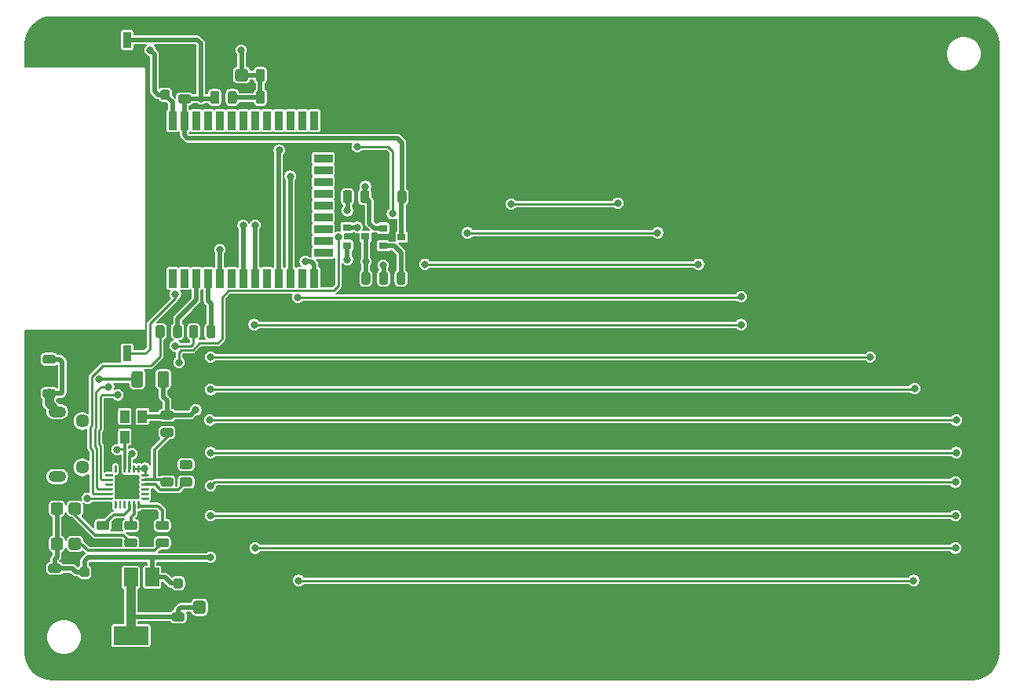
<source format=gbl>
G04 #@! TF.GenerationSoftware,KiCad,Pcbnew,(5.1.9)-1*
G04 #@! TF.CreationDate,2021-06-06T22:24:57-05:00*
G04 #@! TF.ProjectId,AirCloud,41697243-6c6f-4756-942e-6b696361645f,rev?*
G04 #@! TF.SameCoordinates,Original*
G04 #@! TF.FileFunction,Copper,L2,Bot*
G04 #@! TF.FilePolarity,Positive*
%FSLAX46Y46*%
G04 Gerber Fmt 4.6, Leading zero omitted, Abs format (unit mm)*
G04 Created by KiCad (PCBNEW (5.1.9)-1) date 2021-06-06 22:24:57*
%MOMM*%
%LPD*%
G01*
G04 APERTURE LIST*
G04 #@! TA.AperFunction,SMDPad,CuDef*
%ADD10R,0.900000X2.000000*%
G04 #@! TD*
G04 #@! TA.AperFunction,SMDPad,CuDef*
%ADD11R,2.000000X0.900000*%
G04 #@! TD*
G04 #@! TA.AperFunction,SMDPad,CuDef*
%ADD12R,5.000000X5.000000*%
G04 #@! TD*
G04 #@! TA.AperFunction,SMDPad,CuDef*
%ADD13R,0.900000X1.700000*%
G04 #@! TD*
G04 #@! TA.AperFunction,SMDPad,CuDef*
%ADD14R,0.900000X0.800000*%
G04 #@! TD*
G04 #@! TA.AperFunction,SMDPad,CuDef*
%ADD15R,1.200000X1.400000*%
G04 #@! TD*
G04 #@! TA.AperFunction,SMDPad,CuDef*
%ADD16R,1.000000X1.400000*%
G04 #@! TD*
G04 #@! TA.AperFunction,ComponentPad*
%ADD17C,1.450000*%
G04 #@! TD*
G04 #@! TA.AperFunction,ComponentPad*
%ADD18O,1.900000X1.200000*%
G04 #@! TD*
G04 #@! TA.AperFunction,SMDPad,CuDef*
%ADD19R,3.800000X2.000000*%
G04 #@! TD*
G04 #@! TA.AperFunction,SMDPad,CuDef*
%ADD20R,1.500000X2.000000*%
G04 #@! TD*
G04 #@! TA.AperFunction,ViaPad*
%ADD21C,0.800000*%
G04 #@! TD*
G04 #@! TA.AperFunction,Conductor*
%ADD22C,0.500000*%
G04 #@! TD*
G04 #@! TA.AperFunction,Conductor*
%ADD23C,1.000000*%
G04 #@! TD*
G04 #@! TA.AperFunction,Conductor*
%ADD24C,0.250000*%
G04 #@! TD*
G04 #@! TA.AperFunction,Conductor*
%ADD25C,0.300000*%
G04 #@! TD*
G04 #@! TA.AperFunction,Conductor*
%ADD26C,0.200000*%
G04 #@! TD*
G04 #@! TA.AperFunction,Conductor*
%ADD27C,0.100000*%
G04 #@! TD*
G04 APERTURE END LIST*
D10*
X146745000Y-96100000D03*
X148015000Y-96100000D03*
X149285000Y-96100000D03*
X150555000Y-96100000D03*
X151825000Y-96100000D03*
X153095000Y-96100000D03*
X154365000Y-96100000D03*
X155635000Y-96100000D03*
X156905000Y-96100000D03*
X158175000Y-96100000D03*
X159445000Y-96100000D03*
X160715000Y-96100000D03*
X161985000Y-96100000D03*
X163255000Y-96100000D03*
D11*
X164255000Y-93315000D03*
X164255000Y-92045000D03*
X164255000Y-90775000D03*
X164255000Y-89505000D03*
X164255000Y-88235000D03*
X164255000Y-86965000D03*
X164255000Y-85695000D03*
X164255000Y-84425000D03*
X164255000Y-83155000D03*
X164255000Y-81885000D03*
D10*
X163255000Y-79100000D03*
X161985000Y-79100000D03*
X160715000Y-79100000D03*
X159445000Y-79100000D03*
X158175000Y-79100000D03*
X156905000Y-79100000D03*
X155635000Y-79100000D03*
X154365000Y-79100000D03*
X153095000Y-79100000D03*
X151825000Y-79100000D03*
X150555000Y-79100000D03*
X149285000Y-79100000D03*
X148015000Y-79100000D03*
X146745000Y-79100000D03*
D12*
X154245000Y-86600000D03*
G04 #@! TA.AperFunction,SMDPad,CuDef*
G36*
G01*
X140043750Y-124150000D02*
X140956250Y-124150000D01*
G75*
G02*
X141200000Y-124393750I0J-243750D01*
G01*
X141200000Y-124881250D01*
G75*
G02*
X140956250Y-125125000I-243750J0D01*
G01*
X140043750Y-125125000D01*
G75*
G02*
X139800000Y-124881250I0J243750D01*
G01*
X139800000Y-124393750D01*
G75*
G02*
X140043750Y-124150000I243750J0D01*
G01*
G37*
G04 #@! TD.AperFunction*
G04 #@! TA.AperFunction,SMDPad,CuDef*
G36*
G01*
X140043750Y-122275000D02*
X140956250Y-122275000D01*
G75*
G02*
X141200000Y-122518750I0J-243750D01*
G01*
X141200000Y-123006250D01*
G75*
G02*
X140956250Y-123250000I-243750J0D01*
G01*
X140043750Y-123250000D01*
G75*
G02*
X139800000Y-123006250I0J243750D01*
G01*
X139800000Y-122518750D01*
G75*
G02*
X140043750Y-122275000I243750J0D01*
G01*
G37*
G04 #@! TD.AperFunction*
G04 #@! TA.AperFunction,SMDPad,CuDef*
G36*
G01*
X171250000Y-95643750D02*
X171250000Y-96556250D01*
G75*
G02*
X171006250Y-96800000I-243750J0D01*
G01*
X170518750Y-96800000D01*
G75*
G02*
X170275000Y-96556250I0J243750D01*
G01*
X170275000Y-95643750D01*
G75*
G02*
X170518750Y-95400000I243750J0D01*
G01*
X171006250Y-95400000D01*
G75*
G02*
X171250000Y-95643750I0J-243750D01*
G01*
G37*
G04 #@! TD.AperFunction*
G04 #@! TA.AperFunction,SMDPad,CuDef*
G36*
G01*
X173125000Y-95643750D02*
X173125000Y-96556250D01*
G75*
G02*
X172881250Y-96800000I-243750J0D01*
G01*
X172393750Y-96800000D01*
G75*
G02*
X172150000Y-96556250I0J243750D01*
G01*
X172150000Y-95643750D01*
G75*
G02*
X172393750Y-95400000I243750J0D01*
G01*
X172881250Y-95400000D01*
G75*
G02*
X173125000Y-95643750I0J-243750D01*
G01*
G37*
G04 #@! TD.AperFunction*
G04 #@! TA.AperFunction,SMDPad,CuDef*
G36*
G01*
X168250000Y-87756250D02*
X168250000Y-86843750D01*
G75*
G02*
X168493750Y-86600000I243750J0D01*
G01*
X168981250Y-86600000D01*
G75*
G02*
X169225000Y-86843750I0J-243750D01*
G01*
X169225000Y-87756250D01*
G75*
G02*
X168981250Y-88000000I-243750J0D01*
G01*
X168493750Y-88000000D01*
G75*
G02*
X168250000Y-87756250I0J243750D01*
G01*
G37*
G04 #@! TD.AperFunction*
G04 #@! TA.AperFunction,SMDPad,CuDef*
G36*
G01*
X166375000Y-87756250D02*
X166375000Y-86843750D01*
G75*
G02*
X166618750Y-86600000I243750J0D01*
G01*
X167106250Y-86600000D01*
G75*
G02*
X167350000Y-86843750I0J-243750D01*
G01*
X167350000Y-87756250D01*
G75*
G02*
X167106250Y-88000000I-243750J0D01*
G01*
X166618750Y-88000000D01*
G75*
G02*
X166375000Y-87756250I0J243750D01*
G01*
G37*
G04 #@! TD.AperFunction*
D13*
X143100000Y-70400000D03*
X139700000Y-70400000D03*
G04 #@! TA.AperFunction,SMDPad,CuDef*
G36*
G01*
X134843750Y-126895000D02*
X135756250Y-126895000D01*
G75*
G02*
X136000000Y-127138750I0J-243750D01*
G01*
X136000000Y-127626250D01*
G75*
G02*
X135756250Y-127870000I-243750J0D01*
G01*
X134843750Y-127870000D01*
G75*
G02*
X134600000Y-127626250I0J243750D01*
G01*
X134600000Y-127138750D01*
G75*
G02*
X134843750Y-126895000I243750J0D01*
G01*
G37*
G04 #@! TD.AperFunction*
G04 #@! TA.AperFunction,SMDPad,CuDef*
G36*
G01*
X134843750Y-128770000D02*
X135756250Y-128770000D01*
G75*
G02*
X136000000Y-129013750I0J-243750D01*
G01*
X136000000Y-129501250D01*
G75*
G02*
X135756250Y-129745000I-243750J0D01*
G01*
X134843750Y-129745000D01*
G75*
G02*
X134600000Y-129501250I0J243750D01*
G01*
X134600000Y-129013750D01*
G75*
G02*
X134843750Y-128770000I243750J0D01*
G01*
G37*
G04 #@! TD.AperFunction*
G04 #@! TA.AperFunction,SMDPad,CuDef*
G36*
G01*
X138224999Y-128675000D02*
X138775001Y-128675000D01*
G75*
G02*
X139025000Y-128924999I0J-249999D01*
G01*
X139025000Y-129500001D01*
G75*
G02*
X138775001Y-129750000I-249999J0D01*
G01*
X138224999Y-129750000D01*
G75*
G02*
X137975000Y-129500001I0J249999D01*
G01*
X137975000Y-128924999D01*
G75*
G02*
X138224999Y-128675000I249999J0D01*
G01*
G37*
G04 #@! TD.AperFunction*
G04 #@! TA.AperFunction,SMDPad,CuDef*
G36*
G01*
X138224999Y-127250000D02*
X138775001Y-127250000D01*
G75*
G02*
X139025000Y-127499999I0J-249999D01*
G01*
X139025000Y-128075001D01*
G75*
G02*
X138775001Y-128325000I-249999J0D01*
G01*
X138224999Y-128325000D01*
G75*
G02*
X137975000Y-128075001I0J249999D01*
G01*
X137975000Y-127499999D01*
G75*
G02*
X138224999Y-127250000I249999J0D01*
G01*
G37*
G04 #@! TD.AperFunction*
G04 #@! TA.AperFunction,SMDPad,CuDef*
G36*
G01*
X148143750Y-134015000D02*
X149056250Y-134015000D01*
G75*
G02*
X149300000Y-134258750I0J-243750D01*
G01*
X149300000Y-134746250D01*
G75*
G02*
X149056250Y-134990000I-243750J0D01*
G01*
X148143750Y-134990000D01*
G75*
G02*
X147900000Y-134746250I0J243750D01*
G01*
X147900000Y-134258750D01*
G75*
G02*
X148143750Y-134015000I243750J0D01*
G01*
G37*
G04 #@! TD.AperFunction*
G04 #@! TA.AperFunction,SMDPad,CuDef*
G36*
G01*
X148143750Y-132140000D02*
X149056250Y-132140000D01*
G75*
G02*
X149300000Y-132383750I0J-243750D01*
G01*
X149300000Y-132871250D01*
G75*
G02*
X149056250Y-133115000I-243750J0D01*
G01*
X148143750Y-133115000D01*
G75*
G02*
X147900000Y-132871250I0J243750D01*
G01*
X147900000Y-132383750D01*
G75*
G02*
X148143750Y-132140000I243750J0D01*
G01*
G37*
G04 #@! TD.AperFunction*
G04 #@! TA.AperFunction,SMDPad,CuDef*
G36*
G01*
X150474999Y-133595000D02*
X151325001Y-133595000D01*
G75*
G02*
X151575000Y-133844999I0J-249999D01*
G01*
X151575000Y-134745001D01*
G75*
G02*
X151325001Y-134995000I-249999J0D01*
G01*
X150474999Y-134995000D01*
G75*
G02*
X150225000Y-134745001I0J249999D01*
G01*
X150225000Y-133844999D01*
G75*
G02*
X150474999Y-133595000I249999J0D01*
G01*
G37*
G04 #@! TD.AperFunction*
G04 #@! TA.AperFunction,SMDPad,CuDef*
G36*
G01*
X150474999Y-130895000D02*
X151325001Y-130895000D01*
G75*
G02*
X151575000Y-131144999I0J-249999D01*
G01*
X151575000Y-132045001D01*
G75*
G02*
X151325001Y-132295000I-249999J0D01*
G01*
X150474999Y-132295000D01*
G75*
G02*
X150225000Y-132045001I0J249999D01*
G01*
X150225000Y-131144999D01*
G75*
G02*
X150474999Y-130895000I249999J0D01*
G01*
G37*
G04 #@! TD.AperFunction*
G04 #@! TA.AperFunction,SMDPad,CuDef*
G36*
G01*
X169325000Y-95643750D02*
X169325000Y-96556250D01*
G75*
G02*
X169081250Y-96800000I-243750J0D01*
G01*
X168593750Y-96800000D01*
G75*
G02*
X168350000Y-96556250I0J243750D01*
G01*
X168350000Y-95643750D01*
G75*
G02*
X168593750Y-95400000I243750J0D01*
G01*
X169081250Y-95400000D01*
G75*
G02*
X169325000Y-95643750I0J-243750D01*
G01*
G37*
G04 #@! TD.AperFunction*
G04 #@! TA.AperFunction,SMDPad,CuDef*
G36*
G01*
X167450000Y-95643750D02*
X167450000Y-96556250D01*
G75*
G02*
X167206250Y-96800000I-243750J0D01*
G01*
X166718750Y-96800000D01*
G75*
G02*
X166475000Y-96556250I0J243750D01*
G01*
X166475000Y-95643750D01*
G75*
G02*
X166718750Y-95400000I243750J0D01*
G01*
X167206250Y-95400000D01*
G75*
G02*
X167450000Y-95643750I0J-243750D01*
G01*
G37*
G04 #@! TD.AperFunction*
G04 #@! TA.AperFunction,SMDPad,CuDef*
G36*
G01*
X171350000Y-86843750D02*
X171350000Y-87756250D01*
G75*
G02*
X171106250Y-88000000I-243750J0D01*
G01*
X170618750Y-88000000D01*
G75*
G02*
X170375000Y-87756250I0J243750D01*
G01*
X170375000Y-86843750D01*
G75*
G02*
X170618750Y-86600000I243750J0D01*
G01*
X171106250Y-86600000D01*
G75*
G02*
X171350000Y-86843750I0J-243750D01*
G01*
G37*
G04 #@! TD.AperFunction*
G04 #@! TA.AperFunction,SMDPad,CuDef*
G36*
G01*
X173225000Y-86843750D02*
X173225000Y-87756250D01*
G75*
G02*
X172981250Y-88000000I-243750J0D01*
G01*
X172493750Y-88000000D01*
G75*
G02*
X172250000Y-87756250I0J243750D01*
G01*
X172250000Y-86843750D01*
G75*
G02*
X172493750Y-86600000I243750J0D01*
G01*
X172981250Y-86600000D01*
G75*
G02*
X173225000Y-86843750I0J-243750D01*
G01*
G37*
G04 #@! TD.AperFunction*
G04 #@! TA.AperFunction,SMDPad,CuDef*
G36*
G01*
X149756250Y-75350000D02*
X148843750Y-75350000D01*
G75*
G02*
X148600000Y-75106250I0J243750D01*
G01*
X148600000Y-74618750D01*
G75*
G02*
X148843750Y-74375000I243750J0D01*
G01*
X149756250Y-74375000D01*
G75*
G02*
X150000000Y-74618750I0J-243750D01*
G01*
X150000000Y-75106250D01*
G75*
G02*
X149756250Y-75350000I-243750J0D01*
G01*
G37*
G04 #@! TD.AperFunction*
G04 #@! TA.AperFunction,SMDPad,CuDef*
G36*
G01*
X149756250Y-77225000D02*
X148843750Y-77225000D01*
G75*
G02*
X148600000Y-76981250I0J243750D01*
G01*
X148600000Y-76493750D01*
G75*
G02*
X148843750Y-76250000I243750J0D01*
G01*
X149756250Y-76250000D01*
G75*
G02*
X150000000Y-76493750I0J-243750D01*
G01*
X150000000Y-76981250D01*
G75*
G02*
X149756250Y-77225000I-243750J0D01*
G01*
G37*
G04 #@! TD.AperFunction*
G04 #@! TA.AperFunction,SMDPad,CuDef*
G36*
G01*
X156975000Y-77056250D02*
X156975000Y-76143750D01*
G75*
G02*
X157218750Y-75900000I243750J0D01*
G01*
X157706250Y-75900000D01*
G75*
G02*
X157950000Y-76143750I0J-243750D01*
G01*
X157950000Y-77056250D01*
G75*
G02*
X157706250Y-77300000I-243750J0D01*
G01*
X157218750Y-77300000D01*
G75*
G02*
X156975000Y-77056250I0J243750D01*
G01*
G37*
G04 #@! TD.AperFunction*
G04 #@! TA.AperFunction,SMDPad,CuDef*
G36*
G01*
X158850000Y-77056250D02*
X158850000Y-76143750D01*
G75*
G02*
X159093750Y-75900000I243750J0D01*
G01*
X159581250Y-75900000D01*
G75*
G02*
X159825000Y-76143750I0J-243750D01*
G01*
X159825000Y-77056250D01*
G75*
G02*
X159581250Y-77300000I-243750J0D01*
G01*
X159093750Y-77300000D01*
G75*
G02*
X158850000Y-77056250I0J243750D01*
G01*
G37*
G04 #@! TD.AperFunction*
G04 #@! TA.AperFunction,SMDPad,CuDef*
G36*
G01*
X156150000Y-73774999D02*
X156150000Y-74625001D01*
G75*
G02*
X155900001Y-74875000I-249999J0D01*
G01*
X154999999Y-74875000D01*
G75*
G02*
X154750000Y-74625001I0J249999D01*
G01*
X154750000Y-73774999D01*
G75*
G02*
X154999999Y-73525000I249999J0D01*
G01*
X155900001Y-73525000D01*
G75*
G02*
X156150000Y-73774999I0J-249999D01*
G01*
G37*
G04 #@! TD.AperFunction*
G04 #@! TA.AperFunction,SMDPad,CuDef*
G36*
G01*
X153450000Y-73774999D02*
X153450000Y-74625001D01*
G75*
G02*
X153200001Y-74875000I-249999J0D01*
G01*
X152299999Y-74875000D01*
G75*
G02*
X152050000Y-74625001I0J249999D01*
G01*
X152050000Y-73774999D01*
G75*
G02*
X152299999Y-73525000I249999J0D01*
G01*
X153200001Y-73525000D01*
G75*
G02*
X153450000Y-73774999I0J-249999D01*
G01*
G37*
G04 #@! TD.AperFunction*
G04 #@! TA.AperFunction,SMDPad,CuDef*
G36*
G01*
X158850000Y-74656250D02*
X158850000Y-73743750D01*
G75*
G02*
X159093750Y-73500000I243750J0D01*
G01*
X159581250Y-73500000D01*
G75*
G02*
X159825000Y-73743750I0J-243750D01*
G01*
X159825000Y-74656250D01*
G75*
G02*
X159581250Y-74900000I-243750J0D01*
G01*
X159093750Y-74900000D01*
G75*
G02*
X158850000Y-74656250I0J243750D01*
G01*
G37*
G04 #@! TD.AperFunction*
G04 #@! TA.AperFunction,SMDPad,CuDef*
G36*
G01*
X156975000Y-74656250D02*
X156975000Y-73743750D01*
G75*
G02*
X157218750Y-73500000I243750J0D01*
G01*
X157706250Y-73500000D01*
G75*
G02*
X157950000Y-73743750I0J-243750D01*
G01*
X157950000Y-74656250D01*
G75*
G02*
X157706250Y-74900000I-243750J0D01*
G01*
X157218750Y-74900000D01*
G75*
G02*
X156975000Y-74656250I0J243750D01*
G01*
G37*
G04 #@! TD.AperFunction*
G04 #@! TA.AperFunction,SMDPad,CuDef*
G36*
G01*
X147475001Y-76850000D02*
X146924999Y-76850000D01*
G75*
G02*
X146675000Y-76600001I0J249999D01*
G01*
X146675000Y-76024999D01*
G75*
G02*
X146924999Y-75775000I249999J0D01*
G01*
X147475001Y-75775000D01*
G75*
G02*
X147725000Y-76024999I0J-249999D01*
G01*
X147725000Y-76600001D01*
G75*
G02*
X147475001Y-76850000I-249999J0D01*
G01*
G37*
G04 #@! TD.AperFunction*
G04 #@! TA.AperFunction,SMDPad,CuDef*
G36*
G01*
X147475001Y-75425000D02*
X146924999Y-75425000D01*
G75*
G02*
X146675000Y-75175001I0J249999D01*
G01*
X146675000Y-74599999D01*
G75*
G02*
X146924999Y-74350000I249999J0D01*
G01*
X147475001Y-74350000D01*
G75*
G02*
X147725000Y-74599999I0J-249999D01*
G01*
X147725000Y-75175001D01*
G75*
G02*
X147475001Y-75425000I-249999J0D01*
G01*
G37*
G04 #@! TD.AperFunction*
G04 #@! TA.AperFunction,SMDPad,CuDef*
G36*
G01*
X138125000Y-120550000D02*
X138125000Y-121350000D01*
G75*
G02*
X137875000Y-121600000I-250000J0D01*
G01*
X137050000Y-121600000D01*
G75*
G02*
X136800000Y-121350000I0J250000D01*
G01*
X136800000Y-120550000D01*
G75*
G02*
X137050000Y-120300000I250000J0D01*
G01*
X137875000Y-120300000D01*
G75*
G02*
X138125000Y-120550000I0J-250000D01*
G01*
G37*
G04 #@! TD.AperFunction*
G04 #@! TA.AperFunction,SMDPad,CuDef*
G36*
G01*
X136200000Y-120550000D02*
X136200000Y-121350000D01*
G75*
G02*
X135950000Y-121600000I-250000J0D01*
G01*
X135125000Y-121600000D01*
G75*
G02*
X134875000Y-121350000I0J250000D01*
G01*
X134875000Y-120550000D01*
G75*
G02*
X135125000Y-120300000I250000J0D01*
G01*
X135950000Y-120300000D01*
G75*
G02*
X136200000Y-120550000I0J-250000D01*
G01*
G37*
G04 #@! TD.AperFunction*
G04 #@! TA.AperFunction,SMDPad,CuDef*
G36*
G01*
X147625000Y-106375000D02*
X147625000Y-107625000D01*
G75*
G02*
X147375000Y-107875000I-250000J0D01*
G01*
X146625000Y-107875000D01*
G75*
G02*
X146375000Y-107625000I0J250000D01*
G01*
X146375000Y-106375000D01*
G75*
G02*
X146625000Y-106125000I250000J0D01*
G01*
X147375000Y-106125000D01*
G75*
G02*
X147625000Y-106375000I0J-250000D01*
G01*
G37*
G04 #@! TD.AperFunction*
G04 #@! TA.AperFunction,SMDPad,CuDef*
G36*
G01*
X144825000Y-106375000D02*
X144825000Y-107625000D01*
G75*
G02*
X144575000Y-107875000I-250000J0D01*
G01*
X143825000Y-107875000D01*
G75*
G02*
X143575000Y-107625000I0J250000D01*
G01*
X143575000Y-106375000D01*
G75*
G02*
X143825000Y-106125000I250000J0D01*
G01*
X144575000Y-106125000D01*
G75*
G02*
X144825000Y-106375000I0J-250000D01*
G01*
G37*
G04 #@! TD.AperFunction*
D14*
X172700000Y-91650000D03*
X170700000Y-90700000D03*
X170700000Y-92600000D03*
X166800000Y-92550000D03*
X166800000Y-90650000D03*
X168800000Y-91600000D03*
G04 #@! TA.AperFunction,SMDPad,CuDef*
G36*
G01*
X142050000Y-117300000D02*
X144150000Y-117300000D01*
G75*
G02*
X144400000Y-117550000I0J-250000D01*
G01*
X144400000Y-119650000D01*
G75*
G02*
X144150000Y-119900000I-250000J0D01*
G01*
X142050000Y-119900000D01*
G75*
G02*
X141800000Y-119650000I0J250000D01*
G01*
X141800000Y-117550000D01*
G75*
G02*
X142050000Y-117300000I250000J0D01*
G01*
G37*
G04 #@! TD.AperFunction*
G04 #@! TA.AperFunction,SMDPad,CuDef*
G36*
G01*
X141787500Y-116250000D02*
X141912500Y-116250000D01*
G75*
G02*
X141975000Y-116312500I0J-62500D01*
G01*
X141975000Y-117012500D01*
G75*
G02*
X141912500Y-117075000I-62500J0D01*
G01*
X141787500Y-117075000D01*
G75*
G02*
X141725000Y-117012500I0J62500D01*
G01*
X141725000Y-116312500D01*
G75*
G02*
X141787500Y-116250000I62500J0D01*
G01*
G37*
G04 #@! TD.AperFunction*
G04 #@! TA.AperFunction,SMDPad,CuDef*
G36*
G01*
X142287500Y-116250000D02*
X142412500Y-116250000D01*
G75*
G02*
X142475000Y-116312500I0J-62500D01*
G01*
X142475000Y-117012500D01*
G75*
G02*
X142412500Y-117075000I-62500J0D01*
G01*
X142287500Y-117075000D01*
G75*
G02*
X142225000Y-117012500I0J62500D01*
G01*
X142225000Y-116312500D01*
G75*
G02*
X142287500Y-116250000I62500J0D01*
G01*
G37*
G04 #@! TD.AperFunction*
G04 #@! TA.AperFunction,SMDPad,CuDef*
G36*
G01*
X142787500Y-116250000D02*
X142912500Y-116250000D01*
G75*
G02*
X142975000Y-116312500I0J-62500D01*
G01*
X142975000Y-117012500D01*
G75*
G02*
X142912500Y-117075000I-62500J0D01*
G01*
X142787500Y-117075000D01*
G75*
G02*
X142725000Y-117012500I0J62500D01*
G01*
X142725000Y-116312500D01*
G75*
G02*
X142787500Y-116250000I62500J0D01*
G01*
G37*
G04 #@! TD.AperFunction*
G04 #@! TA.AperFunction,SMDPad,CuDef*
G36*
G01*
X143287500Y-116250000D02*
X143412500Y-116250000D01*
G75*
G02*
X143475000Y-116312500I0J-62500D01*
G01*
X143475000Y-117012500D01*
G75*
G02*
X143412500Y-117075000I-62500J0D01*
G01*
X143287500Y-117075000D01*
G75*
G02*
X143225000Y-117012500I0J62500D01*
G01*
X143225000Y-116312500D01*
G75*
G02*
X143287500Y-116250000I62500J0D01*
G01*
G37*
G04 #@! TD.AperFunction*
G04 #@! TA.AperFunction,SMDPad,CuDef*
G36*
G01*
X143787500Y-116250000D02*
X143912500Y-116250000D01*
G75*
G02*
X143975000Y-116312500I0J-62500D01*
G01*
X143975000Y-117012500D01*
G75*
G02*
X143912500Y-117075000I-62500J0D01*
G01*
X143787500Y-117075000D01*
G75*
G02*
X143725000Y-117012500I0J62500D01*
G01*
X143725000Y-116312500D01*
G75*
G02*
X143787500Y-116250000I62500J0D01*
G01*
G37*
G04 #@! TD.AperFunction*
G04 #@! TA.AperFunction,SMDPad,CuDef*
G36*
G01*
X144287500Y-116250000D02*
X144412500Y-116250000D01*
G75*
G02*
X144475000Y-116312500I0J-62500D01*
G01*
X144475000Y-117012500D01*
G75*
G02*
X144412500Y-117075000I-62500J0D01*
G01*
X144287500Y-117075000D01*
G75*
G02*
X144225000Y-117012500I0J62500D01*
G01*
X144225000Y-116312500D01*
G75*
G02*
X144287500Y-116250000I62500J0D01*
G01*
G37*
G04 #@! TD.AperFunction*
G04 #@! TA.AperFunction,SMDPad,CuDef*
G36*
G01*
X144687500Y-117225000D02*
X145387500Y-117225000D01*
G75*
G02*
X145450000Y-117287500I0J-62500D01*
G01*
X145450000Y-117412500D01*
G75*
G02*
X145387500Y-117475000I-62500J0D01*
G01*
X144687500Y-117475000D01*
G75*
G02*
X144625000Y-117412500I0J62500D01*
G01*
X144625000Y-117287500D01*
G75*
G02*
X144687500Y-117225000I62500J0D01*
G01*
G37*
G04 #@! TD.AperFunction*
G04 #@! TA.AperFunction,SMDPad,CuDef*
G36*
G01*
X144687500Y-117725000D02*
X145387500Y-117725000D01*
G75*
G02*
X145450000Y-117787500I0J-62500D01*
G01*
X145450000Y-117912500D01*
G75*
G02*
X145387500Y-117975000I-62500J0D01*
G01*
X144687500Y-117975000D01*
G75*
G02*
X144625000Y-117912500I0J62500D01*
G01*
X144625000Y-117787500D01*
G75*
G02*
X144687500Y-117725000I62500J0D01*
G01*
G37*
G04 #@! TD.AperFunction*
G04 #@! TA.AperFunction,SMDPad,CuDef*
G36*
G01*
X144687500Y-118225000D02*
X145387500Y-118225000D01*
G75*
G02*
X145450000Y-118287500I0J-62500D01*
G01*
X145450000Y-118412500D01*
G75*
G02*
X145387500Y-118475000I-62500J0D01*
G01*
X144687500Y-118475000D01*
G75*
G02*
X144625000Y-118412500I0J62500D01*
G01*
X144625000Y-118287500D01*
G75*
G02*
X144687500Y-118225000I62500J0D01*
G01*
G37*
G04 #@! TD.AperFunction*
G04 #@! TA.AperFunction,SMDPad,CuDef*
G36*
G01*
X144687500Y-118725000D02*
X145387500Y-118725000D01*
G75*
G02*
X145450000Y-118787500I0J-62500D01*
G01*
X145450000Y-118912500D01*
G75*
G02*
X145387500Y-118975000I-62500J0D01*
G01*
X144687500Y-118975000D01*
G75*
G02*
X144625000Y-118912500I0J62500D01*
G01*
X144625000Y-118787500D01*
G75*
G02*
X144687500Y-118725000I62500J0D01*
G01*
G37*
G04 #@! TD.AperFunction*
G04 #@! TA.AperFunction,SMDPad,CuDef*
G36*
G01*
X144687500Y-119225000D02*
X145387500Y-119225000D01*
G75*
G02*
X145450000Y-119287500I0J-62500D01*
G01*
X145450000Y-119412500D01*
G75*
G02*
X145387500Y-119475000I-62500J0D01*
G01*
X144687500Y-119475000D01*
G75*
G02*
X144625000Y-119412500I0J62500D01*
G01*
X144625000Y-119287500D01*
G75*
G02*
X144687500Y-119225000I62500J0D01*
G01*
G37*
G04 #@! TD.AperFunction*
G04 #@! TA.AperFunction,SMDPad,CuDef*
G36*
G01*
X144687500Y-119725000D02*
X145387500Y-119725000D01*
G75*
G02*
X145450000Y-119787500I0J-62500D01*
G01*
X145450000Y-119912500D01*
G75*
G02*
X145387500Y-119975000I-62500J0D01*
G01*
X144687500Y-119975000D01*
G75*
G02*
X144625000Y-119912500I0J62500D01*
G01*
X144625000Y-119787500D01*
G75*
G02*
X144687500Y-119725000I62500J0D01*
G01*
G37*
G04 #@! TD.AperFunction*
G04 #@! TA.AperFunction,SMDPad,CuDef*
G36*
G01*
X144287500Y-120125000D02*
X144412500Y-120125000D01*
G75*
G02*
X144475000Y-120187500I0J-62500D01*
G01*
X144475000Y-120887500D01*
G75*
G02*
X144412500Y-120950000I-62500J0D01*
G01*
X144287500Y-120950000D01*
G75*
G02*
X144225000Y-120887500I0J62500D01*
G01*
X144225000Y-120187500D01*
G75*
G02*
X144287500Y-120125000I62500J0D01*
G01*
G37*
G04 #@! TD.AperFunction*
G04 #@! TA.AperFunction,SMDPad,CuDef*
G36*
G01*
X143787500Y-120125000D02*
X143912500Y-120125000D01*
G75*
G02*
X143975000Y-120187500I0J-62500D01*
G01*
X143975000Y-120887500D01*
G75*
G02*
X143912500Y-120950000I-62500J0D01*
G01*
X143787500Y-120950000D01*
G75*
G02*
X143725000Y-120887500I0J62500D01*
G01*
X143725000Y-120187500D01*
G75*
G02*
X143787500Y-120125000I62500J0D01*
G01*
G37*
G04 #@! TD.AperFunction*
G04 #@! TA.AperFunction,SMDPad,CuDef*
G36*
G01*
X143287500Y-120125000D02*
X143412500Y-120125000D01*
G75*
G02*
X143475000Y-120187500I0J-62500D01*
G01*
X143475000Y-120887500D01*
G75*
G02*
X143412500Y-120950000I-62500J0D01*
G01*
X143287500Y-120950000D01*
G75*
G02*
X143225000Y-120887500I0J62500D01*
G01*
X143225000Y-120187500D01*
G75*
G02*
X143287500Y-120125000I62500J0D01*
G01*
G37*
G04 #@! TD.AperFunction*
G04 #@! TA.AperFunction,SMDPad,CuDef*
G36*
G01*
X142787500Y-120125000D02*
X142912500Y-120125000D01*
G75*
G02*
X142975000Y-120187500I0J-62500D01*
G01*
X142975000Y-120887500D01*
G75*
G02*
X142912500Y-120950000I-62500J0D01*
G01*
X142787500Y-120950000D01*
G75*
G02*
X142725000Y-120887500I0J62500D01*
G01*
X142725000Y-120187500D01*
G75*
G02*
X142787500Y-120125000I62500J0D01*
G01*
G37*
G04 #@! TD.AperFunction*
G04 #@! TA.AperFunction,SMDPad,CuDef*
G36*
G01*
X142287500Y-120125000D02*
X142412500Y-120125000D01*
G75*
G02*
X142475000Y-120187500I0J-62500D01*
G01*
X142475000Y-120887500D01*
G75*
G02*
X142412500Y-120950000I-62500J0D01*
G01*
X142287500Y-120950000D01*
G75*
G02*
X142225000Y-120887500I0J62500D01*
G01*
X142225000Y-120187500D01*
G75*
G02*
X142287500Y-120125000I62500J0D01*
G01*
G37*
G04 #@! TD.AperFunction*
G04 #@! TA.AperFunction,SMDPad,CuDef*
G36*
G01*
X141787500Y-120125000D02*
X141912500Y-120125000D01*
G75*
G02*
X141975000Y-120187500I0J-62500D01*
G01*
X141975000Y-120887500D01*
G75*
G02*
X141912500Y-120950000I-62500J0D01*
G01*
X141787500Y-120950000D01*
G75*
G02*
X141725000Y-120887500I0J62500D01*
G01*
X141725000Y-120187500D01*
G75*
G02*
X141787500Y-120125000I62500J0D01*
G01*
G37*
G04 #@! TD.AperFunction*
G04 #@! TA.AperFunction,SMDPad,CuDef*
G36*
G01*
X140812500Y-119725000D02*
X141512500Y-119725000D01*
G75*
G02*
X141575000Y-119787500I0J-62500D01*
G01*
X141575000Y-119912500D01*
G75*
G02*
X141512500Y-119975000I-62500J0D01*
G01*
X140812500Y-119975000D01*
G75*
G02*
X140750000Y-119912500I0J62500D01*
G01*
X140750000Y-119787500D01*
G75*
G02*
X140812500Y-119725000I62500J0D01*
G01*
G37*
G04 #@! TD.AperFunction*
G04 #@! TA.AperFunction,SMDPad,CuDef*
G36*
G01*
X140812500Y-119225000D02*
X141512500Y-119225000D01*
G75*
G02*
X141575000Y-119287500I0J-62500D01*
G01*
X141575000Y-119412500D01*
G75*
G02*
X141512500Y-119475000I-62500J0D01*
G01*
X140812500Y-119475000D01*
G75*
G02*
X140750000Y-119412500I0J62500D01*
G01*
X140750000Y-119287500D01*
G75*
G02*
X140812500Y-119225000I62500J0D01*
G01*
G37*
G04 #@! TD.AperFunction*
G04 #@! TA.AperFunction,SMDPad,CuDef*
G36*
G01*
X140812500Y-118725000D02*
X141512500Y-118725000D01*
G75*
G02*
X141575000Y-118787500I0J-62500D01*
G01*
X141575000Y-118912500D01*
G75*
G02*
X141512500Y-118975000I-62500J0D01*
G01*
X140812500Y-118975000D01*
G75*
G02*
X140750000Y-118912500I0J62500D01*
G01*
X140750000Y-118787500D01*
G75*
G02*
X140812500Y-118725000I62500J0D01*
G01*
G37*
G04 #@! TD.AperFunction*
G04 #@! TA.AperFunction,SMDPad,CuDef*
G36*
G01*
X140812500Y-118225000D02*
X141512500Y-118225000D01*
G75*
G02*
X141575000Y-118287500I0J-62500D01*
G01*
X141575000Y-118412500D01*
G75*
G02*
X141512500Y-118475000I-62500J0D01*
G01*
X140812500Y-118475000D01*
G75*
G02*
X140750000Y-118412500I0J62500D01*
G01*
X140750000Y-118287500D01*
G75*
G02*
X140812500Y-118225000I62500J0D01*
G01*
G37*
G04 #@! TD.AperFunction*
G04 #@! TA.AperFunction,SMDPad,CuDef*
G36*
G01*
X140812500Y-117725000D02*
X141512500Y-117725000D01*
G75*
G02*
X141575000Y-117787500I0J-62500D01*
G01*
X141575000Y-117912500D01*
G75*
G02*
X141512500Y-117975000I-62500J0D01*
G01*
X140812500Y-117975000D01*
G75*
G02*
X140750000Y-117912500I0J62500D01*
G01*
X140750000Y-117787500D01*
G75*
G02*
X140812500Y-117725000I62500J0D01*
G01*
G37*
G04 #@! TD.AperFunction*
G04 #@! TA.AperFunction,SMDPad,CuDef*
G36*
G01*
X140812500Y-117225000D02*
X141512500Y-117225000D01*
G75*
G02*
X141575000Y-117287500I0J-62500D01*
G01*
X141575000Y-117412500D01*
G75*
G02*
X141512500Y-117475000I-62500J0D01*
G01*
X140812500Y-117475000D01*
G75*
G02*
X140750000Y-117412500I0J62500D01*
G01*
X140750000Y-117287500D01*
G75*
G02*
X140812500Y-117225000I62500J0D01*
G01*
G37*
G04 #@! TD.AperFunction*
G04 #@! TA.AperFunction,SMDPad,CuDef*
G36*
G01*
X135156250Y-109025000D02*
X134243750Y-109025000D01*
G75*
G02*
X134000000Y-108781250I0J243750D01*
G01*
X134000000Y-108293750D01*
G75*
G02*
X134243750Y-108050000I243750J0D01*
G01*
X135156250Y-108050000D01*
G75*
G02*
X135400000Y-108293750I0J-243750D01*
G01*
X135400000Y-108781250D01*
G75*
G02*
X135156250Y-109025000I-243750J0D01*
G01*
G37*
G04 #@! TD.AperFunction*
G04 #@! TA.AperFunction,SMDPad,CuDef*
G36*
G01*
X135156250Y-107150000D02*
X134243750Y-107150000D01*
G75*
G02*
X134000000Y-106906250I0J243750D01*
G01*
X134000000Y-106418750D01*
G75*
G02*
X134243750Y-106175000I243750J0D01*
G01*
X135156250Y-106175000D01*
G75*
G02*
X135400000Y-106418750I0J-243750D01*
G01*
X135400000Y-106906250D01*
G75*
G02*
X135156250Y-107150000I-243750J0D01*
G01*
G37*
G04 #@! TD.AperFunction*
G04 #@! TA.AperFunction,SMDPad,CuDef*
G36*
G01*
X148875001Y-129550000D02*
X148324999Y-129550000D01*
G75*
G02*
X148075000Y-129300001I0J249999D01*
G01*
X148075000Y-128724999D01*
G75*
G02*
X148324999Y-128475000I249999J0D01*
G01*
X148875001Y-128475000D01*
G75*
G02*
X149125000Y-128724999I0J-249999D01*
G01*
X149125000Y-129300001D01*
G75*
G02*
X148875001Y-129550000I-249999J0D01*
G01*
G37*
G04 #@! TD.AperFunction*
G04 #@! TA.AperFunction,SMDPad,CuDef*
G36*
G01*
X148875001Y-128125000D02*
X148324999Y-128125000D01*
G75*
G02*
X148075000Y-127875001I0J249999D01*
G01*
X148075000Y-127299999D01*
G75*
G02*
X148324999Y-127050000I249999J0D01*
G01*
X148875001Y-127050000D01*
G75*
G02*
X149125000Y-127299999I0J-249999D01*
G01*
X149125000Y-127875001D01*
G75*
G02*
X148875001Y-128125000I-249999J0D01*
G01*
G37*
G04 #@! TD.AperFunction*
G04 #@! TA.AperFunction,SMDPad,CuDef*
G36*
G01*
X138125000Y-124350000D02*
X138125000Y-125150000D01*
G75*
G02*
X137875000Y-125400000I-250000J0D01*
G01*
X137050000Y-125400000D01*
G75*
G02*
X136800000Y-125150000I0J250000D01*
G01*
X136800000Y-124350000D01*
G75*
G02*
X137050000Y-124100000I250000J0D01*
G01*
X137875000Y-124100000D01*
G75*
G02*
X138125000Y-124350000I0J-250000D01*
G01*
G37*
G04 #@! TD.AperFunction*
G04 #@! TA.AperFunction,SMDPad,CuDef*
G36*
G01*
X136200000Y-124350000D02*
X136200000Y-125150000D01*
G75*
G02*
X135950000Y-125400000I-250000J0D01*
G01*
X135125000Y-125400000D01*
G75*
G02*
X134875000Y-125150000I0J250000D01*
G01*
X134875000Y-124350000D01*
G75*
G02*
X135125000Y-124100000I250000J0D01*
G01*
X135950000Y-124100000D01*
G75*
G02*
X136200000Y-124350000I0J-250000D01*
G01*
G37*
G04 #@! TD.AperFunction*
D15*
X144570000Y-113200000D03*
D16*
X142850000Y-113200000D03*
X142850000Y-111000000D03*
X144750000Y-111000000D03*
D17*
X138262500Y-111500000D03*
X138262500Y-116500000D03*
D18*
X135562500Y-110500000D03*
X135562500Y-117500000D03*
G04 #@! TA.AperFunction,SMDPad,CuDef*
G36*
G01*
X148993750Y-115712500D02*
X149906250Y-115712500D01*
G75*
G02*
X150150000Y-115956250I0J-243750D01*
G01*
X150150000Y-116443750D01*
G75*
G02*
X149906250Y-116687500I-243750J0D01*
G01*
X148993750Y-116687500D01*
G75*
G02*
X148750000Y-116443750I0J243750D01*
G01*
X148750000Y-115956250D01*
G75*
G02*
X148993750Y-115712500I243750J0D01*
G01*
G37*
G04 #@! TD.AperFunction*
G04 #@! TA.AperFunction,SMDPad,CuDef*
G36*
G01*
X148993750Y-117587500D02*
X149906250Y-117587500D01*
G75*
G02*
X150150000Y-117831250I0J-243750D01*
G01*
X150150000Y-118318750D01*
G75*
G02*
X149906250Y-118562500I-243750J0D01*
G01*
X148993750Y-118562500D01*
G75*
G02*
X148750000Y-118318750I0J243750D01*
G01*
X148750000Y-117831250D01*
G75*
G02*
X148993750Y-117587500I243750J0D01*
G01*
G37*
G04 #@! TD.AperFunction*
G04 #@! TA.AperFunction,SMDPad,CuDef*
G36*
G01*
X147856250Y-113225000D02*
X146943750Y-113225000D01*
G75*
G02*
X146700000Y-112981250I0J243750D01*
G01*
X146700000Y-112493750D01*
G75*
G02*
X146943750Y-112250000I243750J0D01*
G01*
X147856250Y-112250000D01*
G75*
G02*
X148100000Y-112493750I0J-243750D01*
G01*
X148100000Y-112981250D01*
G75*
G02*
X147856250Y-113225000I-243750J0D01*
G01*
G37*
G04 #@! TD.AperFunction*
G04 #@! TA.AperFunction,SMDPad,CuDef*
G36*
G01*
X147856250Y-111350000D02*
X146943750Y-111350000D01*
G75*
G02*
X146700000Y-111106250I0J243750D01*
G01*
X146700000Y-110618750D01*
G75*
G02*
X146943750Y-110375000I243750J0D01*
G01*
X147856250Y-110375000D01*
G75*
G02*
X148100000Y-110618750I0J-243750D01*
G01*
X148100000Y-111106250D01*
G75*
G02*
X147856250Y-111350000I-243750J0D01*
G01*
G37*
G04 #@! TD.AperFunction*
G04 #@! TA.AperFunction,SMDPad,CuDef*
G36*
G01*
X135156250Y-105325000D02*
X134243750Y-105325000D01*
G75*
G02*
X134000000Y-105081250I0J243750D01*
G01*
X134000000Y-104593750D01*
G75*
G02*
X134243750Y-104350000I243750J0D01*
G01*
X135156250Y-104350000D01*
G75*
G02*
X135400000Y-104593750I0J-243750D01*
G01*
X135400000Y-105081250D01*
G75*
G02*
X135156250Y-105325000I-243750J0D01*
G01*
G37*
G04 #@! TD.AperFunction*
G04 #@! TA.AperFunction,SMDPad,CuDef*
G36*
G01*
X135156250Y-103450000D02*
X134243750Y-103450000D01*
G75*
G02*
X134000000Y-103206250I0J243750D01*
G01*
X134000000Y-102718750D01*
G75*
G02*
X134243750Y-102475000I243750J0D01*
G01*
X135156250Y-102475000D01*
G75*
G02*
X135400000Y-102718750I0J-243750D01*
G01*
X135400000Y-103206250D01*
G75*
G02*
X135156250Y-103450000I-243750J0D01*
G01*
G37*
G04 #@! TD.AperFunction*
G04 #@! TA.AperFunction,SMDPad,CuDef*
G36*
G01*
X147856250Y-116700000D02*
X146943750Y-116700000D01*
G75*
G02*
X146700000Y-116456250I0J243750D01*
G01*
X146700000Y-115968750D01*
G75*
G02*
X146943750Y-115725000I243750J0D01*
G01*
X147856250Y-115725000D01*
G75*
G02*
X148100000Y-115968750I0J-243750D01*
G01*
X148100000Y-116456250D01*
G75*
G02*
X147856250Y-116700000I-243750J0D01*
G01*
G37*
G04 #@! TD.AperFunction*
G04 #@! TA.AperFunction,SMDPad,CuDef*
G36*
G01*
X147856250Y-118575000D02*
X146943750Y-118575000D01*
G75*
G02*
X146700000Y-118331250I0J243750D01*
G01*
X146700000Y-117843750D01*
G75*
G02*
X146943750Y-117600000I243750J0D01*
G01*
X147856250Y-117600000D01*
G75*
G02*
X148100000Y-117843750I0J-243750D01*
G01*
X148100000Y-118331250D01*
G75*
G02*
X147856250Y-118575000I-243750J0D01*
G01*
G37*
G04 #@! TD.AperFunction*
G04 #@! TA.AperFunction,SMDPad,CuDef*
G36*
G01*
X153050000Y-76143750D02*
X153050000Y-77056250D01*
G75*
G02*
X152806250Y-77300000I-243750J0D01*
G01*
X152318750Y-77300000D01*
G75*
G02*
X152075000Y-77056250I0J243750D01*
G01*
X152075000Y-76143750D01*
G75*
G02*
X152318750Y-75900000I243750J0D01*
G01*
X152806250Y-75900000D01*
G75*
G02*
X153050000Y-76143750I0J-243750D01*
G01*
G37*
G04 #@! TD.AperFunction*
G04 #@! TA.AperFunction,SMDPad,CuDef*
G36*
G01*
X154925000Y-76143750D02*
X154925000Y-77056250D01*
G75*
G02*
X154681250Y-77300000I-243750J0D01*
G01*
X154193750Y-77300000D01*
G75*
G02*
X153950000Y-77056250I0J243750D01*
G01*
X153950000Y-76143750D01*
G75*
G02*
X154193750Y-75900000I243750J0D01*
G01*
X154681250Y-75900000D01*
G75*
G02*
X154925000Y-76143750I0J-243750D01*
G01*
G37*
G04 #@! TD.AperFunction*
G04 #@! TA.AperFunction,SMDPad,CuDef*
G36*
G01*
X148050000Y-102306250D02*
X148050000Y-101393750D01*
G75*
G02*
X148293750Y-101150000I243750J0D01*
G01*
X148781250Y-101150000D01*
G75*
G02*
X149025000Y-101393750I0J-243750D01*
G01*
X149025000Y-102306250D01*
G75*
G02*
X148781250Y-102550000I-243750J0D01*
G01*
X148293750Y-102550000D01*
G75*
G02*
X148050000Y-102306250I0J243750D01*
G01*
G37*
G04 #@! TD.AperFunction*
G04 #@! TA.AperFunction,SMDPad,CuDef*
G36*
G01*
X146175000Y-102306250D02*
X146175000Y-101393750D01*
G75*
G02*
X146418750Y-101150000I243750J0D01*
G01*
X146906250Y-101150000D01*
G75*
G02*
X147150000Y-101393750I0J-243750D01*
G01*
X147150000Y-102306250D01*
G75*
G02*
X146906250Y-102550000I-243750J0D01*
G01*
X146418750Y-102550000D01*
G75*
G02*
X146175000Y-102306250I0J243750D01*
G01*
G37*
G04 #@! TD.AperFunction*
G04 #@! TA.AperFunction,SMDPad,CuDef*
G36*
G01*
X149775000Y-102306250D02*
X149775000Y-101393750D01*
G75*
G02*
X150018750Y-101150000I243750J0D01*
G01*
X150506250Y-101150000D01*
G75*
G02*
X150750000Y-101393750I0J-243750D01*
G01*
X150750000Y-102306250D01*
G75*
G02*
X150506250Y-102550000I-243750J0D01*
G01*
X150018750Y-102550000D01*
G75*
G02*
X149775000Y-102306250I0J243750D01*
G01*
G37*
G04 #@! TD.AperFunction*
G04 #@! TA.AperFunction,SMDPad,CuDef*
G36*
G01*
X151650000Y-102306250D02*
X151650000Y-101393750D01*
G75*
G02*
X151893750Y-101150000I243750J0D01*
G01*
X152381250Y-101150000D01*
G75*
G02*
X152625000Y-101393750I0J-243750D01*
G01*
X152625000Y-102306250D01*
G75*
G02*
X152381250Y-102550000I-243750J0D01*
G01*
X151893750Y-102550000D01*
G75*
G02*
X151650000Y-102306250I0J243750D01*
G01*
G37*
G04 #@! TD.AperFunction*
G04 #@! TA.AperFunction,SMDPad,CuDef*
G36*
G01*
X143956250Y-125125000D02*
X143043750Y-125125000D01*
G75*
G02*
X142800000Y-124881250I0J243750D01*
G01*
X142800000Y-124393750D01*
G75*
G02*
X143043750Y-124150000I243750J0D01*
G01*
X143956250Y-124150000D01*
G75*
G02*
X144200000Y-124393750I0J-243750D01*
G01*
X144200000Y-124881250D01*
G75*
G02*
X143956250Y-125125000I-243750J0D01*
G01*
G37*
G04 #@! TD.AperFunction*
G04 #@! TA.AperFunction,SMDPad,CuDef*
G36*
G01*
X143956250Y-123250000D02*
X143043750Y-123250000D01*
G75*
G02*
X142800000Y-123006250I0J243750D01*
G01*
X142800000Y-122518750D01*
G75*
G02*
X143043750Y-122275000I243750J0D01*
G01*
X143956250Y-122275000D01*
G75*
G02*
X144200000Y-122518750I0J-243750D01*
G01*
X144200000Y-123006250D01*
G75*
G02*
X143956250Y-123250000I-243750J0D01*
G01*
G37*
G04 #@! TD.AperFunction*
G04 #@! TA.AperFunction,SMDPad,CuDef*
G36*
G01*
X147356250Y-123250000D02*
X146443750Y-123250000D01*
G75*
G02*
X146200000Y-123006250I0J243750D01*
G01*
X146200000Y-122518750D01*
G75*
G02*
X146443750Y-122275000I243750J0D01*
G01*
X147356250Y-122275000D01*
G75*
G02*
X147600000Y-122518750I0J-243750D01*
G01*
X147600000Y-123006250D01*
G75*
G02*
X147356250Y-123250000I-243750J0D01*
G01*
G37*
G04 #@! TD.AperFunction*
G04 #@! TA.AperFunction,SMDPad,CuDef*
G36*
G01*
X147356250Y-125125000D02*
X146443750Y-125125000D01*
G75*
G02*
X146200000Y-124881250I0J243750D01*
G01*
X146200000Y-124393750D01*
G75*
G02*
X146443750Y-124150000I243750J0D01*
G01*
X147356250Y-124150000D01*
G75*
G02*
X147600000Y-124393750I0J-243750D01*
G01*
X147600000Y-124881250D01*
G75*
G02*
X147356250Y-125125000I-243750J0D01*
G01*
G37*
G04 #@! TD.AperFunction*
D13*
X139700000Y-104200000D03*
X143100000Y-104200000D03*
D19*
X143500000Y-134650000D03*
D20*
X143500000Y-128350000D03*
X145800000Y-128350000D03*
X141200000Y-128350000D03*
D21*
X166878000Y-96266000D03*
X152550000Y-84950000D03*
X223150000Y-129600000D03*
X218600000Y-129600000D03*
X213900000Y-129650000D03*
X209250000Y-129650000D03*
X204700000Y-129550000D03*
X200300000Y-129650000D03*
X195900000Y-129650000D03*
X191150000Y-129650000D03*
X186350000Y-129650000D03*
X181600000Y-129700000D03*
X177000000Y-129700000D03*
X172500000Y-129700000D03*
X167850000Y-129700000D03*
X163400000Y-129700000D03*
X163350000Y-126250000D03*
X167900000Y-126200000D03*
X172500000Y-126150000D03*
X177000000Y-126200000D03*
X181600000Y-126250000D03*
X186350000Y-126250000D03*
X191150000Y-126200000D03*
X196000000Y-126200000D03*
X200300000Y-126250000D03*
X204700000Y-126250000D03*
X209300000Y-126250000D03*
X213900000Y-126250000D03*
X218600000Y-126250000D03*
X227950000Y-126200000D03*
X223200000Y-126250000D03*
X227950000Y-122750000D03*
X227950000Y-112450000D03*
X227950000Y-115950000D03*
X223250000Y-115900000D03*
X213950000Y-116000000D03*
X218600000Y-115950000D03*
X209250000Y-115950000D03*
X204700000Y-115950000D03*
X200350000Y-115950000D03*
X195950000Y-115950000D03*
X191150000Y-115900000D03*
X186350000Y-115900000D03*
X181600000Y-115900000D03*
X177000000Y-115950000D03*
X172600000Y-115900000D03*
X167900000Y-115900000D03*
X158650000Y-119350000D03*
X163400000Y-115950000D03*
X153950000Y-115950000D03*
X158650000Y-115950000D03*
X163350000Y-99150000D03*
X204700000Y-99100000D03*
X209300000Y-99100000D03*
X200350000Y-99100000D03*
X195950000Y-99150000D03*
X186350000Y-99150000D03*
X191200000Y-99150000D03*
X177150000Y-99050000D03*
X181550000Y-99100000D03*
X181550000Y-95650000D03*
X196300000Y-92250000D03*
X191150000Y-92250000D03*
X140500000Y-124600000D03*
X187450000Y-92050000D03*
X191100000Y-89000000D03*
X159200000Y-99000000D03*
X154700000Y-126250000D03*
X138050000Y-118700000D03*
X139900000Y-121250000D03*
X136900000Y-126200000D03*
X142000000Y-122750000D03*
X149280000Y-74200000D03*
X151070000Y-89370000D03*
X164592000Y-95758000D03*
X150876000Y-100076000D03*
X145034000Y-108712000D03*
X152100000Y-126200000D03*
X150500000Y-110300000D03*
X145600000Y-71500000D03*
X155400000Y-71500000D03*
X145000000Y-116600000D03*
X149450000Y-116200000D03*
X143500000Y-130700000D03*
X167900000Y-81900000D03*
X157462500Y-76600000D03*
X171700000Y-89130000D03*
X168837500Y-94312500D03*
X162300000Y-94300000D03*
X148300001Y-97799294D03*
X151050000Y-76750000D03*
X160700000Y-85100000D03*
X184500000Y-88100000D03*
X196000000Y-88000000D03*
X179800000Y-91200000D03*
X200300000Y-91200000D03*
X175200000Y-94600000D03*
X204700000Y-94600000D03*
X156800000Y-101100000D03*
X209300000Y-101100000D03*
X152100000Y-108100000D03*
X228000000Y-108000000D03*
X152100000Y-114900000D03*
X232500000Y-114900000D03*
X152100000Y-118500000D03*
X232400000Y-118100000D03*
X156900000Y-125200000D03*
X232400000Y-125200000D03*
X161600000Y-128700000D03*
X227900000Y-128700000D03*
X159512000Y-82296000D03*
X156900000Y-90400000D03*
X155600000Y-90400000D03*
X153100000Y-93000000D03*
X142000000Y-114600000D03*
X143600000Y-115050000D03*
X142850000Y-111000000D03*
X140100000Y-107000000D03*
X168800000Y-86200000D03*
X138820000Y-119830000D03*
X148690000Y-105170000D03*
X165900000Y-91640000D03*
X166850000Y-88800000D03*
X166850000Y-94100000D03*
X170700000Y-94700000D03*
X167900000Y-90600000D03*
X142100000Y-108700000D03*
X141100000Y-107800000D03*
X148300000Y-103400000D03*
X161500000Y-98175010D03*
X209300000Y-98100000D03*
X152100000Y-104600000D03*
X223200000Y-104600000D03*
X152000000Y-111400000D03*
X232500000Y-111400000D03*
X152100000Y-121700000D03*
X232400000Y-121700000D03*
D22*
X138500000Y-127787500D02*
X137587500Y-127787500D01*
X137182500Y-127382500D02*
X135300000Y-127382500D01*
X137587500Y-127787500D02*
X137182500Y-127382500D01*
X135537500Y-124750000D02*
X135537500Y-126162500D01*
X135300000Y-126400000D02*
X135300000Y-127382500D01*
X135537500Y-126162500D02*
X135300000Y-126400000D01*
X135537500Y-120950000D02*
X135537500Y-124750000D01*
X138500000Y-127787500D02*
X138500000Y-126600000D01*
X138500000Y-126600000D02*
X138900000Y-126200000D01*
X138900000Y-126200000D02*
X145500000Y-126200000D01*
X145800000Y-128350000D02*
X145800000Y-126850000D01*
X145500000Y-126200000D02*
X145800000Y-126200000D01*
X145800000Y-126850000D02*
X145800000Y-126200000D01*
X145800000Y-126200000D02*
X152100000Y-126200000D01*
X148600000Y-129012500D02*
X147812500Y-129012500D01*
X147150000Y-128350000D02*
X145800000Y-128350000D01*
X147812500Y-129012500D02*
X147150000Y-128350000D01*
X147000000Y-107000000D02*
X147000000Y-108900000D01*
X147400000Y-109300000D02*
X147400000Y-110862500D01*
X147000000Y-108900000D02*
X147400000Y-109300000D01*
X147262500Y-111000000D02*
X147400000Y-110862500D01*
X144750000Y-111000000D02*
X147262500Y-111000000D01*
X147400000Y-110862500D02*
X149937500Y-110862500D01*
X149937500Y-110862500D02*
X150500000Y-110300000D01*
D23*
X134700000Y-109637500D02*
X135562500Y-110500000D01*
X134700000Y-108537500D02*
X134700000Y-109637500D01*
D22*
X134700000Y-108537500D02*
X135962500Y-108537500D01*
X135962500Y-108537500D02*
X136100000Y-108400000D01*
X136100000Y-108400000D02*
X136100000Y-105100000D01*
X135837500Y-104837500D02*
X135400000Y-104837500D01*
X135400000Y-104837500D02*
X134700000Y-104837500D01*
X136100000Y-105100000D02*
X135837500Y-104837500D01*
X148015000Y-77127500D02*
X147200000Y-76312500D01*
X148015000Y-79100000D02*
X148015000Y-77127500D01*
X154437500Y-76600000D02*
X155450000Y-76600000D01*
X155450000Y-76600000D02*
X157462500Y-76600000D01*
X157462500Y-74200000D02*
X155450000Y-74200000D01*
X157462500Y-74200000D02*
X157462500Y-76600000D01*
X155450000Y-71550000D02*
X155400000Y-71500000D01*
X155450000Y-74200000D02*
X155450000Y-71550000D01*
D24*
X143850000Y-116662500D02*
X144350000Y-116662500D01*
X144862500Y-116662500D02*
X144350000Y-116662500D01*
X144862500Y-116662500D02*
X144937500Y-116662500D01*
X144937500Y-116662500D02*
X145000000Y-116600000D01*
X145037500Y-116637500D02*
X145000000Y-116600000D01*
X145037500Y-117350000D02*
X145037500Y-116637500D01*
D22*
X148600000Y-132627500D02*
X143572500Y-132627500D01*
X143572500Y-132627500D02*
X143500000Y-132700000D01*
D23*
X143500000Y-128350000D02*
X143500000Y-130700000D01*
X143500000Y-132700000D02*
X143500000Y-134650000D01*
D22*
X148600000Y-132627500D02*
X148600000Y-131900000D01*
X148905000Y-131595000D02*
X150900000Y-131595000D01*
X148600000Y-131900000D02*
X148905000Y-131595000D01*
D23*
X143500000Y-130700000D02*
X143500000Y-132700000D01*
D24*
X171200000Y-81900000D02*
X167900000Y-81900000D01*
X171700000Y-82400000D02*
X171200000Y-81900000D01*
X171700000Y-89130000D02*
X171700000Y-82400000D01*
D22*
X147200000Y-76312500D02*
X146416500Y-76312500D01*
X146416500Y-76312500D02*
X146050000Y-75946000D01*
X146050000Y-71950000D02*
X145600000Y-71500000D01*
X146050000Y-75946000D02*
X146050000Y-71950000D01*
X168837500Y-91637500D02*
X168800000Y-91600000D01*
X168837500Y-96100000D02*
X168837500Y-94312500D01*
X168837500Y-94312500D02*
X168837500Y-91637500D01*
X163255000Y-94600000D02*
X162955000Y-94300000D01*
X163255000Y-96100000D02*
X163255000Y-94600000D01*
X162955000Y-94300000D02*
X162300000Y-94300000D01*
D24*
X143100000Y-104200000D02*
X145100000Y-104200000D01*
X145100000Y-104200000D02*
X145580000Y-103720000D01*
X145580000Y-103720000D02*
X145580000Y-101000000D01*
X148300001Y-98279999D02*
X148300001Y-97799294D01*
X145580000Y-101000000D02*
X148300001Y-98279999D01*
D22*
X149285000Y-76752500D02*
X149300000Y-76737500D01*
X149285000Y-79100000D02*
X149285000Y-76752500D01*
X149312500Y-76750000D02*
X149300000Y-76737500D01*
X151050000Y-76750000D02*
X149312500Y-76750000D01*
X152412500Y-76750000D02*
X152562500Y-76600000D01*
X151050000Y-76750000D02*
X152412500Y-76750000D01*
X172737500Y-81487500D02*
X172737500Y-87300000D01*
X172234999Y-80984999D02*
X172737500Y-81487500D01*
X149584999Y-80984999D02*
X172234999Y-80984999D01*
X149285000Y-79100000D02*
X149285000Y-80685000D01*
X149285000Y-80685000D02*
X149584999Y-80984999D01*
X172700000Y-87337500D02*
X172737500Y-87300000D01*
X172700000Y-91650000D02*
X172700000Y-87337500D01*
X151050000Y-76750000D02*
X151050000Y-70770000D01*
X150680000Y-70400000D02*
X143100000Y-70400000D01*
X151050000Y-70770000D02*
X150680000Y-70400000D01*
X160715000Y-96100000D02*
X160715000Y-85115000D01*
X160715000Y-85115000D02*
X160700000Y-85100000D01*
D24*
X184500000Y-88100000D02*
X195900000Y-88100000D01*
X195900000Y-88100000D02*
X196000000Y-88000000D01*
X179800000Y-91200000D02*
X200300000Y-91200000D01*
X175200000Y-94600000D02*
X204700000Y-94600000D01*
X156800000Y-101100000D02*
X209300000Y-101100000D01*
X152100000Y-108100000D02*
X227900000Y-108100000D01*
X227900000Y-108100000D02*
X228000000Y-108000000D01*
X152100000Y-114900000D02*
X232500000Y-114900000D01*
X152100000Y-118500000D02*
X152500000Y-118100000D01*
X152500000Y-118100000D02*
X232400000Y-118100000D01*
X156900000Y-125200000D02*
X232400000Y-125200000D01*
X161600000Y-128700000D02*
X227900000Y-128700000D01*
D22*
X159445000Y-96100000D02*
X159445000Y-83645000D01*
X159445000Y-82363000D02*
X159512000Y-82296000D01*
X159445000Y-83645000D02*
X159445000Y-82363000D01*
X156905000Y-96100000D02*
X156905000Y-90405000D01*
X156905000Y-90405000D02*
X156900000Y-90400000D01*
X155635000Y-96100000D02*
X155635000Y-90435000D01*
X155635000Y-90435000D02*
X155600000Y-90400000D01*
X153095000Y-96100000D02*
X153095000Y-93005000D01*
X153095000Y-93005000D02*
X153100000Y-93000000D01*
X142900000Y-113250000D02*
X142850000Y-113200000D01*
D25*
X142750000Y-113100000D02*
X142850000Y-113200000D01*
D24*
X142850000Y-114550000D02*
X142050000Y-114550000D01*
D25*
X142850000Y-114550000D02*
X142850000Y-113200000D01*
D24*
X142050000Y-114550000D02*
X142000000Y-114600000D01*
D25*
X142850000Y-116662500D02*
X142850000Y-114550000D01*
X143350000Y-116662500D02*
X143350000Y-115300000D01*
X143350000Y-115300000D02*
X143600000Y-115050000D01*
X140100000Y-107000000D02*
X144200000Y-107000000D01*
D22*
X169223027Y-90173027D02*
X169750000Y-90700000D01*
X169750000Y-90700000D02*
X170700000Y-90700000D01*
X169223027Y-87785527D02*
X169223027Y-90173027D01*
X168737500Y-87300000D02*
X169223027Y-87785527D01*
D24*
X168737500Y-86262500D02*
X168800000Y-86200000D01*
X168737500Y-87300000D02*
X168737500Y-86262500D01*
X138840000Y-119850000D02*
X138820000Y-119830000D01*
X141162500Y-119850000D02*
X138840000Y-119850000D01*
X148690000Y-105170000D02*
X148690000Y-104190010D01*
X148929990Y-103850010D02*
X150186401Y-103850009D01*
X148690000Y-104090000D02*
X148929990Y-103850010D01*
X148690000Y-104190010D02*
X148690000Y-104090000D01*
X150186401Y-103850009D02*
X150936410Y-103100000D01*
X150936410Y-103100000D02*
X152870000Y-103100000D01*
X152870000Y-103100000D02*
X153330000Y-102640000D01*
X153330000Y-102640000D02*
X153330000Y-98130000D01*
X154009991Y-97450009D02*
X165369991Y-97450009D01*
X153330000Y-98130000D02*
X154009991Y-97450009D01*
X165900000Y-96920000D02*
X165900000Y-91640000D01*
X165369991Y-97450009D02*
X165900000Y-96920000D01*
D22*
X172637500Y-96100000D02*
X172637500Y-93337500D01*
X171900000Y-92600000D02*
X170700000Y-92600000D01*
X172637500Y-93337500D02*
X171900000Y-92600000D01*
X166862500Y-87300000D02*
X166862500Y-88787500D01*
X166862500Y-88787500D02*
X166850000Y-88800000D01*
X166850000Y-92600000D02*
X166800000Y-92550000D01*
X166850000Y-94100000D02*
X166850000Y-92600000D01*
X170762500Y-96100000D02*
X170762500Y-94762500D01*
X170762500Y-94762500D02*
X170700000Y-94700000D01*
X166850000Y-90600000D02*
X166800000Y-90650000D01*
X167900000Y-90600000D02*
X166850000Y-90600000D01*
D24*
X141162500Y-117850000D02*
X140408188Y-117850000D01*
X140408188Y-117850000D02*
X140258188Y-117700000D01*
X140258188Y-114158188D02*
X140069688Y-113969688D01*
X140258188Y-117700000D02*
X140258188Y-114158188D01*
X140069688Y-112519634D02*
X140212521Y-112376801D01*
X140069688Y-113969688D02*
X140069688Y-112519634D01*
X140212521Y-112376801D02*
X140212521Y-109800000D01*
X140212521Y-109800000D02*
X140212521Y-108887479D01*
X140212521Y-108887479D02*
X140400000Y-108700000D01*
X140400000Y-108700000D02*
X142100000Y-108700000D01*
X139619678Y-112333234D02*
X139762511Y-112190401D01*
X139619678Y-114266932D02*
X139619678Y-112333234D01*
X139762511Y-112190401D02*
X139762511Y-108337489D01*
X139762511Y-108337489D02*
X140300000Y-107800000D01*
X140300000Y-107800000D02*
X141100000Y-107800000D01*
X150300000Y-101887500D02*
X150262500Y-101850000D01*
X141162500Y-118850000D02*
X139958178Y-118850000D01*
X139958178Y-118850000D02*
X139808178Y-118700000D01*
X139808178Y-114455432D02*
X139619678Y-114266932D01*
X139808178Y-118700000D02*
X139808178Y-114455432D01*
X150262500Y-101850000D02*
X150262500Y-103137500D01*
X150262500Y-103137500D02*
X150000000Y-103400000D01*
X150000000Y-103400000D02*
X148300000Y-103400000D01*
X145610000Y-105560000D02*
X146662500Y-104507500D01*
X140460000Y-105560000D02*
X145610000Y-105560000D01*
X140326998Y-105693002D02*
X140460000Y-105560000D01*
X140326998Y-105700000D02*
X140326998Y-105693002D01*
X139312501Y-106714497D02*
X140326998Y-105700000D01*
X139312501Y-112004001D02*
X139312501Y-106714497D01*
X139169668Y-114453332D02*
X139169668Y-112146834D01*
X146662500Y-104507500D02*
X146662500Y-101850000D01*
X139358168Y-114641832D02*
X139169668Y-114453332D01*
X139358168Y-119258168D02*
X139358168Y-114641832D01*
X139169668Y-112146834D02*
X139312501Y-112004001D01*
X139450000Y-119350000D02*
X139358168Y-119258168D01*
X141162500Y-119350000D02*
X139450000Y-119350000D01*
D25*
X143850000Y-120537500D02*
X143850000Y-121550000D01*
X143500000Y-121900000D02*
X143500000Y-122762500D01*
X143850000Y-121550000D02*
X143500000Y-121900000D01*
X144475000Y-120662500D02*
X146412500Y-120662500D01*
X144350000Y-120537500D02*
X144475000Y-120662500D01*
X146900000Y-121150000D02*
X146900000Y-122762500D01*
X146412500Y-120662500D02*
X146900000Y-121150000D01*
X148599990Y-118925010D02*
X148964473Y-118560527D01*
X146697804Y-118925010D02*
X148599990Y-118925010D01*
X148964473Y-118560527D02*
X149450000Y-118075000D01*
X146122794Y-118350000D02*
X146697804Y-118925010D01*
X145037500Y-118350000D02*
X146122794Y-118350000D01*
X146414473Y-125123027D02*
X146900000Y-124637500D01*
X146062490Y-125475010D02*
X146414473Y-125123027D01*
X138850010Y-125475010D02*
X146062490Y-125475010D01*
X138125000Y-124750000D02*
X138850010Y-125475010D01*
X137462500Y-124750000D02*
X138125000Y-124750000D01*
X143014473Y-124151973D02*
X143500000Y-124637500D01*
X142662490Y-123799990D02*
X143014473Y-124151973D01*
X137462500Y-121600000D02*
X139662490Y-123799990D01*
X139662490Y-123799990D02*
X142662490Y-123799990D01*
X137462500Y-120950000D02*
X137462500Y-121600000D01*
D24*
X161500000Y-98175010D02*
X209224990Y-98175010D01*
X209224990Y-98175010D02*
X209300000Y-98100000D01*
X152100000Y-104600000D02*
X223200000Y-104600000D01*
X152000000Y-111400000D02*
X232500000Y-111400000D01*
X152100000Y-121700000D02*
X232400000Y-121700000D01*
D25*
X140500000Y-122762500D02*
X141662500Y-121600000D01*
X143350000Y-120950000D02*
X143350000Y-120537500D01*
X143350000Y-121033378D02*
X143350000Y-120950000D01*
X142783378Y-121600000D02*
X143350000Y-121033378D01*
X141662500Y-121600000D02*
X142783378Y-121600000D01*
X147162500Y-117850000D02*
X147400000Y-118087500D01*
X146050000Y-114575000D02*
X146050000Y-117850000D01*
X147400000Y-113225000D02*
X146050000Y-114575000D01*
X147400000Y-112737500D02*
X147400000Y-113225000D01*
X145037500Y-117850000D02*
X146050000Y-117850000D01*
X146050000Y-117850000D02*
X147162500Y-117850000D01*
D22*
X150555000Y-98445000D02*
X150555000Y-96100000D01*
X148537500Y-101850000D02*
X148537500Y-100462500D01*
X148537500Y-100462500D02*
X150555000Y-98445000D01*
X151825000Y-96100000D02*
X151825000Y-98525000D01*
X152137500Y-98837500D02*
X152137500Y-101850000D01*
X151825000Y-98525000D02*
X152137500Y-98837500D01*
D26*
X234758121Y-67981283D02*
X235294985Y-68143372D01*
X235790137Y-68406649D01*
X236224722Y-68761088D01*
X236582191Y-69193193D01*
X236848921Y-69686500D01*
X237014751Y-70222210D01*
X237074981Y-70795261D01*
X237075001Y-70800849D01*
X237075000Y-136484103D01*
X237018717Y-137058121D01*
X236856628Y-137594984D01*
X236593350Y-138090139D01*
X236238909Y-138524724D01*
X235806807Y-138882191D01*
X235313500Y-139148921D01*
X234777790Y-139314751D01*
X234204738Y-139374981D01*
X234199438Y-139375000D01*
X135015897Y-139375000D01*
X134441879Y-139318717D01*
X133905016Y-139156628D01*
X133409861Y-138893350D01*
X132975276Y-138538909D01*
X132617809Y-138106807D01*
X132351079Y-137613500D01*
X132185249Y-137077790D01*
X132125019Y-136504738D01*
X132125000Y-136499438D01*
X132125000Y-134612866D01*
X134400000Y-134612866D01*
X134400000Y-134987134D01*
X134473016Y-135354209D01*
X134616242Y-135699987D01*
X134824174Y-136011179D01*
X135088821Y-136275826D01*
X135400013Y-136483758D01*
X135745791Y-136626984D01*
X136112866Y-136700000D01*
X136487134Y-136700000D01*
X136854209Y-136626984D01*
X137199987Y-136483758D01*
X137511179Y-136275826D01*
X137775826Y-136011179D01*
X137983758Y-135699987D01*
X138126984Y-135354209D01*
X138200000Y-134987134D01*
X138200000Y-134612866D01*
X138126984Y-134245791D01*
X137983758Y-133900013D01*
X137816705Y-133650000D01*
X141298549Y-133650000D01*
X141298549Y-135650000D01*
X141304341Y-135708810D01*
X141321496Y-135765360D01*
X141349353Y-135817477D01*
X141386842Y-135863158D01*
X141432523Y-135900647D01*
X141484640Y-135928504D01*
X141541190Y-135945659D01*
X141600000Y-135951451D01*
X145400000Y-135951451D01*
X145458810Y-135945659D01*
X145515360Y-135928504D01*
X145567477Y-135900647D01*
X145613158Y-135863158D01*
X145650647Y-135817477D01*
X145678504Y-135765360D01*
X145695659Y-135708810D01*
X145701451Y-135650000D01*
X145701451Y-133650000D01*
X145695659Y-133591190D01*
X145678504Y-133534640D01*
X145650647Y-133482523D01*
X145613158Y-133436842D01*
X145567477Y-133399353D01*
X145515360Y-133371496D01*
X145458810Y-133354341D01*
X145400000Y-133348549D01*
X144300000Y-133348549D01*
X144300000Y-133177500D01*
X147693184Y-133177500D01*
X147758235Y-133256765D01*
X147840853Y-133324568D01*
X147935111Y-133374950D01*
X148037387Y-133405975D01*
X148143750Y-133416451D01*
X149056250Y-133416451D01*
X149162613Y-133405975D01*
X149264889Y-133374950D01*
X149359147Y-133324568D01*
X149441765Y-133256765D01*
X149509568Y-133174147D01*
X149559950Y-133079889D01*
X149590975Y-132977613D01*
X149601451Y-132871250D01*
X149601451Y-132383750D01*
X149590975Y-132277387D01*
X149559950Y-132175111D01*
X149543855Y-132145000D01*
X149933398Y-132145000D01*
X149934145Y-132152584D01*
X149965526Y-132256032D01*
X150016485Y-132351370D01*
X150085065Y-132434935D01*
X150168630Y-132503515D01*
X150263968Y-132554474D01*
X150367416Y-132585855D01*
X150474999Y-132596451D01*
X151325001Y-132596451D01*
X151432584Y-132585855D01*
X151536032Y-132554474D01*
X151631370Y-132503515D01*
X151714935Y-132434935D01*
X151783515Y-132351370D01*
X151834474Y-132256032D01*
X151865855Y-132152584D01*
X151876451Y-132045001D01*
X151876451Y-131144999D01*
X151865855Y-131037416D01*
X151834474Y-130933968D01*
X151783515Y-130838630D01*
X151714935Y-130755065D01*
X151631370Y-130686485D01*
X151536032Y-130635526D01*
X151432584Y-130604145D01*
X151325001Y-130593549D01*
X150474999Y-130593549D01*
X150367416Y-130604145D01*
X150263968Y-130635526D01*
X150168630Y-130686485D01*
X150085065Y-130755065D01*
X150016485Y-130838630D01*
X149965526Y-130933968D01*
X149934145Y-131037416D01*
X149933398Y-131045000D01*
X148932007Y-131045000D01*
X148904999Y-131042340D01*
X148877991Y-131045000D01*
X148877982Y-131045000D01*
X148797181Y-131052958D01*
X148693506Y-131084408D01*
X148597958Y-131135479D01*
X148514210Y-131204210D01*
X148496987Y-131225196D01*
X148230191Y-131491992D01*
X148209211Y-131509210D01*
X148191993Y-131530190D01*
X148191987Y-131530196D01*
X148140479Y-131592958D01*
X148089409Y-131688506D01*
X148057958Y-131792181D01*
X148052506Y-131847536D01*
X148037387Y-131849025D01*
X147935111Y-131880050D01*
X147840853Y-131930432D01*
X147758235Y-131998235D01*
X147693184Y-132077500D01*
X144300000Y-132077500D01*
X144300000Y-129646527D01*
X144308810Y-129645659D01*
X144365360Y-129628504D01*
X144417477Y-129600647D01*
X144463158Y-129563158D01*
X144500647Y-129517477D01*
X144528504Y-129465360D01*
X144545659Y-129408810D01*
X144551451Y-129350000D01*
X144551451Y-127350000D01*
X144545659Y-127291190D01*
X144528504Y-127234640D01*
X144500647Y-127182523D01*
X144463158Y-127136842D01*
X144417477Y-127099353D01*
X144365360Y-127071496D01*
X144308810Y-127054341D01*
X144250000Y-127048549D01*
X142750000Y-127048549D01*
X142691190Y-127054341D01*
X142634640Y-127071496D01*
X142582523Y-127099353D01*
X142536842Y-127136842D01*
X142499353Y-127182523D01*
X142471496Y-127234640D01*
X142454341Y-127291190D01*
X142448549Y-127350000D01*
X142448549Y-129350000D01*
X142454341Y-129408810D01*
X142471496Y-129465360D01*
X142499353Y-129517477D01*
X142536842Y-129563158D01*
X142582523Y-129600647D01*
X142634640Y-129628504D01*
X142691190Y-129645659D01*
X142700001Y-129646527D01*
X142700001Y-130660698D01*
X142700000Y-130660708D01*
X142700001Y-132660698D01*
X142700000Y-132660708D01*
X142700000Y-133348549D01*
X141600000Y-133348549D01*
X141541190Y-133354341D01*
X141484640Y-133371496D01*
X141432523Y-133399353D01*
X141386842Y-133436842D01*
X141349353Y-133482523D01*
X141321496Y-133534640D01*
X141304341Y-133591190D01*
X141298549Y-133650000D01*
X137816705Y-133650000D01*
X137775826Y-133588821D01*
X137511179Y-133324174D01*
X137199987Y-133116242D01*
X136854209Y-132973016D01*
X136487134Y-132900000D01*
X136112866Y-132900000D01*
X135745791Y-132973016D01*
X135400013Y-133116242D01*
X135088821Y-133324174D01*
X134824174Y-133588821D01*
X134616242Y-133900013D01*
X134473016Y-134245791D01*
X134400000Y-134612866D01*
X132125000Y-134612866D01*
X132125000Y-127138750D01*
X134298549Y-127138750D01*
X134298549Y-127626250D01*
X134309025Y-127732613D01*
X134340050Y-127834889D01*
X134390432Y-127929147D01*
X134458235Y-128011765D01*
X134540853Y-128079568D01*
X134635111Y-128129950D01*
X134737387Y-128160975D01*
X134843750Y-128171451D01*
X135756250Y-128171451D01*
X135862613Y-128160975D01*
X135964889Y-128129950D01*
X136059147Y-128079568D01*
X136141765Y-128011765D01*
X136206816Y-127932500D01*
X136954683Y-127932500D01*
X137179487Y-128157304D01*
X137196710Y-128178290D01*
X137280458Y-128247021D01*
X137376006Y-128298092D01*
X137479681Y-128329542D01*
X137560482Y-128337500D01*
X137560491Y-128337500D01*
X137587499Y-128340160D01*
X137614507Y-128337500D01*
X137743036Y-128337500D01*
X137766485Y-128381370D01*
X137835065Y-128464935D01*
X137918630Y-128533515D01*
X138013968Y-128584474D01*
X138117416Y-128615855D01*
X138224999Y-128626451D01*
X138775001Y-128626451D01*
X138882584Y-128615855D01*
X138986032Y-128584474D01*
X139081370Y-128533515D01*
X139164935Y-128464935D01*
X139233515Y-128381370D01*
X139284474Y-128286032D01*
X139315855Y-128182584D01*
X139326451Y-128075001D01*
X139326451Y-127499999D01*
X139315855Y-127392416D01*
X139284474Y-127288968D01*
X139233515Y-127193630D01*
X139164935Y-127110065D01*
X139081370Y-127041485D01*
X139050000Y-127024717D01*
X139050000Y-126827817D01*
X139127818Y-126750000D01*
X145250000Y-126750000D01*
X145250000Y-126877017D01*
X145250001Y-126877027D01*
X145250001Y-127048549D01*
X145050000Y-127048549D01*
X144991190Y-127054341D01*
X144934640Y-127071496D01*
X144882523Y-127099353D01*
X144836842Y-127136842D01*
X144799353Y-127182523D01*
X144771496Y-127234640D01*
X144754341Y-127291190D01*
X144748549Y-127350000D01*
X144748549Y-129350000D01*
X144754341Y-129408810D01*
X144771496Y-129465360D01*
X144799353Y-129517477D01*
X144836842Y-129563158D01*
X144882523Y-129600647D01*
X144934640Y-129628504D01*
X144991190Y-129645659D01*
X145050000Y-129651451D01*
X146550000Y-129651451D01*
X146608810Y-129645659D01*
X146665360Y-129628504D01*
X146717477Y-129600647D01*
X146763158Y-129563158D01*
X146800647Y-129517477D01*
X146828504Y-129465360D01*
X146845659Y-129408810D01*
X146851451Y-129350000D01*
X146851451Y-128900000D01*
X146922183Y-128900000D01*
X147404487Y-129382304D01*
X147421710Y-129403290D01*
X147505458Y-129472021D01*
X147601006Y-129523092D01*
X147704681Y-129554542D01*
X147785482Y-129562500D01*
X147785491Y-129562500D01*
X147812499Y-129565160D01*
X147839507Y-129562500D01*
X147843036Y-129562500D01*
X147866485Y-129606370D01*
X147935065Y-129689935D01*
X148018630Y-129758515D01*
X148113968Y-129809474D01*
X148217416Y-129840855D01*
X148324999Y-129851451D01*
X148875001Y-129851451D01*
X148982584Y-129840855D01*
X149086032Y-129809474D01*
X149181370Y-129758515D01*
X149264935Y-129689935D01*
X149333515Y-129606370D01*
X149384474Y-129511032D01*
X149415855Y-129407584D01*
X149426451Y-129300001D01*
X149426451Y-128724999D01*
X149417199Y-128631056D01*
X160900000Y-128631056D01*
X160900000Y-128768944D01*
X160926901Y-128904182D01*
X160979668Y-129031574D01*
X161056274Y-129146224D01*
X161153776Y-129243726D01*
X161268426Y-129320332D01*
X161395818Y-129373099D01*
X161531056Y-129400000D01*
X161668944Y-129400000D01*
X161804182Y-129373099D01*
X161931574Y-129320332D01*
X162046224Y-129243726D01*
X162143726Y-129146224D01*
X162157907Y-129125000D01*
X227342093Y-129125000D01*
X227356274Y-129146224D01*
X227453776Y-129243726D01*
X227568426Y-129320332D01*
X227695818Y-129373099D01*
X227831056Y-129400000D01*
X227968944Y-129400000D01*
X228104182Y-129373099D01*
X228231574Y-129320332D01*
X228346224Y-129243726D01*
X228443726Y-129146224D01*
X228520332Y-129031574D01*
X228573099Y-128904182D01*
X228600000Y-128768944D01*
X228600000Y-128631056D01*
X228573099Y-128495818D01*
X228520332Y-128368426D01*
X228443726Y-128253776D01*
X228346224Y-128156274D01*
X228231574Y-128079668D01*
X228104182Y-128026901D01*
X227968944Y-128000000D01*
X227831056Y-128000000D01*
X227695818Y-128026901D01*
X227568426Y-128079668D01*
X227453776Y-128156274D01*
X227356274Y-128253776D01*
X227342093Y-128275000D01*
X162157907Y-128275000D01*
X162143726Y-128253776D01*
X162046224Y-128156274D01*
X161931574Y-128079668D01*
X161804182Y-128026901D01*
X161668944Y-128000000D01*
X161531056Y-128000000D01*
X161395818Y-128026901D01*
X161268426Y-128079668D01*
X161153776Y-128156274D01*
X161056274Y-128253776D01*
X160979668Y-128368426D01*
X160926901Y-128495818D01*
X160900000Y-128631056D01*
X149417199Y-128631056D01*
X149415855Y-128617416D01*
X149384474Y-128513968D01*
X149333515Y-128418630D01*
X149264935Y-128335065D01*
X149181370Y-128266485D01*
X149086032Y-128215526D01*
X148982584Y-128184145D01*
X148875001Y-128173549D01*
X148324999Y-128173549D01*
X148217416Y-128184145D01*
X148113968Y-128215526D01*
X148018630Y-128266485D01*
X147935065Y-128335065D01*
X147925066Y-128347249D01*
X147558013Y-127980196D01*
X147540790Y-127959210D01*
X147457042Y-127890479D01*
X147361494Y-127839408D01*
X147257819Y-127807958D01*
X147177018Y-127800000D01*
X147177008Y-127800000D01*
X147150000Y-127797340D01*
X147122992Y-127800000D01*
X146851451Y-127800000D01*
X146851451Y-127350000D01*
X146845659Y-127291190D01*
X146828504Y-127234640D01*
X146800647Y-127182523D01*
X146763158Y-127136842D01*
X146717477Y-127099353D01*
X146665360Y-127071496D01*
X146608810Y-127054341D01*
X146550000Y-127048549D01*
X146350000Y-127048549D01*
X146350000Y-126750000D01*
X151663166Y-126750000D01*
X151768426Y-126820332D01*
X151895818Y-126873099D01*
X152031056Y-126900000D01*
X152168944Y-126900000D01*
X152304182Y-126873099D01*
X152431574Y-126820332D01*
X152546224Y-126743726D01*
X152643726Y-126646224D01*
X152720332Y-126531574D01*
X152773099Y-126404182D01*
X152800000Y-126268944D01*
X152800000Y-126131056D01*
X152773099Y-125995818D01*
X152720332Y-125868426D01*
X152643726Y-125753776D01*
X152546224Y-125656274D01*
X152431574Y-125579668D01*
X152304182Y-125526901D01*
X152168944Y-125500000D01*
X152031056Y-125500000D01*
X151895818Y-125526901D01*
X151768426Y-125579668D01*
X151663166Y-125650000D01*
X146523895Y-125650000D01*
X146747445Y-125426451D01*
X147356250Y-125426451D01*
X147462613Y-125415975D01*
X147564889Y-125384950D01*
X147659147Y-125334568D01*
X147741765Y-125266765D01*
X147809568Y-125184147D01*
X147837945Y-125131056D01*
X156200000Y-125131056D01*
X156200000Y-125268944D01*
X156226901Y-125404182D01*
X156279668Y-125531574D01*
X156356274Y-125646224D01*
X156453776Y-125743726D01*
X156568426Y-125820332D01*
X156695818Y-125873099D01*
X156831056Y-125900000D01*
X156968944Y-125900000D01*
X157104182Y-125873099D01*
X157231574Y-125820332D01*
X157346224Y-125743726D01*
X157443726Y-125646224D01*
X157457907Y-125625000D01*
X231842093Y-125625000D01*
X231856274Y-125646224D01*
X231953776Y-125743726D01*
X232068426Y-125820332D01*
X232195818Y-125873099D01*
X232331056Y-125900000D01*
X232468944Y-125900000D01*
X232604182Y-125873099D01*
X232731574Y-125820332D01*
X232846224Y-125743726D01*
X232943726Y-125646224D01*
X233020332Y-125531574D01*
X233073099Y-125404182D01*
X233100000Y-125268944D01*
X233100000Y-125131056D01*
X233073099Y-124995818D01*
X233020332Y-124868426D01*
X232943726Y-124753776D01*
X232846224Y-124656274D01*
X232731574Y-124579668D01*
X232604182Y-124526901D01*
X232468944Y-124500000D01*
X232331056Y-124500000D01*
X232195818Y-124526901D01*
X232068426Y-124579668D01*
X231953776Y-124656274D01*
X231856274Y-124753776D01*
X231842093Y-124775000D01*
X157457907Y-124775000D01*
X157443726Y-124753776D01*
X157346224Y-124656274D01*
X157231574Y-124579668D01*
X157104182Y-124526901D01*
X156968944Y-124500000D01*
X156831056Y-124500000D01*
X156695818Y-124526901D01*
X156568426Y-124579668D01*
X156453776Y-124656274D01*
X156356274Y-124753776D01*
X156279668Y-124868426D01*
X156226901Y-124995818D01*
X156200000Y-125131056D01*
X147837945Y-125131056D01*
X147859950Y-125089889D01*
X147890975Y-124987613D01*
X147901451Y-124881250D01*
X147901451Y-124393750D01*
X147890975Y-124287387D01*
X147859950Y-124185111D01*
X147809568Y-124090853D01*
X147741765Y-124008235D01*
X147659147Y-123940432D01*
X147564889Y-123890050D01*
X147462613Y-123859025D01*
X147356250Y-123848549D01*
X146443750Y-123848549D01*
X146337387Y-123859025D01*
X146235111Y-123890050D01*
X146140853Y-123940432D01*
X146058235Y-124008235D01*
X145990432Y-124090853D01*
X145940050Y-124185111D01*
X145909025Y-124287387D01*
X145898549Y-124393750D01*
X145898549Y-124881250D01*
X145909025Y-124987613D01*
X145910065Y-124991040D01*
X145876095Y-125025010D01*
X144479631Y-125025010D01*
X144490975Y-124987613D01*
X144501451Y-124881250D01*
X144501451Y-124393750D01*
X144490975Y-124287387D01*
X144459950Y-124185111D01*
X144409568Y-124090853D01*
X144341765Y-124008235D01*
X144259147Y-123940432D01*
X144164889Y-123890050D01*
X144062613Y-123859025D01*
X143956250Y-123848549D01*
X143347445Y-123848549D01*
X143050346Y-123551451D01*
X143956250Y-123551451D01*
X144062613Y-123540975D01*
X144164889Y-123509950D01*
X144259147Y-123459568D01*
X144341765Y-123391765D01*
X144409568Y-123309147D01*
X144459950Y-123214889D01*
X144490975Y-123112613D01*
X144501451Y-123006250D01*
X144501451Y-122518750D01*
X144490975Y-122412387D01*
X144459950Y-122310111D01*
X144409568Y-122215853D01*
X144341765Y-122133235D01*
X144259147Y-122065432D01*
X144164889Y-122015050D01*
X144062613Y-121984025D01*
X144053289Y-121983107D01*
X144152571Y-121883824D01*
X144169737Y-121869737D01*
X144183824Y-121852572D01*
X144183828Y-121852568D01*
X144225971Y-121801217D01*
X144267757Y-121723041D01*
X144278321Y-121688215D01*
X144293489Y-121638215D01*
X144300000Y-121572105D01*
X144300000Y-121572094D01*
X144302176Y-121550000D01*
X144300000Y-121527906D01*
X144300000Y-121251451D01*
X144412500Y-121251451D01*
X144483503Y-121244458D01*
X144551778Y-121223747D01*
X144614700Y-121190114D01*
X144669852Y-121144852D01*
X144696403Y-121112500D01*
X146226105Y-121112500D01*
X146450000Y-121336396D01*
X146450001Y-121973549D01*
X146443750Y-121973549D01*
X146337387Y-121984025D01*
X146235111Y-122015050D01*
X146140853Y-122065432D01*
X146058235Y-122133235D01*
X145990432Y-122215853D01*
X145940050Y-122310111D01*
X145909025Y-122412387D01*
X145898549Y-122518750D01*
X145898549Y-123006250D01*
X145909025Y-123112613D01*
X145940050Y-123214889D01*
X145990432Y-123309147D01*
X146058235Y-123391765D01*
X146140853Y-123459568D01*
X146235111Y-123509950D01*
X146337387Y-123540975D01*
X146443750Y-123551451D01*
X147356250Y-123551451D01*
X147462613Y-123540975D01*
X147564889Y-123509950D01*
X147659147Y-123459568D01*
X147741765Y-123391765D01*
X147809568Y-123309147D01*
X147859950Y-123214889D01*
X147890975Y-123112613D01*
X147901451Y-123006250D01*
X147901451Y-122518750D01*
X147890975Y-122412387D01*
X147859950Y-122310111D01*
X147809568Y-122215853D01*
X147741765Y-122133235D01*
X147659147Y-122065432D01*
X147564889Y-122015050D01*
X147462613Y-121984025D01*
X147356250Y-121973549D01*
X147350000Y-121973549D01*
X147350000Y-121631056D01*
X151400000Y-121631056D01*
X151400000Y-121768944D01*
X151426901Y-121904182D01*
X151479668Y-122031574D01*
X151556274Y-122146224D01*
X151653776Y-122243726D01*
X151768426Y-122320332D01*
X151895818Y-122373099D01*
X152031056Y-122400000D01*
X152168944Y-122400000D01*
X152304182Y-122373099D01*
X152431574Y-122320332D01*
X152546224Y-122243726D01*
X152643726Y-122146224D01*
X152657907Y-122125000D01*
X231842093Y-122125000D01*
X231856274Y-122146224D01*
X231953776Y-122243726D01*
X232068426Y-122320332D01*
X232195818Y-122373099D01*
X232331056Y-122400000D01*
X232468944Y-122400000D01*
X232604182Y-122373099D01*
X232731574Y-122320332D01*
X232846224Y-122243726D01*
X232943726Y-122146224D01*
X233020332Y-122031574D01*
X233073099Y-121904182D01*
X233100000Y-121768944D01*
X233100000Y-121631056D01*
X233073099Y-121495818D01*
X233020332Y-121368426D01*
X232943726Y-121253776D01*
X232846224Y-121156274D01*
X232731574Y-121079668D01*
X232604182Y-121026901D01*
X232468944Y-121000000D01*
X232331056Y-121000000D01*
X232195818Y-121026901D01*
X232068426Y-121079668D01*
X231953776Y-121156274D01*
X231856274Y-121253776D01*
X231842093Y-121275000D01*
X152657907Y-121275000D01*
X152643726Y-121253776D01*
X152546224Y-121156274D01*
X152431574Y-121079668D01*
X152304182Y-121026901D01*
X152168944Y-121000000D01*
X152031056Y-121000000D01*
X151895818Y-121026901D01*
X151768426Y-121079668D01*
X151653776Y-121156274D01*
X151556274Y-121253776D01*
X151479668Y-121368426D01*
X151426901Y-121495818D01*
X151400000Y-121631056D01*
X147350000Y-121631056D01*
X147350000Y-121172094D01*
X147352176Y-121149999D01*
X147350000Y-121127905D01*
X147350000Y-121127895D01*
X147343489Y-121061785D01*
X147317757Y-120976959D01*
X147307892Y-120958503D01*
X147275971Y-120898783D01*
X147233828Y-120847432D01*
X147233824Y-120847428D01*
X147219737Y-120830263D01*
X147202573Y-120816177D01*
X146746328Y-120359933D01*
X146732237Y-120342763D01*
X146663716Y-120286529D01*
X146585541Y-120244743D01*
X146500715Y-120219011D01*
X146434605Y-120212500D01*
X146434594Y-120212500D01*
X146412500Y-120210324D01*
X146390406Y-120212500D01*
X145592885Y-120212500D01*
X145644852Y-120169852D01*
X145690114Y-120114700D01*
X145723747Y-120051778D01*
X145744458Y-119983503D01*
X145751451Y-119912500D01*
X145751451Y-119787500D01*
X145744458Y-119716497D01*
X145723747Y-119648222D01*
X145697971Y-119600000D01*
X145723747Y-119551778D01*
X145744458Y-119483503D01*
X145751451Y-119412500D01*
X145751451Y-119287500D01*
X145744458Y-119216497D01*
X145723747Y-119148222D01*
X145697971Y-119100000D01*
X145723747Y-119051778D01*
X145744458Y-118983503D01*
X145751451Y-118912500D01*
X145751451Y-118800000D01*
X145936399Y-118800000D01*
X146363980Y-119227582D01*
X146378067Y-119244747D01*
X146395232Y-119258834D01*
X146395236Y-119258838D01*
X146446587Y-119300981D01*
X146522357Y-119341481D01*
X146524763Y-119342767D01*
X146609589Y-119368499D01*
X146675699Y-119375010D01*
X146675709Y-119375010D01*
X146697804Y-119377186D01*
X146719898Y-119375010D01*
X148577896Y-119375010D01*
X148599990Y-119377186D01*
X148622084Y-119375010D01*
X148622095Y-119375010D01*
X148688205Y-119368499D01*
X148773031Y-119342767D01*
X148851206Y-119300981D01*
X148919727Y-119244747D01*
X148933818Y-119227577D01*
X149297445Y-118863951D01*
X149906250Y-118863951D01*
X150012613Y-118853475D01*
X150114889Y-118822450D01*
X150209147Y-118772068D01*
X150291765Y-118704265D01*
X150359568Y-118621647D01*
X150409950Y-118527389D01*
X150439172Y-118431056D01*
X151400000Y-118431056D01*
X151400000Y-118568944D01*
X151426901Y-118704182D01*
X151479668Y-118831574D01*
X151556274Y-118946224D01*
X151653776Y-119043726D01*
X151768426Y-119120332D01*
X151895818Y-119173099D01*
X152031056Y-119200000D01*
X152168944Y-119200000D01*
X152304182Y-119173099D01*
X152431574Y-119120332D01*
X152546224Y-119043726D01*
X152643726Y-118946224D01*
X152720332Y-118831574D01*
X152773099Y-118704182D01*
X152800000Y-118568944D01*
X152800000Y-118525000D01*
X231842093Y-118525000D01*
X231856274Y-118546224D01*
X231953776Y-118643726D01*
X232068426Y-118720332D01*
X232195818Y-118773099D01*
X232331056Y-118800000D01*
X232468944Y-118800000D01*
X232604182Y-118773099D01*
X232731574Y-118720332D01*
X232846224Y-118643726D01*
X232943726Y-118546224D01*
X233020332Y-118431574D01*
X233073099Y-118304182D01*
X233100000Y-118168944D01*
X233100000Y-118031056D01*
X233073099Y-117895818D01*
X233020332Y-117768426D01*
X232943726Y-117653776D01*
X232846224Y-117556274D01*
X232731574Y-117479668D01*
X232604182Y-117426901D01*
X232468944Y-117400000D01*
X232331056Y-117400000D01*
X232195818Y-117426901D01*
X232068426Y-117479668D01*
X231953776Y-117556274D01*
X231856274Y-117653776D01*
X231842093Y-117675000D01*
X152520866Y-117675000D01*
X152499999Y-117672945D01*
X152479132Y-117675000D01*
X152479126Y-117675000D01*
X152425098Y-117680321D01*
X152416685Y-117681150D01*
X152392383Y-117688522D01*
X152336573Y-117705452D01*
X152262740Y-117744916D01*
X152262738Y-117744917D01*
X152262739Y-117744917D01*
X152215954Y-117783313D01*
X152198026Y-117798026D01*
X152192552Y-117804696D01*
X152168944Y-117800000D01*
X152031056Y-117800000D01*
X151895818Y-117826901D01*
X151768426Y-117879668D01*
X151653776Y-117956274D01*
X151556274Y-118053776D01*
X151479668Y-118168426D01*
X151426901Y-118295818D01*
X151400000Y-118431056D01*
X150439172Y-118431056D01*
X150440975Y-118425113D01*
X150451451Y-118318750D01*
X150451451Y-117831250D01*
X150440975Y-117724887D01*
X150409950Y-117622611D01*
X150359568Y-117528353D01*
X150291765Y-117445735D01*
X150209147Y-117377932D01*
X150114889Y-117327550D01*
X150012613Y-117296525D01*
X149906250Y-117286049D01*
X148993750Y-117286049D01*
X148887387Y-117296525D01*
X148785111Y-117327550D01*
X148690853Y-117377932D01*
X148608235Y-117445735D01*
X148540432Y-117528353D01*
X148490050Y-117622611D01*
X148459025Y-117724887D01*
X148448549Y-117831250D01*
X148448549Y-118318750D01*
X148459025Y-118425113D01*
X148460065Y-118428540D01*
X148413595Y-118475010D01*
X148379631Y-118475010D01*
X148390975Y-118437613D01*
X148401451Y-118331250D01*
X148401451Y-117843750D01*
X148390975Y-117737387D01*
X148359950Y-117635111D01*
X148309568Y-117540853D01*
X148241765Y-117458235D01*
X148159147Y-117390432D01*
X148064889Y-117340050D01*
X147962613Y-117309025D01*
X147856250Y-117298549D01*
X146943750Y-117298549D01*
X146837387Y-117309025D01*
X146735111Y-117340050D01*
X146640853Y-117390432D01*
X146629194Y-117400000D01*
X146500000Y-117400000D01*
X146500000Y-115956250D01*
X148448549Y-115956250D01*
X148448549Y-116443750D01*
X148459025Y-116550113D01*
X148490050Y-116652389D01*
X148540432Y-116746647D01*
X148608235Y-116829265D01*
X148690853Y-116897068D01*
X148785111Y-116947450D01*
X148887387Y-116978475D01*
X148993750Y-116988951D01*
X149906250Y-116988951D01*
X150012613Y-116978475D01*
X150114889Y-116947450D01*
X150209147Y-116897068D01*
X150291765Y-116829265D01*
X150359568Y-116746647D01*
X150409950Y-116652389D01*
X150440975Y-116550113D01*
X150451451Y-116443750D01*
X150451451Y-115956250D01*
X150440975Y-115849887D01*
X150409950Y-115747611D01*
X150359568Y-115653353D01*
X150291765Y-115570735D01*
X150209147Y-115502932D01*
X150114889Y-115452550D01*
X150012613Y-115421525D01*
X149906250Y-115411049D01*
X148993750Y-115411049D01*
X148887387Y-115421525D01*
X148785111Y-115452550D01*
X148690853Y-115502932D01*
X148608235Y-115570735D01*
X148540432Y-115653353D01*
X148490050Y-115747611D01*
X148459025Y-115849887D01*
X148448549Y-115956250D01*
X146500000Y-115956250D01*
X146500000Y-114831056D01*
X151400000Y-114831056D01*
X151400000Y-114968944D01*
X151426901Y-115104182D01*
X151479668Y-115231574D01*
X151556274Y-115346224D01*
X151653776Y-115443726D01*
X151768426Y-115520332D01*
X151895818Y-115573099D01*
X152031056Y-115600000D01*
X152168944Y-115600000D01*
X152304182Y-115573099D01*
X152431574Y-115520332D01*
X152546224Y-115443726D01*
X152643726Y-115346224D01*
X152657907Y-115325000D01*
X231942093Y-115325000D01*
X231956274Y-115346224D01*
X232053776Y-115443726D01*
X232168426Y-115520332D01*
X232295818Y-115573099D01*
X232431056Y-115600000D01*
X232568944Y-115600000D01*
X232704182Y-115573099D01*
X232831574Y-115520332D01*
X232946224Y-115443726D01*
X233043726Y-115346224D01*
X233120332Y-115231574D01*
X233173099Y-115104182D01*
X233200000Y-114968944D01*
X233200000Y-114831056D01*
X233173099Y-114695818D01*
X233120332Y-114568426D01*
X233043726Y-114453776D01*
X232946224Y-114356274D01*
X232831574Y-114279668D01*
X232704182Y-114226901D01*
X232568944Y-114200000D01*
X232431056Y-114200000D01*
X232295818Y-114226901D01*
X232168426Y-114279668D01*
X232053776Y-114356274D01*
X231956274Y-114453776D01*
X231942093Y-114475000D01*
X152657907Y-114475000D01*
X152643726Y-114453776D01*
X152546224Y-114356274D01*
X152431574Y-114279668D01*
X152304182Y-114226901D01*
X152168944Y-114200000D01*
X152031056Y-114200000D01*
X151895818Y-114226901D01*
X151768426Y-114279668D01*
X151653776Y-114356274D01*
X151556274Y-114453776D01*
X151479668Y-114568426D01*
X151426901Y-114695818D01*
X151400000Y-114831056D01*
X146500000Y-114831056D01*
X146500000Y-114761395D01*
X147702572Y-113558824D01*
X147719737Y-113544737D01*
X147733824Y-113527572D01*
X147733828Y-113527568D01*
X147734745Y-113526451D01*
X147856250Y-113526451D01*
X147962613Y-113515975D01*
X148064889Y-113484950D01*
X148159147Y-113434568D01*
X148241765Y-113366765D01*
X148309568Y-113284147D01*
X148359950Y-113189889D01*
X148390975Y-113087613D01*
X148401451Y-112981250D01*
X148401451Y-112493750D01*
X148390975Y-112387387D01*
X148359950Y-112285111D01*
X148309568Y-112190853D01*
X148241765Y-112108235D01*
X148159147Y-112040432D01*
X148064889Y-111990050D01*
X147962613Y-111959025D01*
X147856250Y-111948549D01*
X146943750Y-111948549D01*
X146837387Y-111959025D01*
X146735111Y-111990050D01*
X146640853Y-112040432D01*
X146558235Y-112108235D01*
X146490432Y-112190853D01*
X146440050Y-112285111D01*
X146409025Y-112387387D01*
X146398549Y-112493750D01*
X146398549Y-112981250D01*
X146409025Y-113087613D01*
X146440050Y-113189889D01*
X146490432Y-113284147D01*
X146558235Y-113366765D01*
X146593169Y-113395435D01*
X145747434Y-114241171D01*
X145730263Y-114255263D01*
X145716172Y-114272433D01*
X145674029Y-114323784D01*
X145640468Y-114386573D01*
X145632243Y-114401960D01*
X145606511Y-114486786D01*
X145600000Y-114552896D01*
X145600000Y-114552906D01*
X145597824Y-114575000D01*
X145600000Y-114597094D01*
X145600001Y-116237998D01*
X145543726Y-116153776D01*
X145446224Y-116056274D01*
X145331574Y-115979668D01*
X145204182Y-115926901D01*
X145068944Y-115900000D01*
X144931056Y-115900000D01*
X144795818Y-115926901D01*
X144668426Y-115979668D01*
X144618515Y-116013017D01*
X144614700Y-116009886D01*
X144551778Y-115976253D01*
X144483503Y-115955542D01*
X144412500Y-115948549D01*
X144287500Y-115948549D01*
X144216497Y-115955542D01*
X144148222Y-115976253D01*
X144100000Y-116002029D01*
X144051778Y-115976253D01*
X143983503Y-115955542D01*
X143912500Y-115948549D01*
X143800000Y-115948549D01*
X143800000Y-115723931D01*
X143804182Y-115723099D01*
X143931574Y-115670332D01*
X144046224Y-115593726D01*
X144143726Y-115496224D01*
X144220332Y-115381574D01*
X144273099Y-115254182D01*
X144300000Y-115118944D01*
X144300000Y-114981056D01*
X144273099Y-114845818D01*
X144220332Y-114718426D01*
X144143726Y-114603776D01*
X144046224Y-114506274D01*
X143931574Y-114429668D01*
X143804182Y-114376901D01*
X143668944Y-114350000D01*
X143531056Y-114350000D01*
X143395818Y-114376901D01*
X143300000Y-114416590D01*
X143300000Y-114201451D01*
X143350000Y-114201451D01*
X143408810Y-114195659D01*
X143465360Y-114178504D01*
X143517477Y-114150647D01*
X143563158Y-114113158D01*
X143600647Y-114067477D01*
X143628504Y-114015360D01*
X143645659Y-113958810D01*
X143651451Y-113900000D01*
X143651451Y-112500000D01*
X143645659Y-112441190D01*
X143628504Y-112384640D01*
X143600647Y-112332523D01*
X143563158Y-112286842D01*
X143517477Y-112249353D01*
X143465360Y-112221496D01*
X143408810Y-112204341D01*
X143350000Y-112198549D01*
X142350000Y-112198549D01*
X142291190Y-112204341D01*
X142234640Y-112221496D01*
X142182523Y-112249353D01*
X142136842Y-112286842D01*
X142099353Y-112332523D01*
X142071496Y-112384640D01*
X142054341Y-112441190D01*
X142048549Y-112500000D01*
X142048549Y-113900000D01*
X141931056Y-113900000D01*
X141795818Y-113926901D01*
X141668426Y-113979668D01*
X141553776Y-114056274D01*
X141456274Y-114153776D01*
X141379668Y-114268426D01*
X141326901Y-114395818D01*
X141300000Y-114531056D01*
X141300000Y-114668944D01*
X141326901Y-114804182D01*
X141379668Y-114931574D01*
X141456274Y-115046224D01*
X141553776Y-115143726D01*
X141668426Y-115220332D01*
X141795818Y-115273099D01*
X141931056Y-115300000D01*
X142068944Y-115300000D01*
X142204182Y-115273099D01*
X142331574Y-115220332D01*
X142400001Y-115174611D01*
X142400000Y-116684604D01*
X142406511Y-116750714D01*
X142423549Y-116806880D01*
X142423549Y-117012500D01*
X142430542Y-117083503D01*
X142451253Y-117151778D01*
X142484886Y-117214700D01*
X142530148Y-117269852D01*
X142585300Y-117315114D01*
X142648222Y-117348747D01*
X142716497Y-117369458D01*
X142787500Y-117376451D01*
X142912500Y-117376451D01*
X142983503Y-117369458D01*
X143051778Y-117348747D01*
X143100000Y-117322971D01*
X143148222Y-117348747D01*
X143216497Y-117369458D01*
X143287500Y-117376451D01*
X143412500Y-117376451D01*
X143483503Y-117369458D01*
X143551778Y-117348747D01*
X143600000Y-117322971D01*
X143648222Y-117348747D01*
X143716497Y-117369458D01*
X143787500Y-117376451D01*
X143912500Y-117376451D01*
X143983503Y-117369458D01*
X144051778Y-117348747D01*
X144100000Y-117322971D01*
X144148222Y-117348747D01*
X144216497Y-117369458D01*
X144287500Y-117376451D01*
X144323549Y-117376451D01*
X144323549Y-117412500D01*
X144330542Y-117483503D01*
X144351253Y-117551778D01*
X144377029Y-117600000D01*
X144351253Y-117648222D01*
X144330542Y-117716497D01*
X144323549Y-117787500D01*
X144323549Y-117912500D01*
X144330542Y-117983503D01*
X144351253Y-118051778D01*
X144377029Y-118100000D01*
X144351253Y-118148222D01*
X144330542Y-118216497D01*
X144323549Y-118287500D01*
X144323549Y-118412500D01*
X144330542Y-118483503D01*
X144351253Y-118551778D01*
X144377029Y-118600000D01*
X144351253Y-118648222D01*
X144330542Y-118716497D01*
X144323549Y-118787500D01*
X144323549Y-118912500D01*
X144330542Y-118983503D01*
X144351253Y-119051778D01*
X144377029Y-119100000D01*
X144351253Y-119148222D01*
X144330542Y-119216497D01*
X144323549Y-119287500D01*
X144323549Y-119412500D01*
X144330542Y-119483503D01*
X144351253Y-119551778D01*
X144377029Y-119600000D01*
X144351253Y-119648222D01*
X144330542Y-119716497D01*
X144323549Y-119787500D01*
X144323549Y-119823549D01*
X144287500Y-119823549D01*
X144216497Y-119830542D01*
X144148222Y-119851253D01*
X144100000Y-119877029D01*
X144051778Y-119851253D01*
X143983503Y-119830542D01*
X143912500Y-119823549D01*
X143787500Y-119823549D01*
X143716497Y-119830542D01*
X143648222Y-119851253D01*
X143600000Y-119877029D01*
X143551778Y-119851253D01*
X143483503Y-119830542D01*
X143412500Y-119823549D01*
X143287500Y-119823549D01*
X143216497Y-119830542D01*
X143148222Y-119851253D01*
X143100000Y-119877029D01*
X143051778Y-119851253D01*
X142983503Y-119830542D01*
X142912500Y-119823549D01*
X142787500Y-119823549D01*
X142716497Y-119830542D01*
X142648222Y-119851253D01*
X142600000Y-119877029D01*
X142551778Y-119851253D01*
X142483503Y-119830542D01*
X142412500Y-119823549D01*
X142287500Y-119823549D01*
X142216497Y-119830542D01*
X142148222Y-119851253D01*
X142100000Y-119877029D01*
X142051778Y-119851253D01*
X141983503Y-119830542D01*
X141912500Y-119823549D01*
X141876451Y-119823549D01*
X141876451Y-119787500D01*
X141869458Y-119716497D01*
X141848747Y-119648222D01*
X141822971Y-119600000D01*
X141848747Y-119551778D01*
X141869458Y-119483503D01*
X141876451Y-119412500D01*
X141876451Y-119287500D01*
X141869458Y-119216497D01*
X141848747Y-119148222D01*
X141822971Y-119100000D01*
X141848747Y-119051778D01*
X141869458Y-118983503D01*
X141876451Y-118912500D01*
X141876451Y-118787500D01*
X141869458Y-118716497D01*
X141848747Y-118648222D01*
X141822971Y-118600000D01*
X141848747Y-118551778D01*
X141869458Y-118483503D01*
X141876451Y-118412500D01*
X141876451Y-118287500D01*
X141869458Y-118216497D01*
X141848747Y-118148222D01*
X141822971Y-118100000D01*
X141848747Y-118051778D01*
X141869458Y-117983503D01*
X141876451Y-117912500D01*
X141876451Y-117787500D01*
X141869458Y-117716497D01*
X141848747Y-117648222D01*
X141822971Y-117600000D01*
X141848747Y-117551778D01*
X141869458Y-117483503D01*
X141876451Y-117412500D01*
X141876451Y-117376451D01*
X141912500Y-117376451D01*
X141983503Y-117369458D01*
X142051778Y-117348747D01*
X142114700Y-117315114D01*
X142169852Y-117269852D01*
X142215114Y-117214700D01*
X142248747Y-117151778D01*
X142269458Y-117083503D01*
X142276451Y-117012500D01*
X142276451Y-116312500D01*
X142269458Y-116241497D01*
X142248747Y-116173222D01*
X142215114Y-116110300D01*
X142169852Y-116055148D01*
X142114700Y-116009886D01*
X142051778Y-115976253D01*
X141983503Y-115955542D01*
X141912500Y-115948549D01*
X141787500Y-115948549D01*
X141716497Y-115955542D01*
X141648222Y-115976253D01*
X141585300Y-116009886D01*
X141530148Y-116055148D01*
X141484886Y-116110300D01*
X141451253Y-116173222D01*
X141430542Y-116241497D01*
X141423549Y-116312500D01*
X141423549Y-116923549D01*
X140812500Y-116923549D01*
X140741497Y-116930542D01*
X140683188Y-116948230D01*
X140683188Y-114179054D01*
X140685243Y-114158187D01*
X140683188Y-114137320D01*
X140683188Y-114137314D01*
X140677038Y-114074874D01*
X140672158Y-114058785D01*
X140662296Y-114026277D01*
X140652736Y-113994761D01*
X140613272Y-113920928D01*
X140560162Y-113856214D01*
X140543944Y-113842904D01*
X140494688Y-113793648D01*
X140494688Y-112695674D01*
X140498279Y-112692083D01*
X140514495Y-112678775D01*
X140567605Y-112614061D01*
X140607069Y-112540228D01*
X140631371Y-112460115D01*
X140637521Y-112397675D01*
X140637521Y-112397669D01*
X140639576Y-112376802D01*
X140637521Y-112355935D01*
X140637521Y-110300000D01*
X142048549Y-110300000D01*
X142048549Y-111700000D01*
X142054341Y-111758810D01*
X142071496Y-111815360D01*
X142099353Y-111867477D01*
X142136842Y-111913158D01*
X142182523Y-111950647D01*
X142234640Y-111978504D01*
X142291190Y-111995659D01*
X142350000Y-112001451D01*
X143350000Y-112001451D01*
X143408810Y-111995659D01*
X143465360Y-111978504D01*
X143517477Y-111950647D01*
X143563158Y-111913158D01*
X143600647Y-111867477D01*
X143628504Y-111815360D01*
X143645659Y-111758810D01*
X143651451Y-111700000D01*
X143651451Y-110300000D01*
X143948549Y-110300000D01*
X143948549Y-111700000D01*
X143954341Y-111758810D01*
X143971496Y-111815360D01*
X143999353Y-111867477D01*
X144036842Y-111913158D01*
X144082523Y-111950647D01*
X144134640Y-111978504D01*
X144191190Y-111995659D01*
X144250000Y-112001451D01*
X145250000Y-112001451D01*
X145308810Y-111995659D01*
X145365360Y-111978504D01*
X145417477Y-111950647D01*
X145463158Y-111913158D01*
X145500647Y-111867477D01*
X145528504Y-111815360D01*
X145545659Y-111758810D01*
X145551451Y-111700000D01*
X145551451Y-111550000D01*
X146629194Y-111550000D01*
X146640853Y-111559568D01*
X146735111Y-111609950D01*
X146837387Y-111640975D01*
X146943750Y-111651451D01*
X147856250Y-111651451D01*
X147962613Y-111640975D01*
X148064889Y-111609950D01*
X148159147Y-111559568D01*
X148241765Y-111491765D01*
X148306816Y-111412500D01*
X149910492Y-111412500D01*
X149937500Y-111415160D01*
X149964508Y-111412500D01*
X149964518Y-111412500D01*
X150045319Y-111404542D01*
X150148994Y-111373092D01*
X150227638Y-111331056D01*
X151300000Y-111331056D01*
X151300000Y-111468944D01*
X151326901Y-111604182D01*
X151379668Y-111731574D01*
X151456274Y-111846224D01*
X151553776Y-111943726D01*
X151668426Y-112020332D01*
X151795818Y-112073099D01*
X151931056Y-112100000D01*
X152068944Y-112100000D01*
X152204182Y-112073099D01*
X152331574Y-112020332D01*
X152446224Y-111943726D01*
X152543726Y-111846224D01*
X152557907Y-111825000D01*
X231942093Y-111825000D01*
X231956274Y-111846224D01*
X232053776Y-111943726D01*
X232168426Y-112020332D01*
X232295818Y-112073099D01*
X232431056Y-112100000D01*
X232568944Y-112100000D01*
X232704182Y-112073099D01*
X232831574Y-112020332D01*
X232946224Y-111943726D01*
X233043726Y-111846224D01*
X233120332Y-111731574D01*
X233173099Y-111604182D01*
X233200000Y-111468944D01*
X233200000Y-111331056D01*
X233173099Y-111195818D01*
X233120332Y-111068426D01*
X233043726Y-110953776D01*
X232946224Y-110856274D01*
X232831574Y-110779668D01*
X232704182Y-110726901D01*
X232568944Y-110700000D01*
X232431056Y-110700000D01*
X232295818Y-110726901D01*
X232168426Y-110779668D01*
X232053776Y-110856274D01*
X231956274Y-110953776D01*
X231942093Y-110975000D01*
X152557907Y-110975000D01*
X152543726Y-110953776D01*
X152446224Y-110856274D01*
X152331574Y-110779668D01*
X152204182Y-110726901D01*
X152068944Y-110700000D01*
X151931056Y-110700000D01*
X151795818Y-110726901D01*
X151668426Y-110779668D01*
X151553776Y-110856274D01*
X151456274Y-110953776D01*
X151379668Y-111068426D01*
X151326901Y-111195818D01*
X151300000Y-111331056D01*
X150227638Y-111331056D01*
X150244542Y-111322021D01*
X150328290Y-111253290D01*
X150345513Y-111232304D01*
X150580021Y-110997797D01*
X150704182Y-110973099D01*
X150831574Y-110920332D01*
X150946224Y-110843726D01*
X151043726Y-110746224D01*
X151120332Y-110631574D01*
X151173099Y-110504182D01*
X151200000Y-110368944D01*
X151200000Y-110231056D01*
X151173099Y-110095818D01*
X151120332Y-109968426D01*
X151043726Y-109853776D01*
X150946224Y-109756274D01*
X150831574Y-109679668D01*
X150704182Y-109626901D01*
X150568944Y-109600000D01*
X150431056Y-109600000D01*
X150295818Y-109626901D01*
X150168426Y-109679668D01*
X150053776Y-109756274D01*
X149956274Y-109853776D01*
X149879668Y-109968426D01*
X149826901Y-110095818D01*
X149802203Y-110219979D01*
X149709683Y-110312500D01*
X148306816Y-110312500D01*
X148241765Y-110233235D01*
X148159147Y-110165432D01*
X148064889Y-110115050D01*
X147962613Y-110084025D01*
X147950000Y-110082783D01*
X147950000Y-109327007D01*
X147952660Y-109299999D01*
X147950000Y-109272991D01*
X147950000Y-109272982D01*
X147942042Y-109192181D01*
X147910592Y-109088506D01*
X147859521Y-108992958D01*
X147850607Y-108982097D01*
X147808013Y-108930195D01*
X147808008Y-108930190D01*
X147790790Y-108909210D01*
X147769809Y-108891991D01*
X147550000Y-108672183D01*
X147550000Y-108145404D01*
X147586031Y-108134474D01*
X147681370Y-108083515D01*
X147745291Y-108031056D01*
X151400000Y-108031056D01*
X151400000Y-108168944D01*
X151426901Y-108304182D01*
X151479668Y-108431574D01*
X151556274Y-108546224D01*
X151653776Y-108643726D01*
X151768426Y-108720332D01*
X151895818Y-108773099D01*
X152031056Y-108800000D01*
X152168944Y-108800000D01*
X152304182Y-108773099D01*
X152431574Y-108720332D01*
X152546224Y-108643726D01*
X152643726Y-108546224D01*
X152657907Y-108525000D01*
X227535050Y-108525000D01*
X227553776Y-108543726D01*
X227668426Y-108620332D01*
X227795818Y-108673099D01*
X227931056Y-108700000D01*
X228068944Y-108700000D01*
X228204182Y-108673099D01*
X228331574Y-108620332D01*
X228446224Y-108543726D01*
X228543726Y-108446224D01*
X228620332Y-108331574D01*
X228673099Y-108204182D01*
X228700000Y-108068944D01*
X228700000Y-107931056D01*
X228673099Y-107795818D01*
X228620332Y-107668426D01*
X228543726Y-107553776D01*
X228446224Y-107456274D01*
X228331574Y-107379668D01*
X228204182Y-107326901D01*
X228068944Y-107300000D01*
X227931056Y-107300000D01*
X227795818Y-107326901D01*
X227668426Y-107379668D01*
X227553776Y-107456274D01*
X227456274Y-107553776D01*
X227379668Y-107668426D01*
X227376945Y-107675000D01*
X152657907Y-107675000D01*
X152643726Y-107653776D01*
X152546224Y-107556274D01*
X152431574Y-107479668D01*
X152304182Y-107426901D01*
X152168944Y-107400000D01*
X152031056Y-107400000D01*
X151895818Y-107426901D01*
X151768426Y-107479668D01*
X151653776Y-107556274D01*
X151556274Y-107653776D01*
X151479668Y-107768426D01*
X151426901Y-107895818D01*
X151400000Y-108031056D01*
X147745291Y-108031056D01*
X147764935Y-108014935D01*
X147833515Y-107931370D01*
X147884474Y-107836031D01*
X147915855Y-107732583D01*
X147926451Y-107625000D01*
X147926451Y-106375000D01*
X147915855Y-106267417D01*
X147884474Y-106163969D01*
X147833515Y-106068630D01*
X147764935Y-105985065D01*
X147681370Y-105916485D01*
X147586031Y-105865526D01*
X147482583Y-105834145D01*
X147375000Y-105823549D01*
X146625000Y-105823549D01*
X146517417Y-105834145D01*
X146413969Y-105865526D01*
X146318630Y-105916485D01*
X146235065Y-105985065D01*
X146166485Y-106068630D01*
X146115526Y-106163969D01*
X146084145Y-106267417D01*
X146073549Y-106375000D01*
X146073549Y-107625000D01*
X146084145Y-107732583D01*
X146115526Y-107836031D01*
X146166485Y-107931370D01*
X146235065Y-108014935D01*
X146318630Y-108083515D01*
X146413969Y-108134474D01*
X146450001Y-108145404D01*
X146450001Y-108872982D01*
X146447340Y-108900000D01*
X146450001Y-108927018D01*
X146455787Y-108985760D01*
X146457959Y-109007818D01*
X146489409Y-109111494D01*
X146540479Y-109207042D01*
X146591987Y-109269804D01*
X146591993Y-109269810D01*
X146609211Y-109290790D01*
X146630191Y-109308008D01*
X146850000Y-109527818D01*
X146850001Y-110082783D01*
X146837387Y-110084025D01*
X146735111Y-110115050D01*
X146640853Y-110165432D01*
X146558235Y-110233235D01*
X146490432Y-110315853D01*
X146440050Y-110410111D01*
X146427950Y-110450000D01*
X145551451Y-110450000D01*
X145551451Y-110300000D01*
X145545659Y-110241190D01*
X145528504Y-110184640D01*
X145500647Y-110132523D01*
X145463158Y-110086842D01*
X145417477Y-110049353D01*
X145365360Y-110021496D01*
X145308810Y-110004341D01*
X145250000Y-109998549D01*
X144250000Y-109998549D01*
X144191190Y-110004341D01*
X144134640Y-110021496D01*
X144082523Y-110049353D01*
X144036842Y-110086842D01*
X143999353Y-110132523D01*
X143971496Y-110184640D01*
X143954341Y-110241190D01*
X143948549Y-110300000D01*
X143651451Y-110300000D01*
X143645659Y-110241190D01*
X143628504Y-110184640D01*
X143600647Y-110132523D01*
X143563158Y-110086842D01*
X143517477Y-110049353D01*
X143465360Y-110021496D01*
X143408810Y-110004341D01*
X143350000Y-109998549D01*
X142350000Y-109998549D01*
X142291190Y-110004341D01*
X142234640Y-110021496D01*
X142182523Y-110049353D01*
X142136842Y-110086842D01*
X142099353Y-110132523D01*
X142071496Y-110184640D01*
X142054341Y-110241190D01*
X142048549Y-110300000D01*
X140637521Y-110300000D01*
X140637521Y-109125000D01*
X141542093Y-109125000D01*
X141556274Y-109146224D01*
X141653776Y-109243726D01*
X141768426Y-109320332D01*
X141895818Y-109373099D01*
X142031056Y-109400000D01*
X142168944Y-109400000D01*
X142304182Y-109373099D01*
X142431574Y-109320332D01*
X142546224Y-109243726D01*
X142643726Y-109146224D01*
X142720332Y-109031574D01*
X142773099Y-108904182D01*
X142800000Y-108768944D01*
X142800000Y-108631056D01*
X142773099Y-108495818D01*
X142720332Y-108368426D01*
X142643726Y-108253776D01*
X142546224Y-108156274D01*
X142431574Y-108079668D01*
X142304182Y-108026901D01*
X142168944Y-108000000D01*
X142031056Y-108000000D01*
X141895818Y-108026901D01*
X141768426Y-108079668D01*
X141731655Y-108104237D01*
X141773099Y-108004182D01*
X141800000Y-107868944D01*
X141800000Y-107731056D01*
X141773099Y-107595818D01*
X141720332Y-107468426D01*
X141708020Y-107450000D01*
X143273549Y-107450000D01*
X143273549Y-107625000D01*
X143284145Y-107732583D01*
X143315526Y-107836031D01*
X143366485Y-107931370D01*
X143435065Y-108014935D01*
X143518630Y-108083515D01*
X143613969Y-108134474D01*
X143717417Y-108165855D01*
X143825000Y-108176451D01*
X144575000Y-108176451D01*
X144682583Y-108165855D01*
X144786031Y-108134474D01*
X144881370Y-108083515D01*
X144964935Y-108014935D01*
X145033515Y-107931370D01*
X145084474Y-107836031D01*
X145115855Y-107732583D01*
X145126451Y-107625000D01*
X145126451Y-106375000D01*
X145115855Y-106267417D01*
X145084474Y-106163969D01*
X145033515Y-106068630D01*
X144964935Y-105985065D01*
X144964856Y-105985000D01*
X145589133Y-105985000D01*
X145610000Y-105987055D01*
X145630867Y-105985000D01*
X145630874Y-105985000D01*
X145693314Y-105978850D01*
X145773427Y-105954548D01*
X145847260Y-105915084D01*
X145911974Y-105861974D01*
X145925283Y-105845757D01*
X146948263Y-104822778D01*
X146964474Y-104809474D01*
X146978029Y-104792958D01*
X147002264Y-104763427D01*
X147017584Y-104744760D01*
X147050427Y-104683314D01*
X147057048Y-104670928D01*
X147081350Y-104590814D01*
X147084869Y-104555083D01*
X147087500Y-104528374D01*
X147087500Y-104528367D01*
X147089555Y-104507500D01*
X147087500Y-104486633D01*
X147087500Y-102818258D01*
X147114889Y-102809950D01*
X147209147Y-102759568D01*
X147291765Y-102691765D01*
X147359568Y-102609147D01*
X147409950Y-102514889D01*
X147440975Y-102412613D01*
X147451451Y-102306250D01*
X147451451Y-101393750D01*
X147440975Y-101287387D01*
X147409950Y-101185111D01*
X147359568Y-101090853D01*
X147291765Y-101008235D01*
X147209147Y-100940432D01*
X147114889Y-100890050D01*
X147012613Y-100859025D01*
X146906250Y-100848549D01*
X146418750Y-100848549D01*
X146323067Y-100857973D01*
X148585764Y-98595277D01*
X148601975Y-98581973D01*
X148655085Y-98517259D01*
X148694549Y-98443426D01*
X148718851Y-98363313D01*
X148719062Y-98361169D01*
X148746225Y-98343020D01*
X148843727Y-98245518D01*
X148920333Y-98130868D01*
X148973100Y-98003476D01*
X149000001Y-97868238D01*
X149000001Y-97730350D01*
X148973100Y-97595112D01*
X148920333Y-97467720D01*
X148876054Y-97401451D01*
X149735000Y-97401451D01*
X149793810Y-97395659D01*
X149850360Y-97378504D01*
X149902477Y-97350647D01*
X149920000Y-97336266D01*
X149937523Y-97350647D01*
X149989640Y-97378504D01*
X150005000Y-97383164D01*
X150005000Y-98217182D01*
X148167691Y-100054492D01*
X148146711Y-100071710D01*
X148129493Y-100092690D01*
X148129487Y-100092696D01*
X148077979Y-100155458D01*
X148026909Y-100251006D01*
X147995459Y-100354682D01*
X147984840Y-100462500D01*
X147987501Y-100489518D01*
X147987501Y-100943183D01*
X147908235Y-101008235D01*
X147840432Y-101090853D01*
X147790050Y-101185111D01*
X147759025Y-101287387D01*
X147748549Y-101393750D01*
X147748549Y-102306250D01*
X147759025Y-102412613D01*
X147790050Y-102514889D01*
X147840432Y-102609147D01*
X147908235Y-102691765D01*
X147990853Y-102759568D01*
X148002248Y-102765659D01*
X147968426Y-102779668D01*
X147853776Y-102856274D01*
X147756274Y-102953776D01*
X147679668Y-103068426D01*
X147626901Y-103195818D01*
X147600000Y-103331056D01*
X147600000Y-103468944D01*
X147626901Y-103604182D01*
X147679668Y-103731574D01*
X147756274Y-103846224D01*
X147853776Y-103943726D01*
X147968426Y-104020332D01*
X148095818Y-104073099D01*
X148231056Y-104100000D01*
X148263930Y-104100000D01*
X148265000Y-104110867D01*
X148265000Y-104210883D01*
X148265001Y-104210893D01*
X148265001Y-104612092D01*
X148243776Y-104626274D01*
X148146274Y-104723776D01*
X148069668Y-104838426D01*
X148016901Y-104965818D01*
X147990000Y-105101056D01*
X147990000Y-105238944D01*
X148016901Y-105374182D01*
X148069668Y-105501574D01*
X148146274Y-105616224D01*
X148243776Y-105713726D01*
X148358426Y-105790332D01*
X148485818Y-105843099D01*
X148621056Y-105870000D01*
X148758944Y-105870000D01*
X148894182Y-105843099D01*
X149021574Y-105790332D01*
X149136224Y-105713726D01*
X149233726Y-105616224D01*
X149310332Y-105501574D01*
X149363099Y-105374182D01*
X149390000Y-105238944D01*
X149390000Y-105101056D01*
X149363099Y-104965818D01*
X149310332Y-104838426D01*
X149233726Y-104723776D01*
X149136224Y-104626274D01*
X149115000Y-104612093D01*
X149115000Y-104531056D01*
X151400000Y-104531056D01*
X151400000Y-104668944D01*
X151426901Y-104804182D01*
X151479668Y-104931574D01*
X151556274Y-105046224D01*
X151653776Y-105143726D01*
X151768426Y-105220332D01*
X151895818Y-105273099D01*
X152031056Y-105300000D01*
X152168944Y-105300000D01*
X152304182Y-105273099D01*
X152431574Y-105220332D01*
X152546224Y-105143726D01*
X152643726Y-105046224D01*
X152657907Y-105025000D01*
X222642093Y-105025000D01*
X222656274Y-105046224D01*
X222753776Y-105143726D01*
X222868426Y-105220332D01*
X222995818Y-105273099D01*
X223131056Y-105300000D01*
X223268944Y-105300000D01*
X223404182Y-105273099D01*
X223531574Y-105220332D01*
X223646224Y-105143726D01*
X223743726Y-105046224D01*
X223820332Y-104931574D01*
X223873099Y-104804182D01*
X223900000Y-104668944D01*
X223900000Y-104531056D01*
X223873099Y-104395818D01*
X223820332Y-104268426D01*
X223743726Y-104153776D01*
X223646224Y-104056274D01*
X223531574Y-103979668D01*
X223404182Y-103926901D01*
X223268944Y-103900000D01*
X223131056Y-103900000D01*
X222995818Y-103926901D01*
X222868426Y-103979668D01*
X222753776Y-104056274D01*
X222656274Y-104153776D01*
X222642093Y-104175000D01*
X152657907Y-104175000D01*
X152643726Y-104153776D01*
X152546224Y-104056274D01*
X152431574Y-103979668D01*
X152304182Y-103926901D01*
X152168944Y-103900000D01*
X152031056Y-103900000D01*
X151895818Y-103926901D01*
X151768426Y-103979668D01*
X151653776Y-104056274D01*
X151556274Y-104153776D01*
X151479668Y-104268426D01*
X151426901Y-104395818D01*
X151400000Y-104531056D01*
X149115000Y-104531056D01*
X149115000Y-104275010D01*
X150165525Y-104275008D01*
X150186401Y-104277064D01*
X150269715Y-104268859D01*
X150349828Y-104244556D01*
X150423661Y-104205092D01*
X150488375Y-104151982D01*
X150501680Y-104135770D01*
X151112451Y-103525000D01*
X152849133Y-103525000D01*
X152870000Y-103527055D01*
X152890867Y-103525000D01*
X152890874Y-103525000D01*
X152953314Y-103518850D01*
X153033427Y-103494548D01*
X153107260Y-103455084D01*
X153171974Y-103401974D01*
X153185283Y-103385757D01*
X153615763Y-102955278D01*
X153631974Y-102941974D01*
X153685084Y-102877260D01*
X153724548Y-102803427D01*
X153748850Y-102723314D01*
X153755000Y-102660874D01*
X153755000Y-102660868D01*
X153757055Y-102640001D01*
X153755000Y-102619134D01*
X153755000Y-101031056D01*
X156100000Y-101031056D01*
X156100000Y-101168944D01*
X156126901Y-101304182D01*
X156179668Y-101431574D01*
X156256274Y-101546224D01*
X156353776Y-101643726D01*
X156468426Y-101720332D01*
X156595818Y-101773099D01*
X156731056Y-101800000D01*
X156868944Y-101800000D01*
X157004182Y-101773099D01*
X157131574Y-101720332D01*
X157246224Y-101643726D01*
X157343726Y-101546224D01*
X157357907Y-101525000D01*
X208742093Y-101525000D01*
X208756274Y-101546224D01*
X208853776Y-101643726D01*
X208968426Y-101720332D01*
X209095818Y-101773099D01*
X209231056Y-101800000D01*
X209368944Y-101800000D01*
X209504182Y-101773099D01*
X209631574Y-101720332D01*
X209746224Y-101643726D01*
X209843726Y-101546224D01*
X209920332Y-101431574D01*
X209973099Y-101304182D01*
X210000000Y-101168944D01*
X210000000Y-101031056D01*
X209973099Y-100895818D01*
X209920332Y-100768426D01*
X209843726Y-100653776D01*
X209746224Y-100556274D01*
X209631574Y-100479668D01*
X209504182Y-100426901D01*
X209368944Y-100400000D01*
X209231056Y-100400000D01*
X209095818Y-100426901D01*
X208968426Y-100479668D01*
X208853776Y-100556274D01*
X208756274Y-100653776D01*
X208742093Y-100675000D01*
X157357907Y-100675000D01*
X157343726Y-100653776D01*
X157246224Y-100556274D01*
X157131574Y-100479668D01*
X157004182Y-100426901D01*
X156868944Y-100400000D01*
X156731056Y-100400000D01*
X156595818Y-100426901D01*
X156468426Y-100479668D01*
X156353776Y-100556274D01*
X156256274Y-100653776D01*
X156179668Y-100768426D01*
X156126901Y-100895818D01*
X156100000Y-101031056D01*
X153755000Y-101031056D01*
X153755000Y-98306040D01*
X154186032Y-97875009D01*
X160866590Y-97875009D01*
X160826901Y-97970828D01*
X160800000Y-98106066D01*
X160800000Y-98243954D01*
X160826901Y-98379192D01*
X160879668Y-98506584D01*
X160956274Y-98621234D01*
X161053776Y-98718736D01*
X161168426Y-98795342D01*
X161295818Y-98848109D01*
X161431056Y-98875010D01*
X161568944Y-98875010D01*
X161704182Y-98848109D01*
X161831574Y-98795342D01*
X161946224Y-98718736D01*
X162043726Y-98621234D01*
X162057907Y-98600010D01*
X208810060Y-98600010D01*
X208853776Y-98643726D01*
X208968426Y-98720332D01*
X209095818Y-98773099D01*
X209231056Y-98800000D01*
X209368944Y-98800000D01*
X209504182Y-98773099D01*
X209631574Y-98720332D01*
X209746224Y-98643726D01*
X209843726Y-98546224D01*
X209920332Y-98431574D01*
X209973099Y-98304182D01*
X210000000Y-98168944D01*
X210000000Y-98031056D01*
X209973099Y-97895818D01*
X209920332Y-97768426D01*
X209843726Y-97653776D01*
X209746224Y-97556274D01*
X209631574Y-97479668D01*
X209504182Y-97426901D01*
X209368944Y-97400000D01*
X209231056Y-97400000D01*
X209095818Y-97426901D01*
X208968426Y-97479668D01*
X208853776Y-97556274D01*
X208756274Y-97653776D01*
X208691973Y-97750010D01*
X165673584Y-97750010D01*
X165685274Y-97735766D01*
X166185763Y-97235278D01*
X166201974Y-97221974D01*
X166255084Y-97157260D01*
X166294548Y-97083427D01*
X166318850Y-97003314D01*
X166325000Y-96940874D01*
X166325000Y-96940867D01*
X166327055Y-96920000D01*
X166325000Y-96899133D01*
X166325000Y-94564950D01*
X166403776Y-94643726D01*
X166518426Y-94720332D01*
X166645818Y-94773099D01*
X166781056Y-94800000D01*
X166918944Y-94800000D01*
X167054182Y-94773099D01*
X167181574Y-94720332D01*
X167296224Y-94643726D01*
X167393726Y-94546224D01*
X167470332Y-94431574D01*
X167523099Y-94304182D01*
X167550000Y-94168944D01*
X167550000Y-94031056D01*
X167523099Y-93895818D01*
X167470332Y-93768426D01*
X167400000Y-93663166D01*
X167400000Y-93209989D01*
X167417477Y-93200647D01*
X167463158Y-93163158D01*
X167500647Y-93117477D01*
X167528504Y-93065360D01*
X167545659Y-93008810D01*
X167551451Y-92950000D01*
X167551451Y-92150000D01*
X167545659Y-92091190D01*
X167528504Y-92034640D01*
X167500647Y-91982523D01*
X167463158Y-91936842D01*
X167417477Y-91899353D01*
X167365360Y-91871496D01*
X167308810Y-91854341D01*
X167250000Y-91848549D01*
X166571290Y-91848549D01*
X166573099Y-91844182D01*
X166600000Y-91708944D01*
X166600000Y-91571056D01*
X166573099Y-91435818D01*
X166538153Y-91351451D01*
X167250000Y-91351451D01*
X167308810Y-91345659D01*
X167365360Y-91328504D01*
X167417477Y-91300647D01*
X167463158Y-91263158D01*
X167500647Y-91217477D01*
X167517359Y-91186211D01*
X167568426Y-91220332D01*
X167695818Y-91273099D01*
X167831056Y-91300000D01*
X167968944Y-91300000D01*
X168048549Y-91284165D01*
X168048549Y-92000000D01*
X168054341Y-92058810D01*
X168071496Y-92115360D01*
X168099353Y-92167477D01*
X168136842Y-92213158D01*
X168182523Y-92250647D01*
X168234640Y-92278504D01*
X168287501Y-92294540D01*
X168287500Y-93875666D01*
X168217168Y-93980926D01*
X168164401Y-94108318D01*
X168137500Y-94243556D01*
X168137500Y-94381444D01*
X168164401Y-94516682D01*
X168217168Y-94644074D01*
X168287501Y-94749335D01*
X168287501Y-95193183D01*
X168208235Y-95258235D01*
X168140432Y-95340853D01*
X168090050Y-95435111D01*
X168059025Y-95537387D01*
X168048549Y-95643750D01*
X168048549Y-96556250D01*
X168059025Y-96662613D01*
X168090050Y-96764889D01*
X168140432Y-96859147D01*
X168208235Y-96941765D01*
X168290853Y-97009568D01*
X168385111Y-97059950D01*
X168487387Y-97090975D01*
X168593750Y-97101451D01*
X169081250Y-97101451D01*
X169187613Y-97090975D01*
X169289889Y-97059950D01*
X169384147Y-97009568D01*
X169466765Y-96941765D01*
X169534568Y-96859147D01*
X169584950Y-96764889D01*
X169615975Y-96662613D01*
X169626451Y-96556250D01*
X169626451Y-95643750D01*
X169973549Y-95643750D01*
X169973549Y-96556250D01*
X169984025Y-96662613D01*
X170015050Y-96764889D01*
X170065432Y-96859147D01*
X170133235Y-96941765D01*
X170215853Y-97009568D01*
X170310111Y-97059950D01*
X170412387Y-97090975D01*
X170518750Y-97101451D01*
X171006250Y-97101451D01*
X171112613Y-97090975D01*
X171214889Y-97059950D01*
X171309147Y-97009568D01*
X171391765Y-96941765D01*
X171459568Y-96859147D01*
X171509950Y-96764889D01*
X171540975Y-96662613D01*
X171551451Y-96556250D01*
X171551451Y-95643750D01*
X171540975Y-95537387D01*
X171509950Y-95435111D01*
X171459568Y-95340853D01*
X171391765Y-95258235D01*
X171312500Y-95193184D01*
X171312500Y-95043296D01*
X171320332Y-95031574D01*
X171373099Y-94904182D01*
X171400000Y-94768944D01*
X171400000Y-94631056D01*
X171373099Y-94495818D01*
X171320332Y-94368426D01*
X171243726Y-94253776D01*
X171146224Y-94156274D01*
X171031574Y-94079668D01*
X170904182Y-94026901D01*
X170768944Y-94000000D01*
X170631056Y-94000000D01*
X170495818Y-94026901D01*
X170368426Y-94079668D01*
X170253776Y-94156274D01*
X170156274Y-94253776D01*
X170079668Y-94368426D01*
X170026901Y-94495818D01*
X170000000Y-94631056D01*
X170000000Y-94768944D01*
X170026901Y-94904182D01*
X170079668Y-95031574D01*
X170156274Y-95146224D01*
X170207411Y-95197361D01*
X170133235Y-95258235D01*
X170065432Y-95340853D01*
X170015050Y-95435111D01*
X169984025Y-95537387D01*
X169973549Y-95643750D01*
X169626451Y-95643750D01*
X169615975Y-95537387D01*
X169584950Y-95435111D01*
X169534568Y-95340853D01*
X169466765Y-95258235D01*
X169387500Y-95193184D01*
X169387500Y-94749334D01*
X169457832Y-94644074D01*
X169510599Y-94516682D01*
X169537500Y-94381444D01*
X169537500Y-94243556D01*
X169510599Y-94108318D01*
X169457832Y-93980926D01*
X169387500Y-93875666D01*
X169387500Y-92266670D01*
X169417477Y-92250647D01*
X169463158Y-92213158D01*
X169500647Y-92167477D01*
X169528504Y-92115360D01*
X169545659Y-92058810D01*
X169551451Y-92000000D01*
X169551451Y-91214519D01*
X169642181Y-91242042D01*
X169722982Y-91250000D01*
X169722991Y-91250000D01*
X169749999Y-91252660D01*
X169777007Y-91250000D01*
X169990011Y-91250000D01*
X169999353Y-91267477D01*
X170036842Y-91313158D01*
X170082523Y-91350647D01*
X170134640Y-91378504D01*
X170191190Y-91395659D01*
X170250000Y-91401451D01*
X171150000Y-91401451D01*
X171208810Y-91395659D01*
X171265360Y-91378504D01*
X171317477Y-91350647D01*
X171363158Y-91313158D01*
X171400647Y-91267477D01*
X171428504Y-91215360D01*
X171445659Y-91158810D01*
X171451451Y-91100000D01*
X171451451Y-90300000D01*
X171445659Y-90241190D01*
X171428504Y-90184640D01*
X171400647Y-90132523D01*
X171363158Y-90086842D01*
X171317477Y-90049353D01*
X171265360Y-90021496D01*
X171208810Y-90004341D01*
X171150000Y-89998549D01*
X170250000Y-89998549D01*
X170191190Y-90004341D01*
X170134640Y-90021496D01*
X170082523Y-90049353D01*
X170036842Y-90086842D01*
X169999353Y-90132523D01*
X169990011Y-90150000D01*
X169977818Y-90150000D01*
X169773027Y-89945210D01*
X169773027Y-87812535D01*
X169775687Y-87785527D01*
X169773027Y-87758519D01*
X169773027Y-87758509D01*
X169765069Y-87677708D01*
X169735778Y-87581150D01*
X169733619Y-87574032D01*
X169682548Y-87478485D01*
X169631040Y-87415722D01*
X169631035Y-87415717D01*
X169613817Y-87394737D01*
X169592836Y-87377518D01*
X169526451Y-87311133D01*
X169526451Y-86843750D01*
X169515975Y-86737387D01*
X169484950Y-86635111D01*
X169434568Y-86540853D01*
X169422553Y-86526212D01*
X169473099Y-86404182D01*
X169500000Y-86268944D01*
X169500000Y-86131056D01*
X169473099Y-85995818D01*
X169420332Y-85868426D01*
X169343726Y-85753776D01*
X169246224Y-85656274D01*
X169131574Y-85579668D01*
X169004182Y-85526901D01*
X168868944Y-85500000D01*
X168731056Y-85500000D01*
X168595818Y-85526901D01*
X168468426Y-85579668D01*
X168353776Y-85656274D01*
X168256274Y-85753776D01*
X168179668Y-85868426D01*
X168126901Y-85995818D01*
X168100000Y-86131056D01*
X168100000Y-86268944D01*
X168126901Y-86404182D01*
X168138875Y-86433090D01*
X168108235Y-86458235D01*
X168040432Y-86540853D01*
X167990050Y-86635111D01*
X167959025Y-86737387D01*
X167948549Y-86843750D01*
X167948549Y-87756250D01*
X167959025Y-87862613D01*
X167990050Y-87964889D01*
X168040432Y-88059147D01*
X168108235Y-88141765D01*
X168190853Y-88209568D01*
X168285111Y-88259950D01*
X168387387Y-88290975D01*
X168493750Y-88301451D01*
X168673027Y-88301451D01*
X168673028Y-90146009D01*
X168670367Y-90173027D01*
X168673028Y-90200045D01*
X168680986Y-90280846D01*
X168689590Y-90309210D01*
X168712436Y-90384521D01*
X168763506Y-90480069D01*
X168815014Y-90542831D01*
X168815020Y-90542837D01*
X168832238Y-90563817D01*
X168853218Y-90581035D01*
X169170731Y-90898549D01*
X168534011Y-90898549D01*
X168573099Y-90804182D01*
X168600000Y-90668944D01*
X168600000Y-90531056D01*
X168573099Y-90395818D01*
X168520332Y-90268426D01*
X168443726Y-90153776D01*
X168346224Y-90056274D01*
X168231574Y-89979668D01*
X168104182Y-89926901D01*
X167968944Y-89900000D01*
X167831056Y-89900000D01*
X167695818Y-89926901D01*
X167568426Y-89979668D01*
X167470135Y-90045343D01*
X167463158Y-90036842D01*
X167417477Y-89999353D01*
X167365360Y-89971496D01*
X167308810Y-89954341D01*
X167250000Y-89948549D01*
X166350000Y-89948549D01*
X166291190Y-89954341D01*
X166234640Y-89971496D01*
X166182523Y-89999353D01*
X166136842Y-90036842D01*
X166099353Y-90082523D01*
X166071496Y-90134640D01*
X166054341Y-90191190D01*
X166048549Y-90250000D01*
X166048549Y-90955835D01*
X165968944Y-90940000D01*
X165831056Y-90940000D01*
X165695818Y-90966901D01*
X165568426Y-91019668D01*
X165556451Y-91027669D01*
X165556451Y-90325000D01*
X165550659Y-90266190D01*
X165533504Y-90209640D01*
X165505647Y-90157523D01*
X165491266Y-90140000D01*
X165505647Y-90122477D01*
X165533504Y-90070360D01*
X165550659Y-90013810D01*
X165556451Y-89955000D01*
X165556451Y-89055000D01*
X165550659Y-88996190D01*
X165533504Y-88939640D01*
X165505647Y-88887523D01*
X165491266Y-88870000D01*
X165505647Y-88852477D01*
X165533504Y-88800360D01*
X165550659Y-88743810D01*
X165556451Y-88685000D01*
X165556451Y-87785000D01*
X165550659Y-87726190D01*
X165533504Y-87669640D01*
X165505647Y-87617523D01*
X165491266Y-87600000D01*
X165505647Y-87582477D01*
X165533504Y-87530360D01*
X165550659Y-87473810D01*
X165556451Y-87415000D01*
X165556451Y-86843750D01*
X166073549Y-86843750D01*
X166073549Y-87756250D01*
X166084025Y-87862613D01*
X166115050Y-87964889D01*
X166165432Y-88059147D01*
X166233235Y-88141765D01*
X166312501Y-88206817D01*
X166312501Y-88347549D01*
X166306274Y-88353776D01*
X166229668Y-88468426D01*
X166176901Y-88595818D01*
X166150000Y-88731056D01*
X166150000Y-88868944D01*
X166176901Y-89004182D01*
X166229668Y-89131574D01*
X166306274Y-89246224D01*
X166403776Y-89343726D01*
X166518426Y-89420332D01*
X166645818Y-89473099D01*
X166781056Y-89500000D01*
X166918944Y-89500000D01*
X167054182Y-89473099D01*
X167181574Y-89420332D01*
X167296224Y-89343726D01*
X167393726Y-89246224D01*
X167470332Y-89131574D01*
X167523099Y-89004182D01*
X167550000Y-88868944D01*
X167550000Y-88731056D01*
X167523099Y-88595818D01*
X167470332Y-88468426D01*
X167412500Y-88381874D01*
X167412500Y-88206816D01*
X167491765Y-88141765D01*
X167559568Y-88059147D01*
X167609950Y-87964889D01*
X167640975Y-87862613D01*
X167651451Y-87756250D01*
X167651451Y-86843750D01*
X167640975Y-86737387D01*
X167609950Y-86635111D01*
X167559568Y-86540853D01*
X167491765Y-86458235D01*
X167409147Y-86390432D01*
X167314889Y-86340050D01*
X167212613Y-86309025D01*
X167106250Y-86298549D01*
X166618750Y-86298549D01*
X166512387Y-86309025D01*
X166410111Y-86340050D01*
X166315853Y-86390432D01*
X166233235Y-86458235D01*
X166165432Y-86540853D01*
X166115050Y-86635111D01*
X166084025Y-86737387D01*
X166073549Y-86843750D01*
X165556451Y-86843750D01*
X165556451Y-86515000D01*
X165550659Y-86456190D01*
X165533504Y-86399640D01*
X165505647Y-86347523D01*
X165491266Y-86330000D01*
X165505647Y-86312477D01*
X165533504Y-86260360D01*
X165550659Y-86203810D01*
X165556451Y-86145000D01*
X165556451Y-85245000D01*
X165550659Y-85186190D01*
X165533504Y-85129640D01*
X165505647Y-85077523D01*
X165491266Y-85060000D01*
X165505647Y-85042477D01*
X165533504Y-84990360D01*
X165550659Y-84933810D01*
X165556451Y-84875000D01*
X165556451Y-83975000D01*
X165550659Y-83916190D01*
X165533504Y-83859640D01*
X165505647Y-83807523D01*
X165491266Y-83790000D01*
X165505647Y-83772477D01*
X165533504Y-83720360D01*
X165550659Y-83663810D01*
X165556451Y-83605000D01*
X165556451Y-82705000D01*
X165550659Y-82646190D01*
X165533504Y-82589640D01*
X165505647Y-82537523D01*
X165468158Y-82491842D01*
X165422477Y-82454353D01*
X165370360Y-82426496D01*
X165313810Y-82409341D01*
X165255000Y-82403549D01*
X163255000Y-82403549D01*
X163196190Y-82409341D01*
X163139640Y-82426496D01*
X163087523Y-82454353D01*
X163041842Y-82491842D01*
X163004353Y-82537523D01*
X162976496Y-82589640D01*
X162959341Y-82646190D01*
X162953549Y-82705000D01*
X162953549Y-83605000D01*
X162959341Y-83663810D01*
X162976496Y-83720360D01*
X163004353Y-83772477D01*
X163018734Y-83790000D01*
X163004353Y-83807523D01*
X162976496Y-83859640D01*
X162959341Y-83916190D01*
X162953549Y-83975000D01*
X162953549Y-84875000D01*
X162959341Y-84933810D01*
X162976496Y-84990360D01*
X163004353Y-85042477D01*
X163018734Y-85060000D01*
X163004353Y-85077523D01*
X162976496Y-85129640D01*
X162959341Y-85186190D01*
X162953549Y-85245000D01*
X162953549Y-86145000D01*
X162959341Y-86203810D01*
X162976496Y-86260360D01*
X163004353Y-86312477D01*
X163018734Y-86330000D01*
X163004353Y-86347523D01*
X162976496Y-86399640D01*
X162959341Y-86456190D01*
X162953549Y-86515000D01*
X162953549Y-87415000D01*
X162959341Y-87473810D01*
X162976496Y-87530360D01*
X163004353Y-87582477D01*
X163018734Y-87600000D01*
X163004353Y-87617523D01*
X162976496Y-87669640D01*
X162959341Y-87726190D01*
X162953549Y-87785000D01*
X162953549Y-88685000D01*
X162959341Y-88743810D01*
X162976496Y-88800360D01*
X163004353Y-88852477D01*
X163018734Y-88870000D01*
X163004353Y-88887523D01*
X162976496Y-88939640D01*
X162959341Y-88996190D01*
X162953549Y-89055000D01*
X162953549Y-89955000D01*
X162959341Y-90013810D01*
X162976496Y-90070360D01*
X163004353Y-90122477D01*
X163018734Y-90140000D01*
X163004353Y-90157523D01*
X162976496Y-90209640D01*
X162959341Y-90266190D01*
X162953549Y-90325000D01*
X162953549Y-91225000D01*
X162959341Y-91283810D01*
X162976496Y-91340360D01*
X163004353Y-91392477D01*
X163018734Y-91410000D01*
X163004353Y-91427523D01*
X162976496Y-91479640D01*
X162959341Y-91536190D01*
X162953549Y-91595000D01*
X162953549Y-92495000D01*
X162959341Y-92553810D01*
X162976496Y-92610360D01*
X163004353Y-92662477D01*
X163018734Y-92680000D01*
X163004353Y-92697523D01*
X162976496Y-92749640D01*
X162959341Y-92806190D01*
X162953549Y-92865000D01*
X162953549Y-93747483D01*
X162927992Y-93750000D01*
X162736834Y-93750000D01*
X162631574Y-93679668D01*
X162504182Y-93626901D01*
X162368944Y-93600000D01*
X162231056Y-93600000D01*
X162095818Y-93626901D01*
X161968426Y-93679668D01*
X161853776Y-93756274D01*
X161756274Y-93853776D01*
X161679668Y-93968426D01*
X161626901Y-94095818D01*
X161600000Y-94231056D01*
X161600000Y-94368944D01*
X161626901Y-94504182D01*
X161679668Y-94631574D01*
X161756274Y-94746224D01*
X161808599Y-94798549D01*
X161535000Y-94798549D01*
X161476190Y-94804341D01*
X161419640Y-94821496D01*
X161367523Y-94849353D01*
X161350000Y-94863734D01*
X161332477Y-94849353D01*
X161280360Y-94821496D01*
X161265000Y-94816836D01*
X161265000Y-85514385D01*
X161320332Y-85431574D01*
X161373099Y-85304182D01*
X161400000Y-85168944D01*
X161400000Y-85031056D01*
X161373099Y-84895818D01*
X161320332Y-84768426D01*
X161243726Y-84653776D01*
X161146224Y-84556274D01*
X161031574Y-84479668D01*
X160904182Y-84426901D01*
X160768944Y-84400000D01*
X160631056Y-84400000D01*
X160495818Y-84426901D01*
X160368426Y-84479668D01*
X160253776Y-84556274D01*
X160156274Y-84653776D01*
X160079668Y-84768426D01*
X160026901Y-84895818D01*
X160000000Y-85031056D01*
X160000000Y-85168944D01*
X160026901Y-85304182D01*
X160079668Y-85431574D01*
X160156274Y-85546224D01*
X160165001Y-85554951D01*
X160165000Y-94816836D01*
X160149640Y-94821496D01*
X160097523Y-94849353D01*
X160080000Y-94863734D01*
X160062477Y-94849353D01*
X160010360Y-94821496D01*
X159995000Y-94816836D01*
X159995000Y-82802950D01*
X160055726Y-82742224D01*
X160132332Y-82627574D01*
X160185099Y-82500182D01*
X160212000Y-82364944D01*
X160212000Y-82227056D01*
X160185099Y-82091818D01*
X160132332Y-81964426D01*
X160055726Y-81849776D01*
X159958224Y-81752274D01*
X159843574Y-81675668D01*
X159716182Y-81622901D01*
X159580944Y-81596000D01*
X159443056Y-81596000D01*
X159307818Y-81622901D01*
X159180426Y-81675668D01*
X159065776Y-81752274D01*
X158968274Y-81849776D01*
X158891668Y-81964426D01*
X158838901Y-82091818D01*
X158812000Y-82227056D01*
X158812000Y-82364944D01*
X158838901Y-82500182D01*
X158891668Y-82627574D01*
X158895001Y-82632562D01*
X158895000Y-83672017D01*
X158895001Y-83672027D01*
X158895000Y-94816836D01*
X158879640Y-94821496D01*
X158827523Y-94849353D01*
X158810000Y-94863734D01*
X158792477Y-94849353D01*
X158740360Y-94821496D01*
X158683810Y-94804341D01*
X158625000Y-94798549D01*
X157725000Y-94798549D01*
X157666190Y-94804341D01*
X157609640Y-94821496D01*
X157557523Y-94849353D01*
X157540000Y-94863734D01*
X157522477Y-94849353D01*
X157470360Y-94821496D01*
X157455000Y-94816836D01*
X157455000Y-90829351D01*
X157520332Y-90731574D01*
X157573099Y-90604182D01*
X157600000Y-90468944D01*
X157600000Y-90331056D01*
X157573099Y-90195818D01*
X157520332Y-90068426D01*
X157443726Y-89953776D01*
X157346224Y-89856274D01*
X157231574Y-89779668D01*
X157104182Y-89726901D01*
X156968944Y-89700000D01*
X156831056Y-89700000D01*
X156695818Y-89726901D01*
X156568426Y-89779668D01*
X156453776Y-89856274D01*
X156356274Y-89953776D01*
X156279668Y-90068426D01*
X156250000Y-90140052D01*
X156220332Y-90068426D01*
X156143726Y-89953776D01*
X156046224Y-89856274D01*
X155931574Y-89779668D01*
X155804182Y-89726901D01*
X155668944Y-89700000D01*
X155531056Y-89700000D01*
X155395818Y-89726901D01*
X155268426Y-89779668D01*
X155153776Y-89856274D01*
X155056274Y-89953776D01*
X154979668Y-90068426D01*
X154926901Y-90195818D01*
X154900000Y-90331056D01*
X154900000Y-90468944D01*
X154926901Y-90604182D01*
X154979668Y-90731574D01*
X155056274Y-90846224D01*
X155085001Y-90874951D01*
X155085000Y-94816836D01*
X155069640Y-94821496D01*
X155017523Y-94849353D01*
X155000000Y-94863734D01*
X154982477Y-94849353D01*
X154930360Y-94821496D01*
X154873810Y-94804341D01*
X154815000Y-94798549D01*
X153915000Y-94798549D01*
X153856190Y-94804341D01*
X153799640Y-94821496D01*
X153747523Y-94849353D01*
X153730000Y-94863734D01*
X153712477Y-94849353D01*
X153660360Y-94821496D01*
X153645000Y-94816836D01*
X153645000Y-93444317D01*
X153720332Y-93331574D01*
X153773099Y-93204182D01*
X153800000Y-93068944D01*
X153800000Y-92931056D01*
X153773099Y-92795818D01*
X153720332Y-92668426D01*
X153643726Y-92553776D01*
X153546224Y-92456274D01*
X153431574Y-92379668D01*
X153304182Y-92326901D01*
X153168944Y-92300000D01*
X153031056Y-92300000D01*
X152895818Y-92326901D01*
X152768426Y-92379668D01*
X152653776Y-92456274D01*
X152556274Y-92553776D01*
X152479668Y-92668426D01*
X152426901Y-92795818D01*
X152400000Y-92931056D01*
X152400000Y-93068944D01*
X152426901Y-93204182D01*
X152479668Y-93331574D01*
X152545001Y-93429352D01*
X152545000Y-94816836D01*
X152529640Y-94821496D01*
X152477523Y-94849353D01*
X152460000Y-94863734D01*
X152442477Y-94849353D01*
X152390360Y-94821496D01*
X152333810Y-94804341D01*
X152275000Y-94798549D01*
X151375000Y-94798549D01*
X151316190Y-94804341D01*
X151259640Y-94821496D01*
X151207523Y-94849353D01*
X151190000Y-94863734D01*
X151172477Y-94849353D01*
X151120360Y-94821496D01*
X151063810Y-94804341D01*
X151005000Y-94798549D01*
X150105000Y-94798549D01*
X150046190Y-94804341D01*
X149989640Y-94821496D01*
X149937523Y-94849353D01*
X149920000Y-94863734D01*
X149902477Y-94849353D01*
X149850360Y-94821496D01*
X149793810Y-94804341D01*
X149735000Y-94798549D01*
X148835000Y-94798549D01*
X148776190Y-94804341D01*
X148719640Y-94821496D01*
X148667523Y-94849353D01*
X148650000Y-94863734D01*
X148632477Y-94849353D01*
X148580360Y-94821496D01*
X148523810Y-94804341D01*
X148465000Y-94798549D01*
X147565000Y-94798549D01*
X147506190Y-94804341D01*
X147449640Y-94821496D01*
X147397523Y-94849353D01*
X147351842Y-94886842D01*
X147314353Y-94932523D01*
X147286496Y-94984640D01*
X147269341Y-95041190D01*
X147263549Y-95100000D01*
X147263549Y-97100000D01*
X147269341Y-97158810D01*
X147286496Y-97215360D01*
X147314353Y-97267477D01*
X147351842Y-97313158D01*
X147397523Y-97350647D01*
X147449640Y-97378504D01*
X147506190Y-97395659D01*
X147565000Y-97401451D01*
X147723948Y-97401451D01*
X147679669Y-97467720D01*
X147626902Y-97595112D01*
X147600001Y-97730350D01*
X147600001Y-97868238D01*
X147626902Y-98003476D01*
X147679669Y-98130868D01*
X147747129Y-98231830D01*
X145294239Y-100684721D01*
X145278027Y-100698026D01*
X145224917Y-100762740D01*
X145206057Y-100798026D01*
X145185453Y-100836573D01*
X145161150Y-100916686D01*
X145152945Y-101000000D01*
X145155001Y-101020877D01*
X145155000Y-103543960D01*
X144923960Y-103775000D01*
X143851451Y-103775000D01*
X143851451Y-103350000D01*
X143845659Y-103291190D01*
X143828504Y-103234640D01*
X143800647Y-103182523D01*
X143763158Y-103136842D01*
X143717477Y-103099353D01*
X143665360Y-103071496D01*
X143608810Y-103054341D01*
X143550000Y-103048549D01*
X142650000Y-103048549D01*
X142591190Y-103054341D01*
X142534640Y-103071496D01*
X142482523Y-103099353D01*
X142436842Y-103136842D01*
X142399353Y-103182523D01*
X142371496Y-103234640D01*
X142354341Y-103291190D01*
X142348549Y-103350000D01*
X142348549Y-105050000D01*
X142354341Y-105108810D01*
X142362286Y-105135000D01*
X140480866Y-105135000D01*
X140459999Y-105132945D01*
X140439132Y-105135000D01*
X140439126Y-105135000D01*
X140385098Y-105140321D01*
X140376685Y-105141150D01*
X140368194Y-105143726D01*
X140296573Y-105165452D01*
X140222740Y-105204916D01*
X140158026Y-105258026D01*
X140144716Y-105274244D01*
X140041240Y-105377720D01*
X140025024Y-105391028D01*
X139979690Y-105446267D01*
X139026740Y-106399218D01*
X139010528Y-106412523D01*
X138957418Y-106477237D01*
X138950913Y-106489408D01*
X138917954Y-106551070D01*
X138893651Y-106631183D01*
X138885446Y-106714497D01*
X138887502Y-106735374D01*
X138887501Y-110684855D01*
X138748020Y-110591656D01*
X138561482Y-110514390D01*
X138363454Y-110475000D01*
X138161546Y-110475000D01*
X137963518Y-110514390D01*
X137776980Y-110591656D01*
X137609100Y-110703830D01*
X137466330Y-110846600D01*
X137354156Y-111014480D01*
X137276890Y-111201018D01*
X137237500Y-111399046D01*
X137237500Y-111600954D01*
X137276890Y-111798982D01*
X137354156Y-111985520D01*
X137466330Y-112153400D01*
X137609100Y-112296170D01*
X137776980Y-112408344D01*
X137963518Y-112485610D01*
X138161546Y-112525000D01*
X138363454Y-112525000D01*
X138561482Y-112485610D01*
X138744669Y-112409732D01*
X138744668Y-114432465D01*
X138742613Y-114453332D01*
X138744668Y-114474199D01*
X138744668Y-114474205D01*
X138747622Y-114504192D01*
X138750268Y-114531056D01*
X138750818Y-114536645D01*
X138775120Y-114616758D01*
X138814584Y-114690591D01*
X138867694Y-114755306D01*
X138883912Y-114768616D01*
X138933169Y-114817873D01*
X138933169Y-115721099D01*
X138915900Y-115703830D01*
X138748020Y-115591656D01*
X138561482Y-115514390D01*
X138363454Y-115475000D01*
X138161546Y-115475000D01*
X137963518Y-115514390D01*
X137776980Y-115591656D01*
X137609100Y-115703830D01*
X137466330Y-115846600D01*
X137354156Y-116014480D01*
X137276890Y-116201018D01*
X137237500Y-116399046D01*
X137237500Y-116600954D01*
X137276890Y-116798982D01*
X137354156Y-116985520D01*
X137466330Y-117153400D01*
X137609100Y-117296170D01*
X137776980Y-117408344D01*
X137963518Y-117485610D01*
X138161546Y-117525000D01*
X138363454Y-117525000D01*
X138561482Y-117485610D01*
X138748020Y-117408344D01*
X138915900Y-117296170D01*
X138933168Y-117278902D01*
X138933168Y-119138797D01*
X138888944Y-119130000D01*
X138751056Y-119130000D01*
X138615818Y-119156901D01*
X138488426Y-119209668D01*
X138373776Y-119286274D01*
X138276274Y-119383776D01*
X138199668Y-119498426D01*
X138146901Y-119625818D01*
X138120000Y-119761056D01*
X138120000Y-119898944D01*
X138146901Y-120034182D01*
X138167584Y-120084117D01*
X138086031Y-120040526D01*
X137982583Y-120009145D01*
X137875000Y-119998549D01*
X137050000Y-119998549D01*
X136942417Y-120009145D01*
X136838969Y-120040526D01*
X136743630Y-120091485D01*
X136660065Y-120160065D01*
X136591485Y-120243630D01*
X136540526Y-120338969D01*
X136509145Y-120442417D01*
X136500000Y-120535268D01*
X136490855Y-120442417D01*
X136459474Y-120338969D01*
X136408515Y-120243630D01*
X136339935Y-120160065D01*
X136256370Y-120091485D01*
X136161031Y-120040526D01*
X136057583Y-120009145D01*
X135950000Y-119998549D01*
X135125000Y-119998549D01*
X135017417Y-120009145D01*
X134913969Y-120040526D01*
X134818630Y-120091485D01*
X134735065Y-120160065D01*
X134666485Y-120243630D01*
X134615526Y-120338969D01*
X134584145Y-120442417D01*
X134573549Y-120550000D01*
X134573549Y-121350000D01*
X134584145Y-121457583D01*
X134615526Y-121561031D01*
X134666485Y-121656370D01*
X134735065Y-121739935D01*
X134818630Y-121808515D01*
X134913969Y-121859474D01*
X134987500Y-121881780D01*
X134987501Y-123818220D01*
X134913969Y-123840526D01*
X134818630Y-123891485D01*
X134735065Y-123960065D01*
X134666485Y-124043630D01*
X134615526Y-124138969D01*
X134584145Y-124242417D01*
X134573549Y-124350000D01*
X134573549Y-125150000D01*
X134584145Y-125257583D01*
X134615526Y-125361031D01*
X134666485Y-125456370D01*
X134735065Y-125539935D01*
X134818630Y-125608515D01*
X134913969Y-125659474D01*
X134987501Y-125681780D01*
X134987501Y-125934683D01*
X134930197Y-125991987D01*
X134909210Y-126009210D01*
X134840479Y-126092958D01*
X134789408Y-126188507D01*
X134757958Y-126292182D01*
X134750000Y-126372983D01*
X134750000Y-126372992D01*
X134747340Y-126400000D01*
X134750000Y-126427008D01*
X134750000Y-126602783D01*
X134737387Y-126604025D01*
X134635111Y-126635050D01*
X134540853Y-126685432D01*
X134458235Y-126753235D01*
X134390432Y-126835853D01*
X134340050Y-126930111D01*
X134309025Y-127032387D01*
X134298549Y-127138750D01*
X132125000Y-127138750D01*
X132125000Y-117500000D01*
X134308146Y-117500000D01*
X134325523Y-117676431D01*
X134376986Y-117846081D01*
X134460557Y-118002432D01*
X134573025Y-118139475D01*
X134710068Y-118251943D01*
X134866419Y-118335514D01*
X135036069Y-118386977D01*
X135168293Y-118400000D01*
X135956707Y-118400000D01*
X136088931Y-118386977D01*
X136258581Y-118335514D01*
X136414932Y-118251943D01*
X136551975Y-118139475D01*
X136664443Y-118002432D01*
X136748014Y-117846081D01*
X136799477Y-117676431D01*
X136816854Y-117500000D01*
X136799477Y-117323569D01*
X136748014Y-117153919D01*
X136664443Y-116997568D01*
X136551975Y-116860525D01*
X136414932Y-116748057D01*
X136258581Y-116664486D01*
X136088931Y-116613023D01*
X135956707Y-116600000D01*
X135168293Y-116600000D01*
X135036069Y-116613023D01*
X134866419Y-116664486D01*
X134710068Y-116748057D01*
X134573025Y-116860525D01*
X134460557Y-116997568D01*
X134376986Y-117153919D01*
X134325523Y-117323569D01*
X134308146Y-117500000D01*
X132125000Y-117500000D01*
X132125000Y-104593750D01*
X133698549Y-104593750D01*
X133698549Y-105081250D01*
X133709025Y-105187613D01*
X133740050Y-105289889D01*
X133790432Y-105384147D01*
X133858235Y-105466765D01*
X133940853Y-105534568D01*
X134035111Y-105584950D01*
X134137387Y-105615975D01*
X134243750Y-105626451D01*
X135156250Y-105626451D01*
X135262613Y-105615975D01*
X135364889Y-105584950D01*
X135459147Y-105534568D01*
X135541765Y-105466765D01*
X135550001Y-105456730D01*
X135550000Y-107918270D01*
X135541765Y-107908235D01*
X135459147Y-107840432D01*
X135364889Y-107790050D01*
X135262613Y-107759025D01*
X135156250Y-107748549D01*
X134851475Y-107748549D01*
X134700000Y-107733630D01*
X134548524Y-107748549D01*
X134243750Y-107748549D01*
X134137387Y-107759025D01*
X134035111Y-107790050D01*
X133940853Y-107840432D01*
X133858235Y-107908235D01*
X133790432Y-107990853D01*
X133740050Y-108085111D01*
X133709025Y-108187387D01*
X133698549Y-108293750D01*
X133698549Y-108781250D01*
X133709025Y-108887613D01*
X133740050Y-108989889D01*
X133790432Y-109084147D01*
X133858235Y-109166765D01*
X133900001Y-109201041D01*
X133900001Y-109598200D01*
X133896130Y-109637500D01*
X133911577Y-109794327D01*
X133957321Y-109945127D01*
X134031607Y-110084106D01*
X134098350Y-110165432D01*
X134131579Y-110205922D01*
X134162098Y-110230968D01*
X134319173Y-110388043D01*
X134308146Y-110500000D01*
X134325523Y-110676431D01*
X134376986Y-110846081D01*
X134460557Y-111002432D01*
X134573025Y-111139475D01*
X134710068Y-111251943D01*
X134866419Y-111335514D01*
X135036069Y-111386977D01*
X135168293Y-111400000D01*
X135956707Y-111400000D01*
X136088931Y-111386977D01*
X136258581Y-111335514D01*
X136414932Y-111251943D01*
X136551975Y-111139475D01*
X136664443Y-111002432D01*
X136748014Y-110846081D01*
X136799477Y-110676431D01*
X136816854Y-110500000D01*
X136799477Y-110323569D01*
X136748014Y-110153919D01*
X136664443Y-109997568D01*
X136551975Y-109860525D01*
X136414932Y-109748057D01*
X136258581Y-109664486D01*
X136088931Y-109613023D01*
X135956707Y-109600000D01*
X135793871Y-109600000D01*
X135500000Y-109306130D01*
X135500000Y-109201041D01*
X135541765Y-109166765D01*
X135606816Y-109087500D01*
X135935492Y-109087500D01*
X135962500Y-109090160D01*
X135989508Y-109087500D01*
X135989518Y-109087500D01*
X136070319Y-109079542D01*
X136173994Y-109048092D01*
X136269542Y-108997021D01*
X136353290Y-108928290D01*
X136370513Y-108907304D01*
X136469804Y-108808013D01*
X136490790Y-108790790D01*
X136559521Y-108707042D01*
X136610592Y-108611494D01*
X136642042Y-108507819D01*
X136650000Y-108427018D01*
X136650000Y-108427009D01*
X136652660Y-108400001D01*
X136650000Y-108372993D01*
X136650000Y-105127007D01*
X136652660Y-105099999D01*
X136650000Y-105072991D01*
X136650000Y-105072982D01*
X136642042Y-104992181D01*
X136610592Y-104888506D01*
X136559521Y-104792958D01*
X136490790Y-104709210D01*
X136469804Y-104691987D01*
X136245513Y-104467696D01*
X136228290Y-104446710D01*
X136144542Y-104377979D01*
X136048994Y-104326908D01*
X135945319Y-104295458D01*
X135864518Y-104287500D01*
X135864508Y-104287500D01*
X135837500Y-104284840D01*
X135810492Y-104287500D01*
X135606816Y-104287500D01*
X135541765Y-104208235D01*
X135459147Y-104140432D01*
X135364889Y-104090050D01*
X135262613Y-104059025D01*
X135156250Y-104048549D01*
X134243750Y-104048549D01*
X134137387Y-104059025D01*
X134035111Y-104090050D01*
X133940853Y-104140432D01*
X133858235Y-104208235D01*
X133790432Y-104290853D01*
X133740050Y-104385111D01*
X133709025Y-104487387D01*
X133698549Y-104593750D01*
X132125000Y-104593750D01*
X132125000Y-101700000D01*
X145034000Y-101700000D01*
X145053509Y-101698079D01*
X145072268Y-101692388D01*
X145089557Y-101683147D01*
X145104711Y-101670711D01*
X145117147Y-101655557D01*
X145126388Y-101638268D01*
X145132079Y-101619509D01*
X145134000Y-101600000D01*
X145134000Y-73406000D01*
X145132079Y-73386491D01*
X145126388Y-73367732D01*
X145117147Y-73350443D01*
X145104711Y-73335289D01*
X145089557Y-73322853D01*
X145072268Y-73313612D01*
X145053509Y-73307921D01*
X145034000Y-73306000D01*
X132125000Y-73306000D01*
X132125000Y-70815897D01*
X132181283Y-70241879D01*
X132343372Y-69705015D01*
X132425794Y-69550000D01*
X142348549Y-69550000D01*
X142348549Y-71250000D01*
X142354341Y-71308810D01*
X142371496Y-71365360D01*
X142399353Y-71417477D01*
X142436842Y-71463158D01*
X142482523Y-71500647D01*
X142534640Y-71528504D01*
X142591190Y-71545659D01*
X142650000Y-71551451D01*
X143550000Y-71551451D01*
X143608810Y-71545659D01*
X143665360Y-71528504D01*
X143717477Y-71500647D01*
X143763158Y-71463158D01*
X143800647Y-71417477D01*
X143828504Y-71365360D01*
X143845659Y-71308810D01*
X143851451Y-71250000D01*
X143851451Y-70950000D01*
X145163166Y-70950000D01*
X145153776Y-70956274D01*
X145056274Y-71053776D01*
X144979668Y-71168426D01*
X144926901Y-71295818D01*
X144900000Y-71431056D01*
X144900000Y-71568944D01*
X144926901Y-71704182D01*
X144979668Y-71831574D01*
X145056274Y-71946224D01*
X145153776Y-72043726D01*
X145268426Y-72120332D01*
X145395818Y-72173099D01*
X145500001Y-72193823D01*
X145500000Y-75918992D01*
X145497340Y-75946000D01*
X145500000Y-75973008D01*
X145500000Y-75973017D01*
X145507958Y-76053818D01*
X145539408Y-76157493D01*
X145566382Y-76207958D01*
X145590479Y-76253042D01*
X145610945Y-76277979D01*
X145659210Y-76336790D01*
X145680196Y-76354013D01*
X146008487Y-76682304D01*
X146025710Y-76703290D01*
X146109458Y-76772021D01*
X146205006Y-76823092D01*
X146308681Y-76854542D01*
X146389482Y-76862500D01*
X146389491Y-76862500D01*
X146416499Y-76865160D01*
X146443060Y-76862544D01*
X146466485Y-76906370D01*
X146535065Y-76989935D01*
X146618630Y-77058515D01*
X146713968Y-77109474D01*
X146817416Y-77140855D01*
X146924999Y-77151451D01*
X147261133Y-77151451D01*
X147465001Y-77355319D01*
X147465001Y-77816836D01*
X147449640Y-77821496D01*
X147397523Y-77849353D01*
X147351842Y-77886842D01*
X147314353Y-77932523D01*
X147286496Y-77984640D01*
X147269341Y-78041190D01*
X147263549Y-78100000D01*
X147263549Y-80100000D01*
X147269341Y-80158810D01*
X147286496Y-80215360D01*
X147314353Y-80267477D01*
X147351842Y-80313158D01*
X147397523Y-80350647D01*
X147449640Y-80378504D01*
X147506190Y-80395659D01*
X147565000Y-80401451D01*
X148465000Y-80401451D01*
X148523810Y-80395659D01*
X148580360Y-80378504D01*
X148632477Y-80350647D01*
X148650000Y-80336266D01*
X148667523Y-80350647D01*
X148719640Y-80378504D01*
X148735001Y-80383164D01*
X148735001Y-80657982D01*
X148732340Y-80685000D01*
X148742959Y-80792818D01*
X148774409Y-80896494D01*
X148825479Y-80992042D01*
X148876987Y-81054804D01*
X148876993Y-81054810D01*
X148894211Y-81075790D01*
X148915192Y-81093009D01*
X149176982Y-81354798D01*
X149194209Y-81375789D01*
X149277957Y-81444520D01*
X149373505Y-81495591D01*
X149477180Y-81527041D01*
X149557981Y-81534999D01*
X149557988Y-81534999D01*
X149584999Y-81537659D01*
X149612010Y-81534999D01*
X167302003Y-81534999D01*
X167279668Y-81568426D01*
X167226901Y-81695818D01*
X167200000Y-81831056D01*
X167200000Y-81968944D01*
X167226901Y-82104182D01*
X167279668Y-82231574D01*
X167356274Y-82346224D01*
X167453776Y-82443726D01*
X167568426Y-82520332D01*
X167695818Y-82573099D01*
X167831056Y-82600000D01*
X167968944Y-82600000D01*
X168104182Y-82573099D01*
X168231574Y-82520332D01*
X168346224Y-82443726D01*
X168443726Y-82346224D01*
X168457907Y-82325000D01*
X171023960Y-82325000D01*
X171275001Y-82576042D01*
X171275000Y-88572093D01*
X171253776Y-88586274D01*
X171156274Y-88683776D01*
X171079668Y-88798426D01*
X171026901Y-88925818D01*
X171000000Y-89061056D01*
X171000000Y-89198944D01*
X171026901Y-89334182D01*
X171079668Y-89461574D01*
X171156274Y-89576224D01*
X171253776Y-89673726D01*
X171368426Y-89750332D01*
X171495818Y-89803099D01*
X171631056Y-89830000D01*
X171768944Y-89830000D01*
X171904182Y-89803099D01*
X172031574Y-89750332D01*
X172146224Y-89673726D01*
X172150000Y-89669950D01*
X172150000Y-90966836D01*
X172134640Y-90971496D01*
X172082523Y-90999353D01*
X172036842Y-91036842D01*
X171999353Y-91082523D01*
X171971496Y-91134640D01*
X171954341Y-91191190D01*
X171948549Y-91250000D01*
X171948549Y-92050000D01*
X171948760Y-92052141D01*
X171927018Y-92050000D01*
X171927008Y-92050000D01*
X171900000Y-92047340D01*
X171872992Y-92050000D01*
X171409989Y-92050000D01*
X171400647Y-92032523D01*
X171363158Y-91986842D01*
X171317477Y-91949353D01*
X171265360Y-91921496D01*
X171208810Y-91904341D01*
X171150000Y-91898549D01*
X170250000Y-91898549D01*
X170191190Y-91904341D01*
X170134640Y-91921496D01*
X170082523Y-91949353D01*
X170036842Y-91986842D01*
X169999353Y-92032523D01*
X169971496Y-92084640D01*
X169954341Y-92141190D01*
X169948549Y-92200000D01*
X169948549Y-93000000D01*
X169954341Y-93058810D01*
X169971496Y-93115360D01*
X169999353Y-93167477D01*
X170036842Y-93213158D01*
X170082523Y-93250647D01*
X170134640Y-93278504D01*
X170191190Y-93295659D01*
X170250000Y-93301451D01*
X171150000Y-93301451D01*
X171208810Y-93295659D01*
X171265360Y-93278504D01*
X171317477Y-93250647D01*
X171363158Y-93213158D01*
X171400647Y-93167477D01*
X171409989Y-93150000D01*
X171672183Y-93150000D01*
X172087501Y-93565318D01*
X172087500Y-95193183D01*
X172008235Y-95258235D01*
X171940432Y-95340853D01*
X171890050Y-95435111D01*
X171859025Y-95537387D01*
X171848549Y-95643750D01*
X171848549Y-96556250D01*
X171859025Y-96662613D01*
X171890050Y-96764889D01*
X171940432Y-96859147D01*
X172008235Y-96941765D01*
X172090853Y-97009568D01*
X172185111Y-97059950D01*
X172287387Y-97090975D01*
X172393750Y-97101451D01*
X172881250Y-97101451D01*
X172987613Y-97090975D01*
X173089889Y-97059950D01*
X173184147Y-97009568D01*
X173266765Y-96941765D01*
X173334568Y-96859147D01*
X173384950Y-96764889D01*
X173415975Y-96662613D01*
X173426451Y-96556250D01*
X173426451Y-95643750D01*
X173415975Y-95537387D01*
X173384950Y-95435111D01*
X173334568Y-95340853D01*
X173266765Y-95258235D01*
X173187500Y-95193184D01*
X173187500Y-94531056D01*
X174500000Y-94531056D01*
X174500000Y-94668944D01*
X174526901Y-94804182D01*
X174579668Y-94931574D01*
X174656274Y-95046224D01*
X174753776Y-95143726D01*
X174868426Y-95220332D01*
X174995818Y-95273099D01*
X175131056Y-95300000D01*
X175268944Y-95300000D01*
X175404182Y-95273099D01*
X175531574Y-95220332D01*
X175646224Y-95143726D01*
X175743726Y-95046224D01*
X175757907Y-95025000D01*
X204142093Y-95025000D01*
X204156274Y-95046224D01*
X204253776Y-95143726D01*
X204368426Y-95220332D01*
X204495818Y-95273099D01*
X204631056Y-95300000D01*
X204768944Y-95300000D01*
X204904182Y-95273099D01*
X205031574Y-95220332D01*
X205146224Y-95143726D01*
X205243726Y-95046224D01*
X205320332Y-94931574D01*
X205373099Y-94804182D01*
X205400000Y-94668944D01*
X205400000Y-94531056D01*
X205373099Y-94395818D01*
X205320332Y-94268426D01*
X205243726Y-94153776D01*
X205146224Y-94056274D01*
X205031574Y-93979668D01*
X204904182Y-93926901D01*
X204768944Y-93900000D01*
X204631056Y-93900000D01*
X204495818Y-93926901D01*
X204368426Y-93979668D01*
X204253776Y-94056274D01*
X204156274Y-94153776D01*
X204142093Y-94175000D01*
X175757907Y-94175000D01*
X175743726Y-94153776D01*
X175646224Y-94056274D01*
X175531574Y-93979668D01*
X175404182Y-93926901D01*
X175268944Y-93900000D01*
X175131056Y-93900000D01*
X174995818Y-93926901D01*
X174868426Y-93979668D01*
X174753776Y-94056274D01*
X174656274Y-94153776D01*
X174579668Y-94268426D01*
X174526901Y-94395818D01*
X174500000Y-94531056D01*
X173187500Y-94531056D01*
X173187500Y-93364511D01*
X173190160Y-93337500D01*
X173187500Y-93310489D01*
X173187500Y-93310482D01*
X173179542Y-93229681D01*
X173148092Y-93126006D01*
X173097021Y-93030458D01*
X173028290Y-92946710D01*
X173007304Y-92929487D01*
X172429268Y-92351451D01*
X173150000Y-92351451D01*
X173208810Y-92345659D01*
X173265360Y-92328504D01*
X173317477Y-92300647D01*
X173363158Y-92263158D01*
X173400647Y-92217477D01*
X173428504Y-92165360D01*
X173445659Y-92108810D01*
X173451451Y-92050000D01*
X173451451Y-91250000D01*
X173445659Y-91191190D01*
X173428504Y-91134640D01*
X173426589Y-91131056D01*
X179100000Y-91131056D01*
X179100000Y-91268944D01*
X179126901Y-91404182D01*
X179179668Y-91531574D01*
X179256274Y-91646224D01*
X179353776Y-91743726D01*
X179468426Y-91820332D01*
X179595818Y-91873099D01*
X179731056Y-91900000D01*
X179868944Y-91900000D01*
X180004182Y-91873099D01*
X180131574Y-91820332D01*
X180246224Y-91743726D01*
X180343726Y-91646224D01*
X180357907Y-91625000D01*
X199742093Y-91625000D01*
X199756274Y-91646224D01*
X199853776Y-91743726D01*
X199968426Y-91820332D01*
X200095818Y-91873099D01*
X200231056Y-91900000D01*
X200368944Y-91900000D01*
X200504182Y-91873099D01*
X200631574Y-91820332D01*
X200746224Y-91743726D01*
X200843726Y-91646224D01*
X200920332Y-91531574D01*
X200973099Y-91404182D01*
X201000000Y-91268944D01*
X201000000Y-91131056D01*
X200973099Y-90995818D01*
X200920332Y-90868426D01*
X200843726Y-90753776D01*
X200746224Y-90656274D01*
X200631574Y-90579668D01*
X200504182Y-90526901D01*
X200368944Y-90500000D01*
X200231056Y-90500000D01*
X200095818Y-90526901D01*
X199968426Y-90579668D01*
X199853776Y-90656274D01*
X199756274Y-90753776D01*
X199742093Y-90775000D01*
X180357907Y-90775000D01*
X180343726Y-90753776D01*
X180246224Y-90656274D01*
X180131574Y-90579668D01*
X180004182Y-90526901D01*
X179868944Y-90500000D01*
X179731056Y-90500000D01*
X179595818Y-90526901D01*
X179468426Y-90579668D01*
X179353776Y-90656274D01*
X179256274Y-90753776D01*
X179179668Y-90868426D01*
X179126901Y-90995818D01*
X179100000Y-91131056D01*
X173426589Y-91131056D01*
X173400647Y-91082523D01*
X173363158Y-91036842D01*
X173317477Y-90999353D01*
X173265360Y-90971496D01*
X173250000Y-90966836D01*
X173250000Y-88227820D01*
X173284147Y-88209568D01*
X173366765Y-88141765D01*
X173434568Y-88059147D01*
X173449582Y-88031056D01*
X183800000Y-88031056D01*
X183800000Y-88168944D01*
X183826901Y-88304182D01*
X183879668Y-88431574D01*
X183956274Y-88546224D01*
X184053776Y-88643726D01*
X184168426Y-88720332D01*
X184295818Y-88773099D01*
X184431056Y-88800000D01*
X184568944Y-88800000D01*
X184704182Y-88773099D01*
X184831574Y-88720332D01*
X184946224Y-88643726D01*
X185043726Y-88546224D01*
X185057907Y-88525000D01*
X195535050Y-88525000D01*
X195553776Y-88543726D01*
X195668426Y-88620332D01*
X195795818Y-88673099D01*
X195931056Y-88700000D01*
X196068944Y-88700000D01*
X196204182Y-88673099D01*
X196331574Y-88620332D01*
X196446224Y-88543726D01*
X196543726Y-88446224D01*
X196620332Y-88331574D01*
X196673099Y-88204182D01*
X196700000Y-88068944D01*
X196700000Y-87931056D01*
X196673099Y-87795818D01*
X196620332Y-87668426D01*
X196543726Y-87553776D01*
X196446224Y-87456274D01*
X196331574Y-87379668D01*
X196204182Y-87326901D01*
X196068944Y-87300000D01*
X195931056Y-87300000D01*
X195795818Y-87326901D01*
X195668426Y-87379668D01*
X195553776Y-87456274D01*
X195456274Y-87553776D01*
X195379668Y-87668426D01*
X195376945Y-87675000D01*
X185057907Y-87675000D01*
X185043726Y-87653776D01*
X184946224Y-87556274D01*
X184831574Y-87479668D01*
X184704182Y-87426901D01*
X184568944Y-87400000D01*
X184431056Y-87400000D01*
X184295818Y-87426901D01*
X184168426Y-87479668D01*
X184053776Y-87556274D01*
X183956274Y-87653776D01*
X183879668Y-87768426D01*
X183826901Y-87895818D01*
X183800000Y-88031056D01*
X173449582Y-88031056D01*
X173484950Y-87964889D01*
X173515975Y-87862613D01*
X173526451Y-87756250D01*
X173526451Y-86843750D01*
X173515975Y-86737387D01*
X173484950Y-86635111D01*
X173434568Y-86540853D01*
X173366765Y-86458235D01*
X173287500Y-86393184D01*
X173287500Y-81514511D01*
X173290160Y-81487500D01*
X173287500Y-81460489D01*
X173287500Y-81460482D01*
X173279542Y-81379681D01*
X173278361Y-81375789D01*
X173248092Y-81276005D01*
X173197021Y-81180458D01*
X173145513Y-81117696D01*
X173128290Y-81096710D01*
X173107304Y-81079487D01*
X172643012Y-80615195D01*
X172625789Y-80594209D01*
X172542041Y-80525478D01*
X172446493Y-80474407D01*
X172342818Y-80442957D01*
X172262017Y-80434999D01*
X172262007Y-80434999D01*
X172234999Y-80432339D01*
X172207991Y-80434999D01*
X149835000Y-80434999D01*
X149835000Y-80383164D01*
X149850360Y-80378504D01*
X149902477Y-80350647D01*
X149920000Y-80336266D01*
X149937523Y-80350647D01*
X149989640Y-80378504D01*
X150046190Y-80395659D01*
X150105000Y-80401451D01*
X151005000Y-80401451D01*
X151063810Y-80395659D01*
X151120360Y-80378504D01*
X151172477Y-80350647D01*
X151190000Y-80336266D01*
X151207523Y-80350647D01*
X151259640Y-80378504D01*
X151316190Y-80395659D01*
X151375000Y-80401451D01*
X152275000Y-80401451D01*
X152333810Y-80395659D01*
X152390360Y-80378504D01*
X152442477Y-80350647D01*
X152460000Y-80336266D01*
X152477523Y-80350647D01*
X152529640Y-80378504D01*
X152586190Y-80395659D01*
X152645000Y-80401451D01*
X153545000Y-80401451D01*
X153603810Y-80395659D01*
X153660360Y-80378504D01*
X153712477Y-80350647D01*
X153730000Y-80336266D01*
X153747523Y-80350647D01*
X153799640Y-80378504D01*
X153856190Y-80395659D01*
X153915000Y-80401451D01*
X154815000Y-80401451D01*
X154873810Y-80395659D01*
X154930360Y-80378504D01*
X154982477Y-80350647D01*
X155000000Y-80336266D01*
X155017523Y-80350647D01*
X155069640Y-80378504D01*
X155126190Y-80395659D01*
X155185000Y-80401451D01*
X156085000Y-80401451D01*
X156143810Y-80395659D01*
X156200360Y-80378504D01*
X156252477Y-80350647D01*
X156270000Y-80336266D01*
X156287523Y-80350647D01*
X156339640Y-80378504D01*
X156396190Y-80395659D01*
X156455000Y-80401451D01*
X157355000Y-80401451D01*
X157413810Y-80395659D01*
X157470360Y-80378504D01*
X157522477Y-80350647D01*
X157540000Y-80336266D01*
X157557523Y-80350647D01*
X157609640Y-80378504D01*
X157666190Y-80395659D01*
X157725000Y-80401451D01*
X158625000Y-80401451D01*
X158683810Y-80395659D01*
X158740360Y-80378504D01*
X158792477Y-80350647D01*
X158810000Y-80336266D01*
X158827523Y-80350647D01*
X158879640Y-80378504D01*
X158936190Y-80395659D01*
X158995000Y-80401451D01*
X159895000Y-80401451D01*
X159953810Y-80395659D01*
X160010360Y-80378504D01*
X160062477Y-80350647D01*
X160080000Y-80336266D01*
X160097523Y-80350647D01*
X160149640Y-80378504D01*
X160206190Y-80395659D01*
X160265000Y-80401451D01*
X161165000Y-80401451D01*
X161223810Y-80395659D01*
X161280360Y-80378504D01*
X161332477Y-80350647D01*
X161350000Y-80336266D01*
X161367523Y-80350647D01*
X161419640Y-80378504D01*
X161476190Y-80395659D01*
X161535000Y-80401451D01*
X162435000Y-80401451D01*
X162493810Y-80395659D01*
X162550360Y-80378504D01*
X162602477Y-80350647D01*
X162620000Y-80336266D01*
X162637523Y-80350647D01*
X162689640Y-80378504D01*
X162746190Y-80395659D01*
X162805000Y-80401451D01*
X163705000Y-80401451D01*
X163763810Y-80395659D01*
X163820360Y-80378504D01*
X163872477Y-80350647D01*
X163918158Y-80313158D01*
X163955647Y-80267477D01*
X163983504Y-80215360D01*
X164000659Y-80158810D01*
X164006451Y-80100000D01*
X164006451Y-78100000D01*
X164000659Y-78041190D01*
X163983504Y-77984640D01*
X163955647Y-77932523D01*
X163918158Y-77886842D01*
X163872477Y-77849353D01*
X163820360Y-77821496D01*
X163763810Y-77804341D01*
X163705000Y-77798549D01*
X162805000Y-77798549D01*
X162746190Y-77804341D01*
X162689640Y-77821496D01*
X162637523Y-77849353D01*
X162620000Y-77863734D01*
X162602477Y-77849353D01*
X162550360Y-77821496D01*
X162493810Y-77804341D01*
X162435000Y-77798549D01*
X161535000Y-77798549D01*
X161476190Y-77804341D01*
X161419640Y-77821496D01*
X161367523Y-77849353D01*
X161350000Y-77863734D01*
X161332477Y-77849353D01*
X161280360Y-77821496D01*
X161223810Y-77804341D01*
X161165000Y-77798549D01*
X160265000Y-77798549D01*
X160206190Y-77804341D01*
X160149640Y-77821496D01*
X160097523Y-77849353D01*
X160080000Y-77863734D01*
X160062477Y-77849353D01*
X160010360Y-77821496D01*
X159953810Y-77804341D01*
X159895000Y-77798549D01*
X158995000Y-77798549D01*
X158936190Y-77804341D01*
X158879640Y-77821496D01*
X158827523Y-77849353D01*
X158810000Y-77863734D01*
X158792477Y-77849353D01*
X158740360Y-77821496D01*
X158683810Y-77804341D01*
X158625000Y-77798549D01*
X157725000Y-77798549D01*
X157666190Y-77804341D01*
X157609640Y-77821496D01*
X157557523Y-77849353D01*
X157540000Y-77863734D01*
X157522477Y-77849353D01*
X157470360Y-77821496D01*
X157413810Y-77804341D01*
X157355000Y-77798549D01*
X156455000Y-77798549D01*
X156396190Y-77804341D01*
X156339640Y-77821496D01*
X156287523Y-77849353D01*
X156270000Y-77863734D01*
X156252477Y-77849353D01*
X156200360Y-77821496D01*
X156143810Y-77804341D01*
X156085000Y-77798549D01*
X155185000Y-77798549D01*
X155126190Y-77804341D01*
X155069640Y-77821496D01*
X155017523Y-77849353D01*
X155000000Y-77863734D01*
X154982477Y-77849353D01*
X154930360Y-77821496D01*
X154873810Y-77804341D01*
X154815000Y-77798549D01*
X153915000Y-77798549D01*
X153856190Y-77804341D01*
X153799640Y-77821496D01*
X153747523Y-77849353D01*
X153730000Y-77863734D01*
X153712477Y-77849353D01*
X153660360Y-77821496D01*
X153603810Y-77804341D01*
X153545000Y-77798549D01*
X152645000Y-77798549D01*
X152586190Y-77804341D01*
X152529640Y-77821496D01*
X152477523Y-77849353D01*
X152460000Y-77863734D01*
X152442477Y-77849353D01*
X152390360Y-77821496D01*
X152333810Y-77804341D01*
X152275000Y-77798549D01*
X151375000Y-77798549D01*
X151316190Y-77804341D01*
X151259640Y-77821496D01*
X151207523Y-77849353D01*
X151190000Y-77863734D01*
X151172477Y-77849353D01*
X151120360Y-77821496D01*
X151063810Y-77804341D01*
X151005000Y-77798549D01*
X150105000Y-77798549D01*
X150046190Y-77804341D01*
X149989640Y-77821496D01*
X149937523Y-77849353D01*
X149920000Y-77863734D01*
X149902477Y-77849353D01*
X149850360Y-77821496D01*
X149835000Y-77816836D01*
X149835000Y-77518695D01*
X149862613Y-77515975D01*
X149964889Y-77484950D01*
X150059147Y-77434568D01*
X150141765Y-77366765D01*
X150196558Y-77300000D01*
X150613166Y-77300000D01*
X150718426Y-77370332D01*
X150845818Y-77423099D01*
X150981056Y-77450000D01*
X151118944Y-77450000D01*
X151254182Y-77423099D01*
X151381574Y-77370332D01*
X151486834Y-77300000D01*
X151833817Y-77300000D01*
X151865432Y-77359147D01*
X151933235Y-77441765D01*
X152015853Y-77509568D01*
X152110111Y-77559950D01*
X152212387Y-77590975D01*
X152318750Y-77601451D01*
X152806250Y-77601451D01*
X152912613Y-77590975D01*
X153014889Y-77559950D01*
X153109147Y-77509568D01*
X153191765Y-77441765D01*
X153259568Y-77359147D01*
X153309950Y-77264889D01*
X153340975Y-77162613D01*
X153351451Y-77056250D01*
X153351451Y-76143750D01*
X153648549Y-76143750D01*
X153648549Y-77056250D01*
X153659025Y-77162613D01*
X153690050Y-77264889D01*
X153740432Y-77359147D01*
X153808235Y-77441765D01*
X153890853Y-77509568D01*
X153985111Y-77559950D01*
X154087387Y-77590975D01*
X154193750Y-77601451D01*
X154681250Y-77601451D01*
X154787613Y-77590975D01*
X154889889Y-77559950D01*
X154984147Y-77509568D01*
X155066765Y-77441765D01*
X155134568Y-77359147D01*
X155184950Y-77264889D01*
X155215975Y-77162613D01*
X155217217Y-77150000D01*
X156682783Y-77150000D01*
X156684025Y-77162613D01*
X156715050Y-77264889D01*
X156765432Y-77359147D01*
X156833235Y-77441765D01*
X156915853Y-77509568D01*
X157010111Y-77559950D01*
X157112387Y-77590975D01*
X157218750Y-77601451D01*
X157706250Y-77601451D01*
X157812613Y-77590975D01*
X157914889Y-77559950D01*
X158009147Y-77509568D01*
X158091765Y-77441765D01*
X158159568Y-77359147D01*
X158209950Y-77264889D01*
X158240975Y-77162613D01*
X158251451Y-77056250D01*
X158251451Y-76143750D01*
X158240975Y-76037387D01*
X158209950Y-75935111D01*
X158159568Y-75840853D01*
X158091765Y-75758235D01*
X158012500Y-75693184D01*
X158012500Y-75106816D01*
X158091765Y-75041765D01*
X158159568Y-74959147D01*
X158209950Y-74864889D01*
X158240975Y-74762613D01*
X158251451Y-74656250D01*
X158251451Y-73743750D01*
X158240975Y-73637387D01*
X158209950Y-73535111D01*
X158159568Y-73440853D01*
X158091765Y-73358235D01*
X158009147Y-73290432D01*
X157914889Y-73240050D01*
X157812613Y-73209025D01*
X157706250Y-73198549D01*
X157218750Y-73198549D01*
X157112387Y-73209025D01*
X157010111Y-73240050D01*
X156915853Y-73290432D01*
X156833235Y-73358235D01*
X156765432Y-73440853D01*
X156715050Y-73535111D01*
X156684025Y-73637387D01*
X156682783Y-73650000D01*
X156435572Y-73650000D01*
X156409474Y-73563968D01*
X156358515Y-73468630D01*
X156289935Y-73385065D01*
X156206370Y-73316485D01*
X156111032Y-73265526D01*
X156007584Y-73234145D01*
X156000000Y-73233398D01*
X156000000Y-71862003D01*
X156020332Y-71831574D01*
X156069502Y-71712866D01*
X231400000Y-71712866D01*
X231400000Y-72087134D01*
X231473016Y-72454209D01*
X231616242Y-72799987D01*
X231824174Y-73111179D01*
X232088821Y-73375826D01*
X232400013Y-73583758D01*
X232745791Y-73726984D01*
X233112866Y-73800000D01*
X233487134Y-73800000D01*
X233854209Y-73726984D01*
X234199987Y-73583758D01*
X234511179Y-73375826D01*
X234775826Y-73111179D01*
X234983758Y-72799987D01*
X235126984Y-72454209D01*
X235200000Y-72087134D01*
X235200000Y-71712866D01*
X235126984Y-71345791D01*
X234983758Y-71000013D01*
X234775826Y-70688821D01*
X234511179Y-70424174D01*
X234199987Y-70216242D01*
X233854209Y-70073016D01*
X233487134Y-70000000D01*
X233112866Y-70000000D01*
X232745791Y-70073016D01*
X232400013Y-70216242D01*
X232088821Y-70424174D01*
X231824174Y-70688821D01*
X231616242Y-71000013D01*
X231473016Y-71345791D01*
X231400000Y-71712866D01*
X156069502Y-71712866D01*
X156073099Y-71704182D01*
X156100000Y-71568944D01*
X156100000Y-71431056D01*
X156073099Y-71295818D01*
X156020332Y-71168426D01*
X155943726Y-71053776D01*
X155846224Y-70956274D01*
X155731574Y-70879668D01*
X155604182Y-70826901D01*
X155468944Y-70800000D01*
X155331056Y-70800000D01*
X155195818Y-70826901D01*
X155068426Y-70879668D01*
X154953776Y-70956274D01*
X154856274Y-71053776D01*
X154779668Y-71168426D01*
X154726901Y-71295818D01*
X154700000Y-71431056D01*
X154700000Y-71568944D01*
X154726901Y-71704182D01*
X154779668Y-71831574D01*
X154856274Y-71946224D01*
X154900001Y-71989951D01*
X154900000Y-73233398D01*
X154892416Y-73234145D01*
X154788968Y-73265526D01*
X154693630Y-73316485D01*
X154610065Y-73385065D01*
X154541485Y-73468630D01*
X154490526Y-73563968D01*
X154459145Y-73667416D01*
X154448549Y-73774999D01*
X154448549Y-74625001D01*
X154459145Y-74732584D01*
X154490526Y-74836032D01*
X154541485Y-74931370D01*
X154610065Y-75014935D01*
X154693630Y-75083515D01*
X154788968Y-75134474D01*
X154892416Y-75165855D01*
X154999999Y-75176451D01*
X155900001Y-75176451D01*
X156007584Y-75165855D01*
X156111032Y-75134474D01*
X156206370Y-75083515D01*
X156289935Y-75014935D01*
X156358515Y-74931370D01*
X156409474Y-74836032D01*
X156435572Y-74750000D01*
X156682783Y-74750000D01*
X156684025Y-74762613D01*
X156715050Y-74864889D01*
X156765432Y-74959147D01*
X156833235Y-75041765D01*
X156912500Y-75106817D01*
X156912501Y-75693183D01*
X156833235Y-75758235D01*
X156765432Y-75840853D01*
X156715050Y-75935111D01*
X156684025Y-76037387D01*
X156682783Y-76050000D01*
X155217217Y-76050000D01*
X155215975Y-76037387D01*
X155184950Y-75935111D01*
X155134568Y-75840853D01*
X155066765Y-75758235D01*
X154984147Y-75690432D01*
X154889889Y-75640050D01*
X154787613Y-75609025D01*
X154681250Y-75598549D01*
X154193750Y-75598549D01*
X154087387Y-75609025D01*
X153985111Y-75640050D01*
X153890853Y-75690432D01*
X153808235Y-75758235D01*
X153740432Y-75840853D01*
X153690050Y-75935111D01*
X153659025Y-76037387D01*
X153648549Y-76143750D01*
X153351451Y-76143750D01*
X153340975Y-76037387D01*
X153309950Y-75935111D01*
X153259568Y-75840853D01*
X153191765Y-75758235D01*
X153109147Y-75690432D01*
X153014889Y-75640050D01*
X152912613Y-75609025D01*
X152806250Y-75598549D01*
X152318750Y-75598549D01*
X152212387Y-75609025D01*
X152110111Y-75640050D01*
X152015853Y-75690432D01*
X151933235Y-75758235D01*
X151865432Y-75840853D01*
X151815050Y-75935111D01*
X151784025Y-76037387D01*
X151773549Y-76143750D01*
X151773549Y-76200000D01*
X151600000Y-76200000D01*
X151600000Y-70797007D01*
X151602660Y-70769999D01*
X151600000Y-70742991D01*
X151600000Y-70742982D01*
X151592042Y-70662181D01*
X151560592Y-70558506D01*
X151536818Y-70514028D01*
X151509521Y-70462957D01*
X151458013Y-70400195D01*
X151458008Y-70400190D01*
X151440790Y-70379210D01*
X151419809Y-70361991D01*
X151088012Y-70030195D01*
X151070790Y-70009210D01*
X150987042Y-69940479D01*
X150891494Y-69889408D01*
X150787819Y-69857958D01*
X150707018Y-69850000D01*
X150707008Y-69850000D01*
X150680000Y-69847340D01*
X150652992Y-69850000D01*
X143851451Y-69850000D01*
X143851451Y-69550000D01*
X143845659Y-69491190D01*
X143828504Y-69434640D01*
X143800647Y-69382523D01*
X143763158Y-69336842D01*
X143717477Y-69299353D01*
X143665360Y-69271496D01*
X143608810Y-69254341D01*
X143550000Y-69248549D01*
X142650000Y-69248549D01*
X142591190Y-69254341D01*
X142534640Y-69271496D01*
X142482523Y-69299353D01*
X142436842Y-69336842D01*
X142399353Y-69382523D01*
X142371496Y-69434640D01*
X142354341Y-69491190D01*
X142348549Y-69550000D01*
X132425794Y-69550000D01*
X132606649Y-69209863D01*
X132961088Y-68775278D01*
X133393193Y-68417809D01*
X133886500Y-68151079D01*
X134422210Y-67985249D01*
X134995261Y-67925019D01*
X135000562Y-67925000D01*
X234184103Y-67925000D01*
X234758121Y-67981283D01*
G04 #@! TA.AperFunction,Conductor*
D27*
G36*
X234758121Y-67981283D02*
G01*
X235294985Y-68143372D01*
X235790137Y-68406649D01*
X236224722Y-68761088D01*
X236582191Y-69193193D01*
X236848921Y-69686500D01*
X237014751Y-70222210D01*
X237074981Y-70795261D01*
X237075001Y-70800849D01*
X237075000Y-136484103D01*
X237018717Y-137058121D01*
X236856628Y-137594984D01*
X236593350Y-138090139D01*
X236238909Y-138524724D01*
X235806807Y-138882191D01*
X235313500Y-139148921D01*
X234777790Y-139314751D01*
X234204738Y-139374981D01*
X234199438Y-139375000D01*
X135015897Y-139375000D01*
X134441879Y-139318717D01*
X133905016Y-139156628D01*
X133409861Y-138893350D01*
X132975276Y-138538909D01*
X132617809Y-138106807D01*
X132351079Y-137613500D01*
X132185249Y-137077790D01*
X132125019Y-136504738D01*
X132125000Y-136499438D01*
X132125000Y-134612866D01*
X134400000Y-134612866D01*
X134400000Y-134987134D01*
X134473016Y-135354209D01*
X134616242Y-135699987D01*
X134824174Y-136011179D01*
X135088821Y-136275826D01*
X135400013Y-136483758D01*
X135745791Y-136626984D01*
X136112866Y-136700000D01*
X136487134Y-136700000D01*
X136854209Y-136626984D01*
X137199987Y-136483758D01*
X137511179Y-136275826D01*
X137775826Y-136011179D01*
X137983758Y-135699987D01*
X138126984Y-135354209D01*
X138200000Y-134987134D01*
X138200000Y-134612866D01*
X138126984Y-134245791D01*
X137983758Y-133900013D01*
X137816705Y-133650000D01*
X141298549Y-133650000D01*
X141298549Y-135650000D01*
X141304341Y-135708810D01*
X141321496Y-135765360D01*
X141349353Y-135817477D01*
X141386842Y-135863158D01*
X141432523Y-135900647D01*
X141484640Y-135928504D01*
X141541190Y-135945659D01*
X141600000Y-135951451D01*
X145400000Y-135951451D01*
X145458810Y-135945659D01*
X145515360Y-135928504D01*
X145567477Y-135900647D01*
X145613158Y-135863158D01*
X145650647Y-135817477D01*
X145678504Y-135765360D01*
X145695659Y-135708810D01*
X145701451Y-135650000D01*
X145701451Y-133650000D01*
X145695659Y-133591190D01*
X145678504Y-133534640D01*
X145650647Y-133482523D01*
X145613158Y-133436842D01*
X145567477Y-133399353D01*
X145515360Y-133371496D01*
X145458810Y-133354341D01*
X145400000Y-133348549D01*
X144300000Y-133348549D01*
X144300000Y-133177500D01*
X147693184Y-133177500D01*
X147758235Y-133256765D01*
X147840853Y-133324568D01*
X147935111Y-133374950D01*
X148037387Y-133405975D01*
X148143750Y-133416451D01*
X149056250Y-133416451D01*
X149162613Y-133405975D01*
X149264889Y-133374950D01*
X149359147Y-133324568D01*
X149441765Y-133256765D01*
X149509568Y-133174147D01*
X149559950Y-133079889D01*
X149590975Y-132977613D01*
X149601451Y-132871250D01*
X149601451Y-132383750D01*
X149590975Y-132277387D01*
X149559950Y-132175111D01*
X149543855Y-132145000D01*
X149933398Y-132145000D01*
X149934145Y-132152584D01*
X149965526Y-132256032D01*
X150016485Y-132351370D01*
X150085065Y-132434935D01*
X150168630Y-132503515D01*
X150263968Y-132554474D01*
X150367416Y-132585855D01*
X150474999Y-132596451D01*
X151325001Y-132596451D01*
X151432584Y-132585855D01*
X151536032Y-132554474D01*
X151631370Y-132503515D01*
X151714935Y-132434935D01*
X151783515Y-132351370D01*
X151834474Y-132256032D01*
X151865855Y-132152584D01*
X151876451Y-132045001D01*
X151876451Y-131144999D01*
X151865855Y-131037416D01*
X151834474Y-130933968D01*
X151783515Y-130838630D01*
X151714935Y-130755065D01*
X151631370Y-130686485D01*
X151536032Y-130635526D01*
X151432584Y-130604145D01*
X151325001Y-130593549D01*
X150474999Y-130593549D01*
X150367416Y-130604145D01*
X150263968Y-130635526D01*
X150168630Y-130686485D01*
X150085065Y-130755065D01*
X150016485Y-130838630D01*
X149965526Y-130933968D01*
X149934145Y-131037416D01*
X149933398Y-131045000D01*
X148932007Y-131045000D01*
X148904999Y-131042340D01*
X148877991Y-131045000D01*
X148877982Y-131045000D01*
X148797181Y-131052958D01*
X148693506Y-131084408D01*
X148597958Y-131135479D01*
X148514210Y-131204210D01*
X148496987Y-131225196D01*
X148230191Y-131491992D01*
X148209211Y-131509210D01*
X148191993Y-131530190D01*
X148191987Y-131530196D01*
X148140479Y-131592958D01*
X148089409Y-131688506D01*
X148057958Y-131792181D01*
X148052506Y-131847536D01*
X148037387Y-131849025D01*
X147935111Y-131880050D01*
X147840853Y-131930432D01*
X147758235Y-131998235D01*
X147693184Y-132077500D01*
X144300000Y-132077500D01*
X144300000Y-129646527D01*
X144308810Y-129645659D01*
X144365360Y-129628504D01*
X144417477Y-129600647D01*
X144463158Y-129563158D01*
X144500647Y-129517477D01*
X144528504Y-129465360D01*
X144545659Y-129408810D01*
X144551451Y-129350000D01*
X144551451Y-127350000D01*
X144545659Y-127291190D01*
X144528504Y-127234640D01*
X144500647Y-127182523D01*
X144463158Y-127136842D01*
X144417477Y-127099353D01*
X144365360Y-127071496D01*
X144308810Y-127054341D01*
X144250000Y-127048549D01*
X142750000Y-127048549D01*
X142691190Y-127054341D01*
X142634640Y-127071496D01*
X142582523Y-127099353D01*
X142536842Y-127136842D01*
X142499353Y-127182523D01*
X142471496Y-127234640D01*
X142454341Y-127291190D01*
X142448549Y-127350000D01*
X142448549Y-129350000D01*
X142454341Y-129408810D01*
X142471496Y-129465360D01*
X142499353Y-129517477D01*
X142536842Y-129563158D01*
X142582523Y-129600647D01*
X142634640Y-129628504D01*
X142691190Y-129645659D01*
X142700001Y-129646527D01*
X142700001Y-130660698D01*
X142700000Y-130660708D01*
X142700001Y-132660698D01*
X142700000Y-132660708D01*
X142700000Y-133348549D01*
X141600000Y-133348549D01*
X141541190Y-133354341D01*
X141484640Y-133371496D01*
X141432523Y-133399353D01*
X141386842Y-133436842D01*
X141349353Y-133482523D01*
X141321496Y-133534640D01*
X141304341Y-133591190D01*
X141298549Y-133650000D01*
X137816705Y-133650000D01*
X137775826Y-133588821D01*
X137511179Y-133324174D01*
X137199987Y-133116242D01*
X136854209Y-132973016D01*
X136487134Y-132900000D01*
X136112866Y-132900000D01*
X135745791Y-132973016D01*
X135400013Y-133116242D01*
X135088821Y-133324174D01*
X134824174Y-133588821D01*
X134616242Y-133900013D01*
X134473016Y-134245791D01*
X134400000Y-134612866D01*
X132125000Y-134612866D01*
X132125000Y-127138750D01*
X134298549Y-127138750D01*
X134298549Y-127626250D01*
X134309025Y-127732613D01*
X134340050Y-127834889D01*
X134390432Y-127929147D01*
X134458235Y-128011765D01*
X134540853Y-128079568D01*
X134635111Y-128129950D01*
X134737387Y-128160975D01*
X134843750Y-128171451D01*
X135756250Y-128171451D01*
X135862613Y-128160975D01*
X135964889Y-128129950D01*
X136059147Y-128079568D01*
X136141765Y-128011765D01*
X136206816Y-127932500D01*
X136954683Y-127932500D01*
X137179487Y-128157304D01*
X137196710Y-128178290D01*
X137280458Y-128247021D01*
X137376006Y-128298092D01*
X137479681Y-128329542D01*
X137560482Y-128337500D01*
X137560491Y-128337500D01*
X137587499Y-128340160D01*
X137614507Y-128337500D01*
X137743036Y-128337500D01*
X137766485Y-128381370D01*
X137835065Y-128464935D01*
X137918630Y-128533515D01*
X138013968Y-128584474D01*
X138117416Y-128615855D01*
X138224999Y-128626451D01*
X138775001Y-128626451D01*
X138882584Y-128615855D01*
X138986032Y-128584474D01*
X139081370Y-128533515D01*
X139164935Y-128464935D01*
X139233515Y-128381370D01*
X139284474Y-128286032D01*
X139315855Y-128182584D01*
X139326451Y-128075001D01*
X139326451Y-127499999D01*
X139315855Y-127392416D01*
X139284474Y-127288968D01*
X139233515Y-127193630D01*
X139164935Y-127110065D01*
X139081370Y-127041485D01*
X139050000Y-127024717D01*
X139050000Y-126827817D01*
X139127818Y-126750000D01*
X145250000Y-126750000D01*
X145250000Y-126877017D01*
X145250001Y-126877027D01*
X145250001Y-127048549D01*
X145050000Y-127048549D01*
X144991190Y-127054341D01*
X144934640Y-127071496D01*
X144882523Y-127099353D01*
X144836842Y-127136842D01*
X144799353Y-127182523D01*
X144771496Y-127234640D01*
X144754341Y-127291190D01*
X144748549Y-127350000D01*
X144748549Y-129350000D01*
X144754341Y-129408810D01*
X144771496Y-129465360D01*
X144799353Y-129517477D01*
X144836842Y-129563158D01*
X144882523Y-129600647D01*
X144934640Y-129628504D01*
X144991190Y-129645659D01*
X145050000Y-129651451D01*
X146550000Y-129651451D01*
X146608810Y-129645659D01*
X146665360Y-129628504D01*
X146717477Y-129600647D01*
X146763158Y-129563158D01*
X146800647Y-129517477D01*
X146828504Y-129465360D01*
X146845659Y-129408810D01*
X146851451Y-129350000D01*
X146851451Y-128900000D01*
X146922183Y-128900000D01*
X147404487Y-129382304D01*
X147421710Y-129403290D01*
X147505458Y-129472021D01*
X147601006Y-129523092D01*
X147704681Y-129554542D01*
X147785482Y-129562500D01*
X147785491Y-129562500D01*
X147812499Y-129565160D01*
X147839507Y-129562500D01*
X147843036Y-129562500D01*
X147866485Y-129606370D01*
X147935065Y-129689935D01*
X148018630Y-129758515D01*
X148113968Y-129809474D01*
X148217416Y-129840855D01*
X148324999Y-129851451D01*
X148875001Y-129851451D01*
X148982584Y-129840855D01*
X149086032Y-129809474D01*
X149181370Y-129758515D01*
X149264935Y-129689935D01*
X149333515Y-129606370D01*
X149384474Y-129511032D01*
X149415855Y-129407584D01*
X149426451Y-129300001D01*
X149426451Y-128724999D01*
X149417199Y-128631056D01*
X160900000Y-128631056D01*
X160900000Y-128768944D01*
X160926901Y-128904182D01*
X160979668Y-129031574D01*
X161056274Y-129146224D01*
X161153776Y-129243726D01*
X161268426Y-129320332D01*
X161395818Y-129373099D01*
X161531056Y-129400000D01*
X161668944Y-129400000D01*
X161804182Y-129373099D01*
X161931574Y-129320332D01*
X162046224Y-129243726D01*
X162143726Y-129146224D01*
X162157907Y-129125000D01*
X227342093Y-129125000D01*
X227356274Y-129146224D01*
X227453776Y-129243726D01*
X227568426Y-129320332D01*
X227695818Y-129373099D01*
X227831056Y-129400000D01*
X227968944Y-129400000D01*
X228104182Y-129373099D01*
X228231574Y-129320332D01*
X228346224Y-129243726D01*
X228443726Y-129146224D01*
X228520332Y-129031574D01*
X228573099Y-128904182D01*
X228600000Y-128768944D01*
X228600000Y-128631056D01*
X228573099Y-128495818D01*
X228520332Y-128368426D01*
X228443726Y-128253776D01*
X228346224Y-128156274D01*
X228231574Y-128079668D01*
X228104182Y-128026901D01*
X227968944Y-128000000D01*
X227831056Y-128000000D01*
X227695818Y-128026901D01*
X227568426Y-128079668D01*
X227453776Y-128156274D01*
X227356274Y-128253776D01*
X227342093Y-128275000D01*
X162157907Y-128275000D01*
X162143726Y-128253776D01*
X162046224Y-128156274D01*
X161931574Y-128079668D01*
X161804182Y-128026901D01*
X161668944Y-128000000D01*
X161531056Y-128000000D01*
X161395818Y-128026901D01*
X161268426Y-128079668D01*
X161153776Y-128156274D01*
X161056274Y-128253776D01*
X160979668Y-128368426D01*
X160926901Y-128495818D01*
X160900000Y-128631056D01*
X149417199Y-128631056D01*
X149415855Y-128617416D01*
X149384474Y-128513968D01*
X149333515Y-128418630D01*
X149264935Y-128335065D01*
X149181370Y-128266485D01*
X149086032Y-128215526D01*
X148982584Y-128184145D01*
X148875001Y-128173549D01*
X148324999Y-128173549D01*
X148217416Y-128184145D01*
X148113968Y-128215526D01*
X148018630Y-128266485D01*
X147935065Y-128335065D01*
X147925066Y-128347249D01*
X147558013Y-127980196D01*
X147540790Y-127959210D01*
X147457042Y-127890479D01*
X147361494Y-127839408D01*
X147257819Y-127807958D01*
X147177018Y-127800000D01*
X147177008Y-127800000D01*
X147150000Y-127797340D01*
X147122992Y-127800000D01*
X146851451Y-127800000D01*
X146851451Y-127350000D01*
X146845659Y-127291190D01*
X146828504Y-127234640D01*
X146800647Y-127182523D01*
X146763158Y-127136842D01*
X146717477Y-127099353D01*
X146665360Y-127071496D01*
X146608810Y-127054341D01*
X146550000Y-127048549D01*
X146350000Y-127048549D01*
X146350000Y-126750000D01*
X151663166Y-126750000D01*
X151768426Y-126820332D01*
X151895818Y-126873099D01*
X152031056Y-126900000D01*
X152168944Y-126900000D01*
X152304182Y-126873099D01*
X152431574Y-126820332D01*
X152546224Y-126743726D01*
X152643726Y-126646224D01*
X152720332Y-126531574D01*
X152773099Y-126404182D01*
X152800000Y-126268944D01*
X152800000Y-126131056D01*
X152773099Y-125995818D01*
X152720332Y-125868426D01*
X152643726Y-125753776D01*
X152546224Y-125656274D01*
X152431574Y-125579668D01*
X152304182Y-125526901D01*
X152168944Y-125500000D01*
X152031056Y-125500000D01*
X151895818Y-125526901D01*
X151768426Y-125579668D01*
X151663166Y-125650000D01*
X146523895Y-125650000D01*
X146747445Y-125426451D01*
X147356250Y-125426451D01*
X147462613Y-125415975D01*
X147564889Y-125384950D01*
X147659147Y-125334568D01*
X147741765Y-125266765D01*
X147809568Y-125184147D01*
X147837945Y-125131056D01*
X156200000Y-125131056D01*
X156200000Y-125268944D01*
X156226901Y-125404182D01*
X156279668Y-125531574D01*
X156356274Y-125646224D01*
X156453776Y-125743726D01*
X156568426Y-125820332D01*
X156695818Y-125873099D01*
X156831056Y-125900000D01*
X156968944Y-125900000D01*
X157104182Y-125873099D01*
X157231574Y-125820332D01*
X157346224Y-125743726D01*
X157443726Y-125646224D01*
X157457907Y-125625000D01*
X231842093Y-125625000D01*
X231856274Y-125646224D01*
X231953776Y-125743726D01*
X232068426Y-125820332D01*
X232195818Y-125873099D01*
X232331056Y-125900000D01*
X232468944Y-125900000D01*
X232604182Y-125873099D01*
X232731574Y-125820332D01*
X232846224Y-125743726D01*
X232943726Y-125646224D01*
X233020332Y-125531574D01*
X233073099Y-125404182D01*
X233100000Y-125268944D01*
X233100000Y-125131056D01*
X233073099Y-124995818D01*
X233020332Y-124868426D01*
X232943726Y-124753776D01*
X232846224Y-124656274D01*
X232731574Y-124579668D01*
X232604182Y-124526901D01*
X232468944Y-124500000D01*
X232331056Y-124500000D01*
X232195818Y-124526901D01*
X232068426Y-124579668D01*
X231953776Y-124656274D01*
X231856274Y-124753776D01*
X231842093Y-124775000D01*
X157457907Y-124775000D01*
X157443726Y-124753776D01*
X157346224Y-124656274D01*
X157231574Y-124579668D01*
X157104182Y-124526901D01*
X156968944Y-124500000D01*
X156831056Y-124500000D01*
X156695818Y-124526901D01*
X156568426Y-124579668D01*
X156453776Y-124656274D01*
X156356274Y-124753776D01*
X156279668Y-124868426D01*
X156226901Y-124995818D01*
X156200000Y-125131056D01*
X147837945Y-125131056D01*
X147859950Y-125089889D01*
X147890975Y-124987613D01*
X147901451Y-124881250D01*
X147901451Y-124393750D01*
X147890975Y-124287387D01*
X147859950Y-124185111D01*
X147809568Y-124090853D01*
X147741765Y-124008235D01*
X147659147Y-123940432D01*
X147564889Y-123890050D01*
X147462613Y-123859025D01*
X147356250Y-123848549D01*
X146443750Y-123848549D01*
X146337387Y-123859025D01*
X146235111Y-123890050D01*
X146140853Y-123940432D01*
X146058235Y-124008235D01*
X145990432Y-124090853D01*
X145940050Y-124185111D01*
X145909025Y-124287387D01*
X145898549Y-124393750D01*
X145898549Y-124881250D01*
X145909025Y-124987613D01*
X145910065Y-124991040D01*
X145876095Y-125025010D01*
X144479631Y-125025010D01*
X144490975Y-124987613D01*
X144501451Y-124881250D01*
X144501451Y-124393750D01*
X144490975Y-124287387D01*
X144459950Y-124185111D01*
X144409568Y-124090853D01*
X144341765Y-124008235D01*
X144259147Y-123940432D01*
X144164889Y-123890050D01*
X144062613Y-123859025D01*
X143956250Y-123848549D01*
X143347445Y-123848549D01*
X143050346Y-123551451D01*
X143956250Y-123551451D01*
X144062613Y-123540975D01*
X144164889Y-123509950D01*
X144259147Y-123459568D01*
X144341765Y-123391765D01*
X144409568Y-123309147D01*
X144459950Y-123214889D01*
X144490975Y-123112613D01*
X144501451Y-123006250D01*
X144501451Y-122518750D01*
X144490975Y-122412387D01*
X144459950Y-122310111D01*
X144409568Y-122215853D01*
X144341765Y-122133235D01*
X144259147Y-122065432D01*
X144164889Y-122015050D01*
X144062613Y-121984025D01*
X144053289Y-121983107D01*
X144152571Y-121883824D01*
X144169737Y-121869737D01*
X144183824Y-121852572D01*
X144183828Y-121852568D01*
X144225971Y-121801217D01*
X144267757Y-121723041D01*
X144278321Y-121688215D01*
X144293489Y-121638215D01*
X144300000Y-121572105D01*
X144300000Y-121572094D01*
X144302176Y-121550000D01*
X144300000Y-121527906D01*
X144300000Y-121251451D01*
X144412500Y-121251451D01*
X144483503Y-121244458D01*
X144551778Y-121223747D01*
X144614700Y-121190114D01*
X144669852Y-121144852D01*
X144696403Y-121112500D01*
X146226105Y-121112500D01*
X146450000Y-121336396D01*
X146450001Y-121973549D01*
X146443750Y-121973549D01*
X146337387Y-121984025D01*
X146235111Y-122015050D01*
X146140853Y-122065432D01*
X146058235Y-122133235D01*
X145990432Y-122215853D01*
X145940050Y-122310111D01*
X145909025Y-122412387D01*
X145898549Y-122518750D01*
X145898549Y-123006250D01*
X145909025Y-123112613D01*
X145940050Y-123214889D01*
X145990432Y-123309147D01*
X146058235Y-123391765D01*
X146140853Y-123459568D01*
X146235111Y-123509950D01*
X146337387Y-123540975D01*
X146443750Y-123551451D01*
X147356250Y-123551451D01*
X147462613Y-123540975D01*
X147564889Y-123509950D01*
X147659147Y-123459568D01*
X147741765Y-123391765D01*
X147809568Y-123309147D01*
X147859950Y-123214889D01*
X147890975Y-123112613D01*
X147901451Y-123006250D01*
X147901451Y-122518750D01*
X147890975Y-122412387D01*
X147859950Y-122310111D01*
X147809568Y-122215853D01*
X147741765Y-122133235D01*
X147659147Y-122065432D01*
X147564889Y-122015050D01*
X147462613Y-121984025D01*
X147356250Y-121973549D01*
X147350000Y-121973549D01*
X147350000Y-121631056D01*
X151400000Y-121631056D01*
X151400000Y-121768944D01*
X151426901Y-121904182D01*
X151479668Y-122031574D01*
X151556274Y-122146224D01*
X151653776Y-122243726D01*
X151768426Y-122320332D01*
X151895818Y-122373099D01*
X152031056Y-122400000D01*
X152168944Y-122400000D01*
X152304182Y-122373099D01*
X152431574Y-122320332D01*
X152546224Y-122243726D01*
X152643726Y-122146224D01*
X152657907Y-122125000D01*
X231842093Y-122125000D01*
X231856274Y-122146224D01*
X231953776Y-122243726D01*
X232068426Y-122320332D01*
X232195818Y-122373099D01*
X232331056Y-122400000D01*
X232468944Y-122400000D01*
X232604182Y-122373099D01*
X232731574Y-122320332D01*
X232846224Y-122243726D01*
X232943726Y-122146224D01*
X233020332Y-122031574D01*
X233073099Y-121904182D01*
X233100000Y-121768944D01*
X233100000Y-121631056D01*
X233073099Y-121495818D01*
X233020332Y-121368426D01*
X232943726Y-121253776D01*
X232846224Y-121156274D01*
X232731574Y-121079668D01*
X232604182Y-121026901D01*
X232468944Y-121000000D01*
X232331056Y-121000000D01*
X232195818Y-121026901D01*
X232068426Y-121079668D01*
X231953776Y-121156274D01*
X231856274Y-121253776D01*
X231842093Y-121275000D01*
X152657907Y-121275000D01*
X152643726Y-121253776D01*
X152546224Y-121156274D01*
X152431574Y-121079668D01*
X152304182Y-121026901D01*
X152168944Y-121000000D01*
X152031056Y-121000000D01*
X151895818Y-121026901D01*
X151768426Y-121079668D01*
X151653776Y-121156274D01*
X151556274Y-121253776D01*
X151479668Y-121368426D01*
X151426901Y-121495818D01*
X151400000Y-121631056D01*
X147350000Y-121631056D01*
X147350000Y-121172094D01*
X147352176Y-121149999D01*
X147350000Y-121127905D01*
X147350000Y-121127895D01*
X147343489Y-121061785D01*
X147317757Y-120976959D01*
X147307892Y-120958503D01*
X147275971Y-120898783D01*
X147233828Y-120847432D01*
X147233824Y-120847428D01*
X147219737Y-120830263D01*
X147202573Y-120816177D01*
X146746328Y-120359933D01*
X146732237Y-120342763D01*
X146663716Y-120286529D01*
X146585541Y-120244743D01*
X146500715Y-120219011D01*
X146434605Y-120212500D01*
X146434594Y-120212500D01*
X146412500Y-120210324D01*
X146390406Y-120212500D01*
X145592885Y-120212500D01*
X145644852Y-120169852D01*
X145690114Y-120114700D01*
X145723747Y-120051778D01*
X145744458Y-119983503D01*
X145751451Y-119912500D01*
X145751451Y-119787500D01*
X145744458Y-119716497D01*
X145723747Y-119648222D01*
X145697971Y-119600000D01*
X145723747Y-119551778D01*
X145744458Y-119483503D01*
X145751451Y-119412500D01*
X145751451Y-119287500D01*
X145744458Y-119216497D01*
X145723747Y-119148222D01*
X145697971Y-119100000D01*
X145723747Y-119051778D01*
X145744458Y-118983503D01*
X145751451Y-118912500D01*
X145751451Y-118800000D01*
X145936399Y-118800000D01*
X146363980Y-119227582D01*
X146378067Y-119244747D01*
X146395232Y-119258834D01*
X146395236Y-119258838D01*
X146446587Y-119300981D01*
X146522357Y-119341481D01*
X146524763Y-119342767D01*
X146609589Y-119368499D01*
X146675699Y-119375010D01*
X146675709Y-119375010D01*
X146697804Y-119377186D01*
X146719898Y-119375010D01*
X148577896Y-119375010D01*
X148599990Y-119377186D01*
X148622084Y-119375010D01*
X148622095Y-119375010D01*
X148688205Y-119368499D01*
X148773031Y-119342767D01*
X148851206Y-119300981D01*
X148919727Y-119244747D01*
X148933818Y-119227577D01*
X149297445Y-118863951D01*
X149906250Y-118863951D01*
X150012613Y-118853475D01*
X150114889Y-118822450D01*
X150209147Y-118772068D01*
X150291765Y-118704265D01*
X150359568Y-118621647D01*
X150409950Y-118527389D01*
X150439172Y-118431056D01*
X151400000Y-118431056D01*
X151400000Y-118568944D01*
X151426901Y-118704182D01*
X151479668Y-118831574D01*
X151556274Y-118946224D01*
X151653776Y-119043726D01*
X151768426Y-119120332D01*
X151895818Y-119173099D01*
X152031056Y-119200000D01*
X152168944Y-119200000D01*
X152304182Y-119173099D01*
X152431574Y-119120332D01*
X152546224Y-119043726D01*
X152643726Y-118946224D01*
X152720332Y-118831574D01*
X152773099Y-118704182D01*
X152800000Y-118568944D01*
X152800000Y-118525000D01*
X231842093Y-118525000D01*
X231856274Y-118546224D01*
X231953776Y-118643726D01*
X232068426Y-118720332D01*
X232195818Y-118773099D01*
X232331056Y-118800000D01*
X232468944Y-118800000D01*
X232604182Y-118773099D01*
X232731574Y-118720332D01*
X232846224Y-118643726D01*
X232943726Y-118546224D01*
X233020332Y-118431574D01*
X233073099Y-118304182D01*
X233100000Y-118168944D01*
X233100000Y-118031056D01*
X233073099Y-117895818D01*
X233020332Y-117768426D01*
X232943726Y-117653776D01*
X232846224Y-117556274D01*
X232731574Y-117479668D01*
X232604182Y-117426901D01*
X232468944Y-117400000D01*
X232331056Y-117400000D01*
X232195818Y-117426901D01*
X232068426Y-117479668D01*
X231953776Y-117556274D01*
X231856274Y-117653776D01*
X231842093Y-117675000D01*
X152520866Y-117675000D01*
X152499999Y-117672945D01*
X152479132Y-117675000D01*
X152479126Y-117675000D01*
X152425098Y-117680321D01*
X152416685Y-117681150D01*
X152392383Y-117688522D01*
X152336573Y-117705452D01*
X152262740Y-117744916D01*
X152262738Y-117744917D01*
X152262739Y-117744917D01*
X152215954Y-117783313D01*
X152198026Y-117798026D01*
X152192552Y-117804696D01*
X152168944Y-117800000D01*
X152031056Y-117800000D01*
X151895818Y-117826901D01*
X151768426Y-117879668D01*
X151653776Y-117956274D01*
X151556274Y-118053776D01*
X151479668Y-118168426D01*
X151426901Y-118295818D01*
X151400000Y-118431056D01*
X150439172Y-118431056D01*
X150440975Y-118425113D01*
X150451451Y-118318750D01*
X150451451Y-117831250D01*
X150440975Y-117724887D01*
X150409950Y-117622611D01*
X150359568Y-117528353D01*
X150291765Y-117445735D01*
X150209147Y-117377932D01*
X150114889Y-117327550D01*
X150012613Y-117296525D01*
X149906250Y-117286049D01*
X148993750Y-117286049D01*
X148887387Y-117296525D01*
X148785111Y-117327550D01*
X148690853Y-117377932D01*
X148608235Y-117445735D01*
X148540432Y-117528353D01*
X148490050Y-117622611D01*
X148459025Y-117724887D01*
X148448549Y-117831250D01*
X148448549Y-118318750D01*
X148459025Y-118425113D01*
X148460065Y-118428540D01*
X148413595Y-118475010D01*
X148379631Y-118475010D01*
X148390975Y-118437613D01*
X148401451Y-118331250D01*
X148401451Y-117843750D01*
X148390975Y-117737387D01*
X148359950Y-117635111D01*
X148309568Y-117540853D01*
X148241765Y-117458235D01*
X148159147Y-117390432D01*
X148064889Y-117340050D01*
X147962613Y-117309025D01*
X147856250Y-117298549D01*
X146943750Y-117298549D01*
X146837387Y-117309025D01*
X146735111Y-117340050D01*
X146640853Y-117390432D01*
X146629194Y-117400000D01*
X146500000Y-117400000D01*
X146500000Y-115956250D01*
X148448549Y-115956250D01*
X148448549Y-116443750D01*
X148459025Y-116550113D01*
X148490050Y-116652389D01*
X148540432Y-116746647D01*
X148608235Y-116829265D01*
X148690853Y-116897068D01*
X148785111Y-116947450D01*
X148887387Y-116978475D01*
X148993750Y-116988951D01*
X149906250Y-116988951D01*
X150012613Y-116978475D01*
X150114889Y-116947450D01*
X150209147Y-116897068D01*
X150291765Y-116829265D01*
X150359568Y-116746647D01*
X150409950Y-116652389D01*
X150440975Y-116550113D01*
X150451451Y-116443750D01*
X150451451Y-115956250D01*
X150440975Y-115849887D01*
X150409950Y-115747611D01*
X150359568Y-115653353D01*
X150291765Y-115570735D01*
X150209147Y-115502932D01*
X150114889Y-115452550D01*
X150012613Y-115421525D01*
X149906250Y-115411049D01*
X148993750Y-115411049D01*
X148887387Y-115421525D01*
X148785111Y-115452550D01*
X148690853Y-115502932D01*
X148608235Y-115570735D01*
X148540432Y-115653353D01*
X148490050Y-115747611D01*
X148459025Y-115849887D01*
X148448549Y-115956250D01*
X146500000Y-115956250D01*
X146500000Y-114831056D01*
X151400000Y-114831056D01*
X151400000Y-114968944D01*
X151426901Y-115104182D01*
X151479668Y-115231574D01*
X151556274Y-115346224D01*
X151653776Y-115443726D01*
X151768426Y-115520332D01*
X151895818Y-115573099D01*
X152031056Y-115600000D01*
X152168944Y-115600000D01*
X152304182Y-115573099D01*
X152431574Y-115520332D01*
X152546224Y-115443726D01*
X152643726Y-115346224D01*
X152657907Y-115325000D01*
X231942093Y-115325000D01*
X231956274Y-115346224D01*
X232053776Y-115443726D01*
X232168426Y-115520332D01*
X232295818Y-115573099D01*
X232431056Y-115600000D01*
X232568944Y-115600000D01*
X232704182Y-115573099D01*
X232831574Y-115520332D01*
X232946224Y-115443726D01*
X233043726Y-115346224D01*
X233120332Y-115231574D01*
X233173099Y-115104182D01*
X233200000Y-114968944D01*
X233200000Y-114831056D01*
X233173099Y-114695818D01*
X233120332Y-114568426D01*
X233043726Y-114453776D01*
X232946224Y-114356274D01*
X232831574Y-114279668D01*
X232704182Y-114226901D01*
X232568944Y-114200000D01*
X232431056Y-114200000D01*
X232295818Y-114226901D01*
X232168426Y-114279668D01*
X232053776Y-114356274D01*
X231956274Y-114453776D01*
X231942093Y-114475000D01*
X152657907Y-114475000D01*
X152643726Y-114453776D01*
X152546224Y-114356274D01*
X152431574Y-114279668D01*
X152304182Y-114226901D01*
X152168944Y-114200000D01*
X152031056Y-114200000D01*
X151895818Y-114226901D01*
X151768426Y-114279668D01*
X151653776Y-114356274D01*
X151556274Y-114453776D01*
X151479668Y-114568426D01*
X151426901Y-114695818D01*
X151400000Y-114831056D01*
X146500000Y-114831056D01*
X146500000Y-114761395D01*
X147702572Y-113558824D01*
X147719737Y-113544737D01*
X147733824Y-113527572D01*
X147733828Y-113527568D01*
X147734745Y-113526451D01*
X147856250Y-113526451D01*
X147962613Y-113515975D01*
X148064889Y-113484950D01*
X148159147Y-113434568D01*
X148241765Y-113366765D01*
X148309568Y-113284147D01*
X148359950Y-113189889D01*
X148390975Y-113087613D01*
X148401451Y-112981250D01*
X148401451Y-112493750D01*
X148390975Y-112387387D01*
X148359950Y-112285111D01*
X148309568Y-112190853D01*
X148241765Y-112108235D01*
X148159147Y-112040432D01*
X148064889Y-111990050D01*
X147962613Y-111959025D01*
X147856250Y-111948549D01*
X146943750Y-111948549D01*
X146837387Y-111959025D01*
X146735111Y-111990050D01*
X146640853Y-112040432D01*
X146558235Y-112108235D01*
X146490432Y-112190853D01*
X146440050Y-112285111D01*
X146409025Y-112387387D01*
X146398549Y-112493750D01*
X146398549Y-112981250D01*
X146409025Y-113087613D01*
X146440050Y-113189889D01*
X146490432Y-113284147D01*
X146558235Y-113366765D01*
X146593169Y-113395435D01*
X145747434Y-114241171D01*
X145730263Y-114255263D01*
X145716172Y-114272433D01*
X145674029Y-114323784D01*
X145640468Y-114386573D01*
X145632243Y-114401960D01*
X145606511Y-114486786D01*
X145600000Y-114552896D01*
X145600000Y-114552906D01*
X145597824Y-114575000D01*
X145600000Y-114597094D01*
X145600001Y-116237998D01*
X145543726Y-116153776D01*
X145446224Y-116056274D01*
X145331574Y-115979668D01*
X145204182Y-115926901D01*
X145068944Y-115900000D01*
X144931056Y-115900000D01*
X144795818Y-115926901D01*
X144668426Y-115979668D01*
X144618515Y-116013017D01*
X144614700Y-116009886D01*
X144551778Y-115976253D01*
X144483503Y-115955542D01*
X144412500Y-115948549D01*
X144287500Y-115948549D01*
X144216497Y-115955542D01*
X144148222Y-115976253D01*
X144100000Y-116002029D01*
X144051778Y-115976253D01*
X143983503Y-115955542D01*
X143912500Y-115948549D01*
X143800000Y-115948549D01*
X143800000Y-115723931D01*
X143804182Y-115723099D01*
X143931574Y-115670332D01*
X144046224Y-115593726D01*
X144143726Y-115496224D01*
X144220332Y-115381574D01*
X144273099Y-115254182D01*
X144300000Y-115118944D01*
X144300000Y-114981056D01*
X144273099Y-114845818D01*
X144220332Y-114718426D01*
X144143726Y-114603776D01*
X144046224Y-114506274D01*
X143931574Y-114429668D01*
X143804182Y-114376901D01*
X143668944Y-114350000D01*
X143531056Y-114350000D01*
X143395818Y-114376901D01*
X143300000Y-114416590D01*
X143300000Y-114201451D01*
X143350000Y-114201451D01*
X143408810Y-114195659D01*
X143465360Y-114178504D01*
X143517477Y-114150647D01*
X143563158Y-114113158D01*
X143600647Y-114067477D01*
X143628504Y-114015360D01*
X143645659Y-113958810D01*
X143651451Y-113900000D01*
X143651451Y-112500000D01*
X143645659Y-112441190D01*
X143628504Y-112384640D01*
X143600647Y-112332523D01*
X143563158Y-112286842D01*
X143517477Y-112249353D01*
X143465360Y-112221496D01*
X143408810Y-112204341D01*
X143350000Y-112198549D01*
X142350000Y-112198549D01*
X142291190Y-112204341D01*
X142234640Y-112221496D01*
X142182523Y-112249353D01*
X142136842Y-112286842D01*
X142099353Y-112332523D01*
X142071496Y-112384640D01*
X142054341Y-112441190D01*
X142048549Y-112500000D01*
X142048549Y-113900000D01*
X141931056Y-113900000D01*
X141795818Y-113926901D01*
X141668426Y-113979668D01*
X141553776Y-114056274D01*
X141456274Y-114153776D01*
X141379668Y-114268426D01*
X141326901Y-114395818D01*
X141300000Y-114531056D01*
X141300000Y-114668944D01*
X141326901Y-114804182D01*
X141379668Y-114931574D01*
X141456274Y-115046224D01*
X141553776Y-115143726D01*
X141668426Y-115220332D01*
X141795818Y-115273099D01*
X141931056Y-115300000D01*
X142068944Y-115300000D01*
X142204182Y-115273099D01*
X142331574Y-115220332D01*
X142400001Y-115174611D01*
X142400000Y-116684604D01*
X142406511Y-116750714D01*
X142423549Y-116806880D01*
X142423549Y-117012500D01*
X142430542Y-117083503D01*
X142451253Y-117151778D01*
X142484886Y-117214700D01*
X142530148Y-117269852D01*
X142585300Y-117315114D01*
X142648222Y-117348747D01*
X142716497Y-117369458D01*
X142787500Y-117376451D01*
X142912500Y-117376451D01*
X142983503Y-117369458D01*
X143051778Y-117348747D01*
X143100000Y-117322971D01*
X143148222Y-117348747D01*
X143216497Y-117369458D01*
X143287500Y-117376451D01*
X143412500Y-117376451D01*
X143483503Y-117369458D01*
X143551778Y-117348747D01*
X143600000Y-117322971D01*
X143648222Y-117348747D01*
X143716497Y-117369458D01*
X143787500Y-117376451D01*
X143912500Y-117376451D01*
X143983503Y-117369458D01*
X144051778Y-117348747D01*
X144100000Y-117322971D01*
X144148222Y-117348747D01*
X144216497Y-117369458D01*
X144287500Y-117376451D01*
X144323549Y-117376451D01*
X144323549Y-117412500D01*
X144330542Y-117483503D01*
X144351253Y-117551778D01*
X144377029Y-117600000D01*
X144351253Y-117648222D01*
X144330542Y-117716497D01*
X144323549Y-117787500D01*
X144323549Y-117912500D01*
X144330542Y-117983503D01*
X144351253Y-118051778D01*
X144377029Y-118100000D01*
X144351253Y-118148222D01*
X144330542Y-118216497D01*
X144323549Y-118287500D01*
X144323549Y-118412500D01*
X144330542Y-118483503D01*
X144351253Y-118551778D01*
X144377029Y-118600000D01*
X144351253Y-118648222D01*
X144330542Y-118716497D01*
X144323549Y-118787500D01*
X144323549Y-118912500D01*
X144330542Y-118983503D01*
X144351253Y-119051778D01*
X144377029Y-119100000D01*
X144351253Y-119148222D01*
X144330542Y-119216497D01*
X144323549Y-119287500D01*
X144323549Y-119412500D01*
X144330542Y-119483503D01*
X144351253Y-119551778D01*
X144377029Y-119600000D01*
X144351253Y-119648222D01*
X144330542Y-119716497D01*
X144323549Y-119787500D01*
X144323549Y-119823549D01*
X144287500Y-119823549D01*
X144216497Y-119830542D01*
X144148222Y-119851253D01*
X144100000Y-119877029D01*
X144051778Y-119851253D01*
X143983503Y-119830542D01*
X143912500Y-119823549D01*
X143787500Y-119823549D01*
X143716497Y-119830542D01*
X143648222Y-119851253D01*
X143600000Y-119877029D01*
X143551778Y-119851253D01*
X143483503Y-119830542D01*
X143412500Y-119823549D01*
X143287500Y-119823549D01*
X143216497Y-119830542D01*
X143148222Y-119851253D01*
X143100000Y-119877029D01*
X143051778Y-119851253D01*
X142983503Y-119830542D01*
X142912500Y-119823549D01*
X142787500Y-119823549D01*
X142716497Y-119830542D01*
X142648222Y-119851253D01*
X142600000Y-119877029D01*
X142551778Y-119851253D01*
X142483503Y-119830542D01*
X142412500Y-119823549D01*
X142287500Y-119823549D01*
X142216497Y-119830542D01*
X142148222Y-119851253D01*
X142100000Y-119877029D01*
X142051778Y-119851253D01*
X141983503Y-119830542D01*
X141912500Y-119823549D01*
X141876451Y-119823549D01*
X141876451Y-119787500D01*
X141869458Y-119716497D01*
X141848747Y-119648222D01*
X141822971Y-119600000D01*
X141848747Y-119551778D01*
X141869458Y-119483503D01*
X141876451Y-119412500D01*
X141876451Y-119287500D01*
X141869458Y-119216497D01*
X141848747Y-119148222D01*
X141822971Y-119100000D01*
X141848747Y-119051778D01*
X141869458Y-118983503D01*
X141876451Y-118912500D01*
X141876451Y-118787500D01*
X141869458Y-118716497D01*
X141848747Y-118648222D01*
X141822971Y-118600000D01*
X141848747Y-118551778D01*
X141869458Y-118483503D01*
X141876451Y-118412500D01*
X141876451Y-118287500D01*
X141869458Y-118216497D01*
X141848747Y-118148222D01*
X141822971Y-118100000D01*
X141848747Y-118051778D01*
X141869458Y-117983503D01*
X141876451Y-117912500D01*
X141876451Y-117787500D01*
X141869458Y-117716497D01*
X141848747Y-117648222D01*
X141822971Y-117600000D01*
X141848747Y-117551778D01*
X141869458Y-117483503D01*
X141876451Y-117412500D01*
X141876451Y-117376451D01*
X141912500Y-117376451D01*
X141983503Y-117369458D01*
X142051778Y-117348747D01*
X142114700Y-117315114D01*
X142169852Y-117269852D01*
X142215114Y-117214700D01*
X142248747Y-117151778D01*
X142269458Y-117083503D01*
X142276451Y-117012500D01*
X142276451Y-116312500D01*
X142269458Y-116241497D01*
X142248747Y-116173222D01*
X142215114Y-116110300D01*
X142169852Y-116055148D01*
X142114700Y-116009886D01*
X142051778Y-115976253D01*
X141983503Y-115955542D01*
X141912500Y-115948549D01*
X141787500Y-115948549D01*
X141716497Y-115955542D01*
X141648222Y-115976253D01*
X141585300Y-116009886D01*
X141530148Y-116055148D01*
X141484886Y-116110300D01*
X141451253Y-116173222D01*
X141430542Y-116241497D01*
X141423549Y-116312500D01*
X141423549Y-116923549D01*
X140812500Y-116923549D01*
X140741497Y-116930542D01*
X140683188Y-116948230D01*
X140683188Y-114179054D01*
X140685243Y-114158187D01*
X140683188Y-114137320D01*
X140683188Y-114137314D01*
X140677038Y-114074874D01*
X140672158Y-114058785D01*
X140662296Y-114026277D01*
X140652736Y-113994761D01*
X140613272Y-113920928D01*
X140560162Y-113856214D01*
X140543944Y-113842904D01*
X140494688Y-113793648D01*
X140494688Y-112695674D01*
X140498279Y-112692083D01*
X140514495Y-112678775D01*
X140567605Y-112614061D01*
X140607069Y-112540228D01*
X140631371Y-112460115D01*
X140637521Y-112397675D01*
X140637521Y-112397669D01*
X140639576Y-112376802D01*
X140637521
... [95719 chars truncated]
</source>
